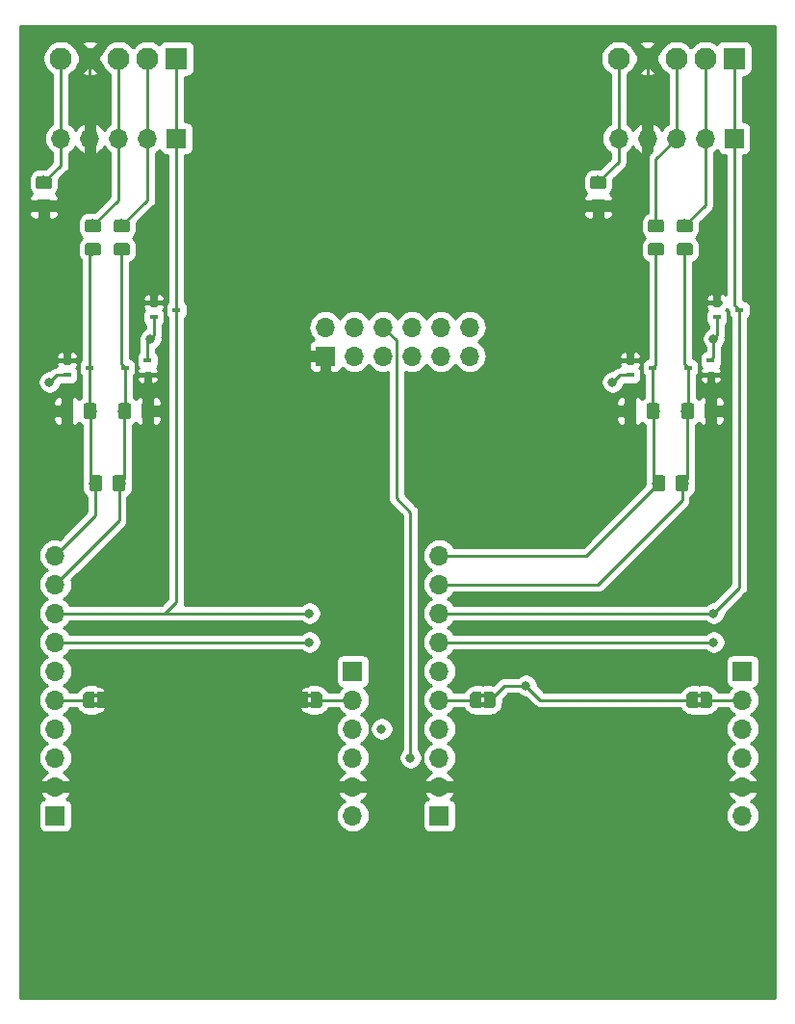
<source format=gbr>
G04 #@! TF.GenerationSoftware,KiCad,Pcbnew,(5.1.0)-1*
G04 #@! TF.CreationDate,2019-04-10T22:13:10-07:00*
G04 #@! TF.ProjectId,HS_2CH_RTD_Module,48535f32-4348-45f5-9254-445f4d6f6475,rev?*
G04 #@! TF.SameCoordinates,Original*
G04 #@! TF.FileFunction,Copper,L1,Top*
G04 #@! TF.FilePolarity,Positive*
%FSLAX46Y46*%
G04 Gerber Fmt 4.6, Leading zero omitted, Abs format (unit mm)*
G04 Created by KiCad (PCBNEW (5.1.0)-1) date 2019-04-10 22:13:10*
%MOMM*%
%LPD*%
G04 APERTURE LIST*
%ADD10C,0.100000*%
%ADD11C,1.950000*%
%ADD12R,1.950000X1.950000*%
%ADD13C,0.500000*%
%ADD14R,0.700000X0.450000*%
%ADD15C,1.150000*%
%ADD16R,1.700000X1.700000*%
%ADD17O,1.700000X1.700000*%
%ADD18C,0.800000*%
%ADD19C,0.250000*%
%ADD20C,0.254000*%
G04 APERTURE END LIST*
D10*
G36*
X210570000Y-125130000D02*
G01*
X211070000Y-125130000D01*
X211070000Y-125530000D01*
X210570000Y-125530000D01*
X210570000Y-125130000D01*
G37*
G36*
X210570000Y-125930000D02*
G01*
X211070000Y-125930000D01*
X211070000Y-126330000D01*
X210570000Y-126330000D01*
X210570000Y-125930000D01*
G37*
G36*
X230120000Y-126330000D02*
G01*
X229620000Y-126330000D01*
X229620000Y-125930000D01*
X230120000Y-125930000D01*
X230120000Y-126330000D01*
G37*
G36*
X230120000Y-125530000D02*
G01*
X229620000Y-125530000D01*
X229620000Y-125130000D01*
X230120000Y-125130000D01*
X230120000Y-125530000D01*
G37*
G36*
X176534000Y-125130000D02*
G01*
X177034000Y-125130000D01*
X177034000Y-125530000D01*
X176534000Y-125530000D01*
X176534000Y-125130000D01*
G37*
G36*
X176534000Y-125930000D02*
G01*
X177034000Y-125930000D01*
X177034000Y-126330000D01*
X176534000Y-126330000D01*
X176534000Y-125930000D01*
G37*
G36*
X195830000Y-126330000D02*
G01*
X195330000Y-126330000D01*
X195330000Y-125930000D01*
X195830000Y-125930000D01*
X195830000Y-126330000D01*
G37*
G36*
X195830000Y-125530000D02*
G01*
X195330000Y-125530000D01*
X195330000Y-125130000D01*
X195830000Y-125130000D01*
X195830000Y-125530000D01*
G37*
D11*
X173722000Y-69340000D03*
X176262000Y-69340000D03*
X178802000Y-69340000D03*
X181342000Y-69340000D03*
D12*
X183882000Y-69340000D03*
X232932000Y-69340000D03*
D11*
X230392000Y-69340000D03*
X227852000Y-69340000D03*
X225312000Y-69340000D03*
X222772000Y-69340000D03*
D13*
X210170000Y-125730000D03*
D10*
G36*
X210670000Y-126480000D02*
G01*
X210170000Y-126480000D01*
X210170000Y-126479398D01*
X210145466Y-126479398D01*
X210096635Y-126474588D01*
X210048510Y-126465016D01*
X210001555Y-126450772D01*
X209956222Y-126431995D01*
X209912949Y-126408864D01*
X209872150Y-126381604D01*
X209834221Y-126350476D01*
X209799524Y-126315779D01*
X209768396Y-126277850D01*
X209741136Y-126237051D01*
X209718005Y-126193778D01*
X209699228Y-126148445D01*
X209684984Y-126101490D01*
X209675412Y-126053365D01*
X209670602Y-126004534D01*
X209670602Y-125980000D01*
X209670000Y-125980000D01*
X209670000Y-125480000D01*
X209670602Y-125480000D01*
X209670602Y-125455466D01*
X209675412Y-125406635D01*
X209684984Y-125358510D01*
X209699228Y-125311555D01*
X209718005Y-125266222D01*
X209741136Y-125222949D01*
X209768396Y-125182150D01*
X209799524Y-125144221D01*
X209834221Y-125109524D01*
X209872150Y-125078396D01*
X209912949Y-125051136D01*
X209956222Y-125028005D01*
X210001555Y-125009228D01*
X210048510Y-124994984D01*
X210096635Y-124985412D01*
X210145466Y-124980602D01*
X210170000Y-124980602D01*
X210170000Y-124980000D01*
X210670000Y-124980000D01*
X210670000Y-126480000D01*
X210670000Y-126480000D01*
G37*
D13*
X211470000Y-125730000D03*
D10*
G36*
X211470000Y-124980602D02*
G01*
X211494534Y-124980602D01*
X211543365Y-124985412D01*
X211591490Y-124994984D01*
X211638445Y-125009228D01*
X211683778Y-125028005D01*
X211727051Y-125051136D01*
X211767850Y-125078396D01*
X211805779Y-125109524D01*
X211840476Y-125144221D01*
X211871604Y-125182150D01*
X211898864Y-125222949D01*
X211921995Y-125266222D01*
X211940772Y-125311555D01*
X211955016Y-125358510D01*
X211964588Y-125406635D01*
X211969398Y-125455466D01*
X211969398Y-125480000D01*
X211970000Y-125480000D01*
X211970000Y-125980000D01*
X211969398Y-125980000D01*
X211969398Y-126004534D01*
X211964588Y-126053365D01*
X211955016Y-126101490D01*
X211940772Y-126148445D01*
X211921995Y-126193778D01*
X211898864Y-126237051D01*
X211871604Y-126277850D01*
X211840476Y-126315779D01*
X211805779Y-126350476D01*
X211767850Y-126381604D01*
X211727051Y-126408864D01*
X211683778Y-126431995D01*
X211638445Y-126450772D01*
X211591490Y-126465016D01*
X211543365Y-126474588D01*
X211494534Y-126479398D01*
X211470000Y-126479398D01*
X211470000Y-126480000D01*
X210970000Y-126480000D01*
X210970000Y-124980000D01*
X211470000Y-124980000D01*
X211470000Y-124980602D01*
X211470000Y-124980602D01*
G37*
D13*
X230520000Y-125730000D03*
D10*
G36*
X230020000Y-124980000D02*
G01*
X230520000Y-124980000D01*
X230520000Y-124980602D01*
X230544534Y-124980602D01*
X230593365Y-124985412D01*
X230641490Y-124994984D01*
X230688445Y-125009228D01*
X230733778Y-125028005D01*
X230777051Y-125051136D01*
X230817850Y-125078396D01*
X230855779Y-125109524D01*
X230890476Y-125144221D01*
X230921604Y-125182150D01*
X230948864Y-125222949D01*
X230971995Y-125266222D01*
X230990772Y-125311555D01*
X231005016Y-125358510D01*
X231014588Y-125406635D01*
X231019398Y-125455466D01*
X231019398Y-125480000D01*
X231020000Y-125480000D01*
X231020000Y-125980000D01*
X231019398Y-125980000D01*
X231019398Y-126004534D01*
X231014588Y-126053365D01*
X231005016Y-126101490D01*
X230990772Y-126148445D01*
X230971995Y-126193778D01*
X230948864Y-126237051D01*
X230921604Y-126277850D01*
X230890476Y-126315779D01*
X230855779Y-126350476D01*
X230817850Y-126381604D01*
X230777051Y-126408864D01*
X230733778Y-126431995D01*
X230688445Y-126450772D01*
X230641490Y-126465016D01*
X230593365Y-126474588D01*
X230544534Y-126479398D01*
X230520000Y-126479398D01*
X230520000Y-126480000D01*
X230020000Y-126480000D01*
X230020000Y-124980000D01*
X230020000Y-124980000D01*
G37*
D13*
X229220000Y-125730000D03*
D10*
G36*
X229220000Y-126479398D02*
G01*
X229195466Y-126479398D01*
X229146635Y-126474588D01*
X229098510Y-126465016D01*
X229051555Y-126450772D01*
X229006222Y-126431995D01*
X228962949Y-126408864D01*
X228922150Y-126381604D01*
X228884221Y-126350476D01*
X228849524Y-126315779D01*
X228818396Y-126277850D01*
X228791136Y-126237051D01*
X228768005Y-126193778D01*
X228749228Y-126148445D01*
X228734984Y-126101490D01*
X228725412Y-126053365D01*
X228720602Y-126004534D01*
X228720602Y-125980000D01*
X228720000Y-125980000D01*
X228720000Y-125480000D01*
X228720602Y-125480000D01*
X228720602Y-125455466D01*
X228725412Y-125406635D01*
X228734984Y-125358510D01*
X228749228Y-125311555D01*
X228768005Y-125266222D01*
X228791136Y-125222949D01*
X228818396Y-125182150D01*
X228849524Y-125144221D01*
X228884221Y-125109524D01*
X228922150Y-125078396D01*
X228962949Y-125051136D01*
X229006222Y-125028005D01*
X229051555Y-125009228D01*
X229098510Y-124994984D01*
X229146635Y-124985412D01*
X229195466Y-124980602D01*
X229220000Y-124980602D01*
X229220000Y-124980000D01*
X229720000Y-124980000D01*
X229720000Y-126480000D01*
X229220000Y-126480000D01*
X229220000Y-126479398D01*
X229220000Y-126479398D01*
G37*
D13*
X176134000Y-125730000D03*
D10*
G36*
X176634000Y-126480000D02*
G01*
X176134000Y-126480000D01*
X176134000Y-126479398D01*
X176109466Y-126479398D01*
X176060635Y-126474588D01*
X176012510Y-126465016D01*
X175965555Y-126450772D01*
X175920222Y-126431995D01*
X175876949Y-126408864D01*
X175836150Y-126381604D01*
X175798221Y-126350476D01*
X175763524Y-126315779D01*
X175732396Y-126277850D01*
X175705136Y-126237051D01*
X175682005Y-126193778D01*
X175663228Y-126148445D01*
X175648984Y-126101490D01*
X175639412Y-126053365D01*
X175634602Y-126004534D01*
X175634602Y-125980000D01*
X175634000Y-125980000D01*
X175634000Y-125480000D01*
X175634602Y-125480000D01*
X175634602Y-125455466D01*
X175639412Y-125406635D01*
X175648984Y-125358510D01*
X175663228Y-125311555D01*
X175682005Y-125266222D01*
X175705136Y-125222949D01*
X175732396Y-125182150D01*
X175763524Y-125144221D01*
X175798221Y-125109524D01*
X175836150Y-125078396D01*
X175876949Y-125051136D01*
X175920222Y-125028005D01*
X175965555Y-125009228D01*
X176012510Y-124994984D01*
X176060635Y-124985412D01*
X176109466Y-124980602D01*
X176134000Y-124980602D01*
X176134000Y-124980000D01*
X176634000Y-124980000D01*
X176634000Y-126480000D01*
X176634000Y-126480000D01*
G37*
D13*
X177434000Y-125730000D03*
D10*
G36*
X177434000Y-124980602D02*
G01*
X177458534Y-124980602D01*
X177507365Y-124985412D01*
X177555490Y-124994984D01*
X177602445Y-125009228D01*
X177647778Y-125028005D01*
X177691051Y-125051136D01*
X177731850Y-125078396D01*
X177769779Y-125109524D01*
X177804476Y-125144221D01*
X177835604Y-125182150D01*
X177862864Y-125222949D01*
X177885995Y-125266222D01*
X177904772Y-125311555D01*
X177919016Y-125358510D01*
X177928588Y-125406635D01*
X177933398Y-125455466D01*
X177933398Y-125480000D01*
X177934000Y-125480000D01*
X177934000Y-125980000D01*
X177933398Y-125980000D01*
X177933398Y-126004534D01*
X177928588Y-126053365D01*
X177919016Y-126101490D01*
X177904772Y-126148445D01*
X177885995Y-126193778D01*
X177862864Y-126237051D01*
X177835604Y-126277850D01*
X177804476Y-126315779D01*
X177769779Y-126350476D01*
X177731850Y-126381604D01*
X177691051Y-126408864D01*
X177647778Y-126431995D01*
X177602445Y-126450772D01*
X177555490Y-126465016D01*
X177507365Y-126474588D01*
X177458534Y-126479398D01*
X177434000Y-126479398D01*
X177434000Y-126480000D01*
X176934000Y-126480000D01*
X176934000Y-124980000D01*
X177434000Y-124980000D01*
X177434000Y-124980602D01*
X177434000Y-124980602D01*
G37*
D13*
X196230000Y-125730000D03*
D10*
G36*
X195730000Y-124980000D02*
G01*
X196230000Y-124980000D01*
X196230000Y-124980602D01*
X196254534Y-124980602D01*
X196303365Y-124985412D01*
X196351490Y-124994984D01*
X196398445Y-125009228D01*
X196443778Y-125028005D01*
X196487051Y-125051136D01*
X196527850Y-125078396D01*
X196565779Y-125109524D01*
X196600476Y-125144221D01*
X196631604Y-125182150D01*
X196658864Y-125222949D01*
X196681995Y-125266222D01*
X196700772Y-125311555D01*
X196715016Y-125358510D01*
X196724588Y-125406635D01*
X196729398Y-125455466D01*
X196729398Y-125480000D01*
X196730000Y-125480000D01*
X196730000Y-125980000D01*
X196729398Y-125980000D01*
X196729398Y-126004534D01*
X196724588Y-126053365D01*
X196715016Y-126101490D01*
X196700772Y-126148445D01*
X196681995Y-126193778D01*
X196658864Y-126237051D01*
X196631604Y-126277850D01*
X196600476Y-126315779D01*
X196565779Y-126350476D01*
X196527850Y-126381604D01*
X196487051Y-126408864D01*
X196443778Y-126431995D01*
X196398445Y-126450772D01*
X196351490Y-126465016D01*
X196303365Y-126474588D01*
X196254534Y-126479398D01*
X196230000Y-126479398D01*
X196230000Y-126480000D01*
X195730000Y-126480000D01*
X195730000Y-124980000D01*
X195730000Y-124980000D01*
G37*
D13*
X194930000Y-125730000D03*
D10*
G36*
X194930000Y-126479398D02*
G01*
X194905466Y-126479398D01*
X194856635Y-126474588D01*
X194808510Y-126465016D01*
X194761555Y-126450772D01*
X194716222Y-126431995D01*
X194672949Y-126408864D01*
X194632150Y-126381604D01*
X194594221Y-126350476D01*
X194559524Y-126315779D01*
X194528396Y-126277850D01*
X194501136Y-126237051D01*
X194478005Y-126193778D01*
X194459228Y-126148445D01*
X194444984Y-126101490D01*
X194435412Y-126053365D01*
X194430602Y-126004534D01*
X194430602Y-125980000D01*
X194430000Y-125980000D01*
X194430000Y-125480000D01*
X194430602Y-125480000D01*
X194430602Y-125455466D01*
X194435412Y-125406635D01*
X194444984Y-125358510D01*
X194459228Y-125311555D01*
X194478005Y-125266222D01*
X194501136Y-125222949D01*
X194528396Y-125182150D01*
X194559524Y-125144221D01*
X194594221Y-125109524D01*
X194632150Y-125078396D01*
X194672949Y-125051136D01*
X194716222Y-125028005D01*
X194761555Y-125009228D01*
X194808510Y-124994984D01*
X194856635Y-124985412D01*
X194905466Y-124980602D01*
X194930000Y-124980602D01*
X194930000Y-124980000D01*
X195430000Y-124980000D01*
X195430000Y-126480000D01*
X194930000Y-126480000D01*
X194930000Y-126479398D01*
X194930000Y-126479398D01*
G37*
D14*
X223790000Y-95870000D03*
X223790000Y-97170000D03*
X225790000Y-96520000D03*
D10*
G36*
X179664505Y-99631204D02*
G01*
X179688773Y-99634804D01*
X179712572Y-99640765D01*
X179735671Y-99649030D01*
X179757850Y-99659520D01*
X179778893Y-99672132D01*
X179798599Y-99686747D01*
X179816777Y-99703223D01*
X179833253Y-99721401D01*
X179847868Y-99741107D01*
X179860480Y-99762150D01*
X179870970Y-99784329D01*
X179879235Y-99807428D01*
X179885196Y-99831227D01*
X179888796Y-99855495D01*
X179890000Y-99879999D01*
X179890000Y-100780001D01*
X179888796Y-100804505D01*
X179885196Y-100828773D01*
X179879235Y-100852572D01*
X179870970Y-100875671D01*
X179860480Y-100897850D01*
X179847868Y-100918893D01*
X179833253Y-100938599D01*
X179816777Y-100956777D01*
X179798599Y-100973253D01*
X179778893Y-100987868D01*
X179757850Y-101000480D01*
X179735671Y-101010970D01*
X179712572Y-101019235D01*
X179688773Y-101025196D01*
X179664505Y-101028796D01*
X179640001Y-101030000D01*
X178989999Y-101030000D01*
X178965495Y-101028796D01*
X178941227Y-101025196D01*
X178917428Y-101019235D01*
X178894329Y-101010970D01*
X178872150Y-101000480D01*
X178851107Y-100987868D01*
X178831401Y-100973253D01*
X178813223Y-100956777D01*
X178796747Y-100938599D01*
X178782132Y-100918893D01*
X178769520Y-100897850D01*
X178759030Y-100875671D01*
X178750765Y-100852572D01*
X178744804Y-100828773D01*
X178741204Y-100804505D01*
X178740000Y-100780001D01*
X178740000Y-99879999D01*
X178741204Y-99855495D01*
X178744804Y-99831227D01*
X178750765Y-99807428D01*
X178759030Y-99784329D01*
X178769520Y-99762150D01*
X178782132Y-99741107D01*
X178796747Y-99721401D01*
X178813223Y-99703223D01*
X178831401Y-99686747D01*
X178851107Y-99672132D01*
X178872150Y-99659520D01*
X178894329Y-99649030D01*
X178917428Y-99640765D01*
X178941227Y-99634804D01*
X178965495Y-99631204D01*
X178989999Y-99630000D01*
X179640001Y-99630000D01*
X179664505Y-99631204D01*
X179664505Y-99631204D01*
G37*
D15*
X179315000Y-100330000D03*
D10*
G36*
X181714505Y-99631204D02*
G01*
X181738773Y-99634804D01*
X181762572Y-99640765D01*
X181785671Y-99649030D01*
X181807850Y-99659520D01*
X181828893Y-99672132D01*
X181848599Y-99686747D01*
X181866777Y-99703223D01*
X181883253Y-99721401D01*
X181897868Y-99741107D01*
X181910480Y-99762150D01*
X181920970Y-99784329D01*
X181929235Y-99807428D01*
X181935196Y-99831227D01*
X181938796Y-99855495D01*
X181940000Y-99879999D01*
X181940000Y-100780001D01*
X181938796Y-100804505D01*
X181935196Y-100828773D01*
X181929235Y-100852572D01*
X181920970Y-100875671D01*
X181910480Y-100897850D01*
X181897868Y-100918893D01*
X181883253Y-100938599D01*
X181866777Y-100956777D01*
X181848599Y-100973253D01*
X181828893Y-100987868D01*
X181807850Y-101000480D01*
X181785671Y-101010970D01*
X181762572Y-101019235D01*
X181738773Y-101025196D01*
X181714505Y-101028796D01*
X181690001Y-101030000D01*
X181039999Y-101030000D01*
X181015495Y-101028796D01*
X180991227Y-101025196D01*
X180967428Y-101019235D01*
X180944329Y-101010970D01*
X180922150Y-101000480D01*
X180901107Y-100987868D01*
X180881401Y-100973253D01*
X180863223Y-100956777D01*
X180846747Y-100938599D01*
X180832132Y-100918893D01*
X180819520Y-100897850D01*
X180809030Y-100875671D01*
X180800765Y-100852572D01*
X180794804Y-100828773D01*
X180791204Y-100804505D01*
X180790000Y-100780001D01*
X180790000Y-99879999D01*
X180791204Y-99855495D01*
X180794804Y-99831227D01*
X180800765Y-99807428D01*
X180809030Y-99784329D01*
X180819520Y-99762150D01*
X180832132Y-99741107D01*
X180846747Y-99721401D01*
X180863223Y-99703223D01*
X180881401Y-99686747D01*
X180901107Y-99672132D01*
X180922150Y-99659520D01*
X180944329Y-99649030D01*
X180967428Y-99640765D01*
X180991227Y-99634804D01*
X181015495Y-99631204D01*
X181039999Y-99630000D01*
X181690001Y-99630000D01*
X181714505Y-99631204D01*
X181714505Y-99631204D01*
G37*
D15*
X181365000Y-100330000D03*
D10*
G36*
X176634505Y-99631204D02*
G01*
X176658773Y-99634804D01*
X176682572Y-99640765D01*
X176705671Y-99649030D01*
X176727850Y-99659520D01*
X176748893Y-99672132D01*
X176768599Y-99686747D01*
X176786777Y-99703223D01*
X176803253Y-99721401D01*
X176817868Y-99741107D01*
X176830480Y-99762150D01*
X176840970Y-99784329D01*
X176849235Y-99807428D01*
X176855196Y-99831227D01*
X176858796Y-99855495D01*
X176860000Y-99879999D01*
X176860000Y-100780001D01*
X176858796Y-100804505D01*
X176855196Y-100828773D01*
X176849235Y-100852572D01*
X176840970Y-100875671D01*
X176830480Y-100897850D01*
X176817868Y-100918893D01*
X176803253Y-100938599D01*
X176786777Y-100956777D01*
X176768599Y-100973253D01*
X176748893Y-100987868D01*
X176727850Y-101000480D01*
X176705671Y-101010970D01*
X176682572Y-101019235D01*
X176658773Y-101025196D01*
X176634505Y-101028796D01*
X176610001Y-101030000D01*
X175959999Y-101030000D01*
X175935495Y-101028796D01*
X175911227Y-101025196D01*
X175887428Y-101019235D01*
X175864329Y-101010970D01*
X175842150Y-101000480D01*
X175821107Y-100987868D01*
X175801401Y-100973253D01*
X175783223Y-100956777D01*
X175766747Y-100938599D01*
X175752132Y-100918893D01*
X175739520Y-100897850D01*
X175729030Y-100875671D01*
X175720765Y-100852572D01*
X175714804Y-100828773D01*
X175711204Y-100804505D01*
X175710000Y-100780001D01*
X175710000Y-99879999D01*
X175711204Y-99855495D01*
X175714804Y-99831227D01*
X175720765Y-99807428D01*
X175729030Y-99784329D01*
X175739520Y-99762150D01*
X175752132Y-99741107D01*
X175766747Y-99721401D01*
X175783223Y-99703223D01*
X175801401Y-99686747D01*
X175821107Y-99672132D01*
X175842150Y-99659520D01*
X175864329Y-99649030D01*
X175887428Y-99640765D01*
X175911227Y-99634804D01*
X175935495Y-99631204D01*
X175959999Y-99630000D01*
X176610001Y-99630000D01*
X176634505Y-99631204D01*
X176634505Y-99631204D01*
G37*
D15*
X176285000Y-100330000D03*
D10*
G36*
X174584505Y-99631204D02*
G01*
X174608773Y-99634804D01*
X174632572Y-99640765D01*
X174655671Y-99649030D01*
X174677850Y-99659520D01*
X174698893Y-99672132D01*
X174718599Y-99686747D01*
X174736777Y-99703223D01*
X174753253Y-99721401D01*
X174767868Y-99741107D01*
X174780480Y-99762150D01*
X174790970Y-99784329D01*
X174799235Y-99807428D01*
X174805196Y-99831227D01*
X174808796Y-99855495D01*
X174810000Y-99879999D01*
X174810000Y-100780001D01*
X174808796Y-100804505D01*
X174805196Y-100828773D01*
X174799235Y-100852572D01*
X174790970Y-100875671D01*
X174780480Y-100897850D01*
X174767868Y-100918893D01*
X174753253Y-100938599D01*
X174736777Y-100956777D01*
X174718599Y-100973253D01*
X174698893Y-100987868D01*
X174677850Y-101000480D01*
X174655671Y-101010970D01*
X174632572Y-101019235D01*
X174608773Y-101025196D01*
X174584505Y-101028796D01*
X174560001Y-101030000D01*
X173909999Y-101030000D01*
X173885495Y-101028796D01*
X173861227Y-101025196D01*
X173837428Y-101019235D01*
X173814329Y-101010970D01*
X173792150Y-101000480D01*
X173771107Y-100987868D01*
X173751401Y-100973253D01*
X173733223Y-100956777D01*
X173716747Y-100938599D01*
X173702132Y-100918893D01*
X173689520Y-100897850D01*
X173679030Y-100875671D01*
X173670765Y-100852572D01*
X173664804Y-100828773D01*
X173661204Y-100804505D01*
X173660000Y-100780001D01*
X173660000Y-99879999D01*
X173661204Y-99855495D01*
X173664804Y-99831227D01*
X173670765Y-99807428D01*
X173679030Y-99784329D01*
X173689520Y-99762150D01*
X173702132Y-99741107D01*
X173716747Y-99721401D01*
X173733223Y-99703223D01*
X173751401Y-99686747D01*
X173771107Y-99672132D01*
X173792150Y-99659520D01*
X173814329Y-99649030D01*
X173837428Y-99640765D01*
X173861227Y-99634804D01*
X173885495Y-99631204D01*
X173909999Y-99630000D01*
X174560001Y-99630000D01*
X174584505Y-99631204D01*
X174584505Y-99631204D01*
G37*
D15*
X174235000Y-100330000D03*
D10*
G36*
X179174505Y-105981204D02*
G01*
X179198773Y-105984804D01*
X179222572Y-105990765D01*
X179245671Y-105999030D01*
X179267850Y-106009520D01*
X179288893Y-106022132D01*
X179308599Y-106036747D01*
X179326777Y-106053223D01*
X179343253Y-106071401D01*
X179357868Y-106091107D01*
X179370480Y-106112150D01*
X179380970Y-106134329D01*
X179389235Y-106157428D01*
X179395196Y-106181227D01*
X179398796Y-106205495D01*
X179400000Y-106229999D01*
X179400000Y-107130001D01*
X179398796Y-107154505D01*
X179395196Y-107178773D01*
X179389235Y-107202572D01*
X179380970Y-107225671D01*
X179370480Y-107247850D01*
X179357868Y-107268893D01*
X179343253Y-107288599D01*
X179326777Y-107306777D01*
X179308599Y-107323253D01*
X179288893Y-107337868D01*
X179267850Y-107350480D01*
X179245671Y-107360970D01*
X179222572Y-107369235D01*
X179198773Y-107375196D01*
X179174505Y-107378796D01*
X179150001Y-107380000D01*
X178499999Y-107380000D01*
X178475495Y-107378796D01*
X178451227Y-107375196D01*
X178427428Y-107369235D01*
X178404329Y-107360970D01*
X178382150Y-107350480D01*
X178361107Y-107337868D01*
X178341401Y-107323253D01*
X178323223Y-107306777D01*
X178306747Y-107288599D01*
X178292132Y-107268893D01*
X178279520Y-107247850D01*
X178269030Y-107225671D01*
X178260765Y-107202572D01*
X178254804Y-107178773D01*
X178251204Y-107154505D01*
X178250000Y-107130001D01*
X178250000Y-106229999D01*
X178251204Y-106205495D01*
X178254804Y-106181227D01*
X178260765Y-106157428D01*
X178269030Y-106134329D01*
X178279520Y-106112150D01*
X178292132Y-106091107D01*
X178306747Y-106071401D01*
X178323223Y-106053223D01*
X178341401Y-106036747D01*
X178361107Y-106022132D01*
X178382150Y-106009520D01*
X178404329Y-105999030D01*
X178427428Y-105990765D01*
X178451227Y-105984804D01*
X178475495Y-105981204D01*
X178499999Y-105980000D01*
X179150001Y-105980000D01*
X179174505Y-105981204D01*
X179174505Y-105981204D01*
G37*
D15*
X178825000Y-106680000D03*
D10*
G36*
X177124505Y-105981204D02*
G01*
X177148773Y-105984804D01*
X177172572Y-105990765D01*
X177195671Y-105999030D01*
X177217850Y-106009520D01*
X177238893Y-106022132D01*
X177258599Y-106036747D01*
X177276777Y-106053223D01*
X177293253Y-106071401D01*
X177307868Y-106091107D01*
X177320480Y-106112150D01*
X177330970Y-106134329D01*
X177339235Y-106157428D01*
X177345196Y-106181227D01*
X177348796Y-106205495D01*
X177350000Y-106229999D01*
X177350000Y-107130001D01*
X177348796Y-107154505D01*
X177345196Y-107178773D01*
X177339235Y-107202572D01*
X177330970Y-107225671D01*
X177320480Y-107247850D01*
X177307868Y-107268893D01*
X177293253Y-107288599D01*
X177276777Y-107306777D01*
X177258599Y-107323253D01*
X177238893Y-107337868D01*
X177217850Y-107350480D01*
X177195671Y-107360970D01*
X177172572Y-107369235D01*
X177148773Y-107375196D01*
X177124505Y-107378796D01*
X177100001Y-107380000D01*
X176449999Y-107380000D01*
X176425495Y-107378796D01*
X176401227Y-107375196D01*
X176377428Y-107369235D01*
X176354329Y-107360970D01*
X176332150Y-107350480D01*
X176311107Y-107337868D01*
X176291401Y-107323253D01*
X176273223Y-107306777D01*
X176256747Y-107288599D01*
X176242132Y-107268893D01*
X176229520Y-107247850D01*
X176219030Y-107225671D01*
X176210765Y-107202572D01*
X176204804Y-107178773D01*
X176201204Y-107154505D01*
X176200000Y-107130001D01*
X176200000Y-106229999D01*
X176201204Y-106205495D01*
X176204804Y-106181227D01*
X176210765Y-106157428D01*
X176219030Y-106134329D01*
X176229520Y-106112150D01*
X176242132Y-106091107D01*
X176256747Y-106071401D01*
X176273223Y-106053223D01*
X176291401Y-106036747D01*
X176311107Y-106022132D01*
X176332150Y-106009520D01*
X176354329Y-105999030D01*
X176377428Y-105990765D01*
X176401227Y-105984804D01*
X176425495Y-105981204D01*
X176449999Y-105980000D01*
X177100001Y-105980000D01*
X177124505Y-105981204D01*
X177124505Y-105981204D01*
G37*
D15*
X176775000Y-106680000D03*
D14*
X181880000Y-90790000D03*
X181880000Y-92090000D03*
X183880000Y-91440000D03*
X179340000Y-96520000D03*
X181340000Y-95870000D03*
X181340000Y-97170000D03*
X174260000Y-95870000D03*
X174260000Y-97170000D03*
X176260000Y-96520000D03*
D16*
X196977000Y-95504000D03*
D17*
X196977000Y-92964000D03*
X199517000Y-95504000D03*
X199517000Y-92964000D03*
X202057000Y-95504000D03*
X202057000Y-92964000D03*
X204597000Y-95504000D03*
X204597000Y-92964000D03*
X207137000Y-95504000D03*
X207137000Y-92964000D03*
X209677000Y-95504000D03*
X209677000Y-92964000D03*
D16*
X199390000Y-123190000D03*
D17*
X199390000Y-125730000D03*
X199390000Y-128270000D03*
X199390000Y-130810000D03*
X199390000Y-133350000D03*
X199390000Y-135890000D03*
D16*
X173228000Y-135890000D03*
D17*
X173228000Y-133350000D03*
X173228000Y-130810000D03*
X173228000Y-128270000D03*
X173228000Y-125730000D03*
X173228000Y-123190000D03*
X173228000Y-120650000D03*
X173228000Y-118110000D03*
X173228000Y-115570000D03*
X173228000Y-113030000D03*
D10*
G36*
X179544505Y-85541204D02*
G01*
X179568773Y-85544804D01*
X179592572Y-85550765D01*
X179615671Y-85559030D01*
X179637850Y-85569520D01*
X179658893Y-85582132D01*
X179678599Y-85596747D01*
X179696777Y-85613223D01*
X179713253Y-85631401D01*
X179727868Y-85651107D01*
X179740480Y-85672150D01*
X179750970Y-85694329D01*
X179759235Y-85717428D01*
X179765196Y-85741227D01*
X179768796Y-85765495D01*
X179770000Y-85789999D01*
X179770000Y-86440001D01*
X179768796Y-86464505D01*
X179765196Y-86488773D01*
X179759235Y-86512572D01*
X179750970Y-86535671D01*
X179740480Y-86557850D01*
X179727868Y-86578893D01*
X179713253Y-86598599D01*
X179696777Y-86616777D01*
X179678599Y-86633253D01*
X179658893Y-86647868D01*
X179637850Y-86660480D01*
X179615671Y-86670970D01*
X179592572Y-86679235D01*
X179568773Y-86685196D01*
X179544505Y-86688796D01*
X179520001Y-86690000D01*
X178619999Y-86690000D01*
X178595495Y-86688796D01*
X178571227Y-86685196D01*
X178547428Y-86679235D01*
X178524329Y-86670970D01*
X178502150Y-86660480D01*
X178481107Y-86647868D01*
X178461401Y-86633253D01*
X178443223Y-86616777D01*
X178426747Y-86598599D01*
X178412132Y-86578893D01*
X178399520Y-86557850D01*
X178389030Y-86535671D01*
X178380765Y-86512572D01*
X178374804Y-86488773D01*
X178371204Y-86464505D01*
X178370000Y-86440001D01*
X178370000Y-85789999D01*
X178371204Y-85765495D01*
X178374804Y-85741227D01*
X178380765Y-85717428D01*
X178389030Y-85694329D01*
X178399520Y-85672150D01*
X178412132Y-85651107D01*
X178426747Y-85631401D01*
X178443223Y-85613223D01*
X178461401Y-85596747D01*
X178481107Y-85582132D01*
X178502150Y-85569520D01*
X178524329Y-85559030D01*
X178547428Y-85550765D01*
X178571227Y-85544804D01*
X178595495Y-85541204D01*
X178619999Y-85540000D01*
X179520001Y-85540000D01*
X179544505Y-85541204D01*
X179544505Y-85541204D01*
G37*
D15*
X179070000Y-86115000D03*
D10*
G36*
X179544505Y-83491204D02*
G01*
X179568773Y-83494804D01*
X179592572Y-83500765D01*
X179615671Y-83509030D01*
X179637850Y-83519520D01*
X179658893Y-83532132D01*
X179678599Y-83546747D01*
X179696777Y-83563223D01*
X179713253Y-83581401D01*
X179727868Y-83601107D01*
X179740480Y-83622150D01*
X179750970Y-83644329D01*
X179759235Y-83667428D01*
X179765196Y-83691227D01*
X179768796Y-83715495D01*
X179770000Y-83739999D01*
X179770000Y-84390001D01*
X179768796Y-84414505D01*
X179765196Y-84438773D01*
X179759235Y-84462572D01*
X179750970Y-84485671D01*
X179740480Y-84507850D01*
X179727868Y-84528893D01*
X179713253Y-84548599D01*
X179696777Y-84566777D01*
X179678599Y-84583253D01*
X179658893Y-84597868D01*
X179637850Y-84610480D01*
X179615671Y-84620970D01*
X179592572Y-84629235D01*
X179568773Y-84635196D01*
X179544505Y-84638796D01*
X179520001Y-84640000D01*
X178619999Y-84640000D01*
X178595495Y-84638796D01*
X178571227Y-84635196D01*
X178547428Y-84629235D01*
X178524329Y-84620970D01*
X178502150Y-84610480D01*
X178481107Y-84597868D01*
X178461401Y-84583253D01*
X178443223Y-84566777D01*
X178426747Y-84548599D01*
X178412132Y-84528893D01*
X178399520Y-84507850D01*
X178389030Y-84485671D01*
X178380765Y-84462572D01*
X178374804Y-84438773D01*
X178371204Y-84414505D01*
X178370000Y-84390001D01*
X178370000Y-83739999D01*
X178371204Y-83715495D01*
X178374804Y-83691227D01*
X178380765Y-83667428D01*
X178389030Y-83644329D01*
X178399520Y-83622150D01*
X178412132Y-83601107D01*
X178426747Y-83581401D01*
X178443223Y-83563223D01*
X178461401Y-83546747D01*
X178481107Y-83532132D01*
X178502150Y-83519520D01*
X178524329Y-83509030D01*
X178547428Y-83500765D01*
X178571227Y-83494804D01*
X178595495Y-83491204D01*
X178619999Y-83490000D01*
X179520001Y-83490000D01*
X179544505Y-83491204D01*
X179544505Y-83491204D01*
G37*
D15*
X179070000Y-84065000D03*
D10*
G36*
X177004505Y-83491204D02*
G01*
X177028773Y-83494804D01*
X177052572Y-83500765D01*
X177075671Y-83509030D01*
X177097850Y-83519520D01*
X177118893Y-83532132D01*
X177138599Y-83546747D01*
X177156777Y-83563223D01*
X177173253Y-83581401D01*
X177187868Y-83601107D01*
X177200480Y-83622150D01*
X177210970Y-83644329D01*
X177219235Y-83667428D01*
X177225196Y-83691227D01*
X177228796Y-83715495D01*
X177230000Y-83739999D01*
X177230000Y-84390001D01*
X177228796Y-84414505D01*
X177225196Y-84438773D01*
X177219235Y-84462572D01*
X177210970Y-84485671D01*
X177200480Y-84507850D01*
X177187868Y-84528893D01*
X177173253Y-84548599D01*
X177156777Y-84566777D01*
X177138599Y-84583253D01*
X177118893Y-84597868D01*
X177097850Y-84610480D01*
X177075671Y-84620970D01*
X177052572Y-84629235D01*
X177028773Y-84635196D01*
X177004505Y-84638796D01*
X176980001Y-84640000D01*
X176079999Y-84640000D01*
X176055495Y-84638796D01*
X176031227Y-84635196D01*
X176007428Y-84629235D01*
X175984329Y-84620970D01*
X175962150Y-84610480D01*
X175941107Y-84597868D01*
X175921401Y-84583253D01*
X175903223Y-84566777D01*
X175886747Y-84548599D01*
X175872132Y-84528893D01*
X175859520Y-84507850D01*
X175849030Y-84485671D01*
X175840765Y-84462572D01*
X175834804Y-84438773D01*
X175831204Y-84414505D01*
X175830000Y-84390001D01*
X175830000Y-83739999D01*
X175831204Y-83715495D01*
X175834804Y-83691227D01*
X175840765Y-83667428D01*
X175849030Y-83644329D01*
X175859520Y-83622150D01*
X175872132Y-83601107D01*
X175886747Y-83581401D01*
X175903223Y-83563223D01*
X175921401Y-83546747D01*
X175941107Y-83532132D01*
X175962150Y-83519520D01*
X175984329Y-83509030D01*
X176007428Y-83500765D01*
X176031227Y-83494804D01*
X176055495Y-83491204D01*
X176079999Y-83490000D01*
X176980001Y-83490000D01*
X177004505Y-83491204D01*
X177004505Y-83491204D01*
G37*
D15*
X176530000Y-84065000D03*
D10*
G36*
X177004505Y-85541204D02*
G01*
X177028773Y-85544804D01*
X177052572Y-85550765D01*
X177075671Y-85559030D01*
X177097850Y-85569520D01*
X177118893Y-85582132D01*
X177138599Y-85596747D01*
X177156777Y-85613223D01*
X177173253Y-85631401D01*
X177187868Y-85651107D01*
X177200480Y-85672150D01*
X177210970Y-85694329D01*
X177219235Y-85717428D01*
X177225196Y-85741227D01*
X177228796Y-85765495D01*
X177230000Y-85789999D01*
X177230000Y-86440001D01*
X177228796Y-86464505D01*
X177225196Y-86488773D01*
X177219235Y-86512572D01*
X177210970Y-86535671D01*
X177200480Y-86557850D01*
X177187868Y-86578893D01*
X177173253Y-86598599D01*
X177156777Y-86616777D01*
X177138599Y-86633253D01*
X177118893Y-86647868D01*
X177097850Y-86660480D01*
X177075671Y-86670970D01*
X177052572Y-86679235D01*
X177028773Y-86685196D01*
X177004505Y-86688796D01*
X176980001Y-86690000D01*
X176079999Y-86690000D01*
X176055495Y-86688796D01*
X176031227Y-86685196D01*
X176007428Y-86679235D01*
X175984329Y-86670970D01*
X175962150Y-86660480D01*
X175941107Y-86647868D01*
X175921401Y-86633253D01*
X175903223Y-86616777D01*
X175886747Y-86598599D01*
X175872132Y-86578893D01*
X175859520Y-86557850D01*
X175849030Y-86535671D01*
X175840765Y-86512572D01*
X175834804Y-86488773D01*
X175831204Y-86464505D01*
X175830000Y-86440001D01*
X175830000Y-85789999D01*
X175831204Y-85765495D01*
X175834804Y-85741227D01*
X175840765Y-85717428D01*
X175849030Y-85694329D01*
X175859520Y-85672150D01*
X175872132Y-85651107D01*
X175886747Y-85631401D01*
X175903223Y-85613223D01*
X175921401Y-85596747D01*
X175941107Y-85582132D01*
X175962150Y-85569520D01*
X175984329Y-85559030D01*
X176007428Y-85550765D01*
X176031227Y-85544804D01*
X176055495Y-85541204D01*
X176079999Y-85540000D01*
X176980001Y-85540000D01*
X177004505Y-85541204D01*
X177004505Y-85541204D01*
G37*
D15*
X176530000Y-86115000D03*
D17*
X173722000Y-76370000D03*
X176262000Y-76370000D03*
X178802000Y-76370000D03*
X181342000Y-76370000D03*
D16*
X183882000Y-76370000D03*
X232932000Y-76370000D03*
D17*
X230392000Y-76370000D03*
X227852000Y-76370000D03*
X225312000Y-76370000D03*
X222772000Y-76370000D03*
D10*
G36*
X229194505Y-99631204D02*
G01*
X229218773Y-99634804D01*
X229242572Y-99640765D01*
X229265671Y-99649030D01*
X229287850Y-99659520D01*
X229308893Y-99672132D01*
X229328599Y-99686747D01*
X229346777Y-99703223D01*
X229363253Y-99721401D01*
X229377868Y-99741107D01*
X229390480Y-99762150D01*
X229400970Y-99784329D01*
X229409235Y-99807428D01*
X229415196Y-99831227D01*
X229418796Y-99855495D01*
X229420000Y-99879999D01*
X229420000Y-100780001D01*
X229418796Y-100804505D01*
X229415196Y-100828773D01*
X229409235Y-100852572D01*
X229400970Y-100875671D01*
X229390480Y-100897850D01*
X229377868Y-100918893D01*
X229363253Y-100938599D01*
X229346777Y-100956777D01*
X229328599Y-100973253D01*
X229308893Y-100987868D01*
X229287850Y-101000480D01*
X229265671Y-101010970D01*
X229242572Y-101019235D01*
X229218773Y-101025196D01*
X229194505Y-101028796D01*
X229170001Y-101030000D01*
X228519999Y-101030000D01*
X228495495Y-101028796D01*
X228471227Y-101025196D01*
X228447428Y-101019235D01*
X228424329Y-101010970D01*
X228402150Y-101000480D01*
X228381107Y-100987868D01*
X228361401Y-100973253D01*
X228343223Y-100956777D01*
X228326747Y-100938599D01*
X228312132Y-100918893D01*
X228299520Y-100897850D01*
X228289030Y-100875671D01*
X228280765Y-100852572D01*
X228274804Y-100828773D01*
X228271204Y-100804505D01*
X228270000Y-100780001D01*
X228270000Y-99879999D01*
X228271204Y-99855495D01*
X228274804Y-99831227D01*
X228280765Y-99807428D01*
X228289030Y-99784329D01*
X228299520Y-99762150D01*
X228312132Y-99741107D01*
X228326747Y-99721401D01*
X228343223Y-99703223D01*
X228361401Y-99686747D01*
X228381107Y-99672132D01*
X228402150Y-99659520D01*
X228424329Y-99649030D01*
X228447428Y-99640765D01*
X228471227Y-99634804D01*
X228495495Y-99631204D01*
X228519999Y-99630000D01*
X229170001Y-99630000D01*
X229194505Y-99631204D01*
X229194505Y-99631204D01*
G37*
D15*
X228845000Y-100330000D03*
D10*
G36*
X231244505Y-99631204D02*
G01*
X231268773Y-99634804D01*
X231292572Y-99640765D01*
X231315671Y-99649030D01*
X231337850Y-99659520D01*
X231358893Y-99672132D01*
X231378599Y-99686747D01*
X231396777Y-99703223D01*
X231413253Y-99721401D01*
X231427868Y-99741107D01*
X231440480Y-99762150D01*
X231450970Y-99784329D01*
X231459235Y-99807428D01*
X231465196Y-99831227D01*
X231468796Y-99855495D01*
X231470000Y-99879999D01*
X231470000Y-100780001D01*
X231468796Y-100804505D01*
X231465196Y-100828773D01*
X231459235Y-100852572D01*
X231450970Y-100875671D01*
X231440480Y-100897850D01*
X231427868Y-100918893D01*
X231413253Y-100938599D01*
X231396777Y-100956777D01*
X231378599Y-100973253D01*
X231358893Y-100987868D01*
X231337850Y-101000480D01*
X231315671Y-101010970D01*
X231292572Y-101019235D01*
X231268773Y-101025196D01*
X231244505Y-101028796D01*
X231220001Y-101030000D01*
X230569999Y-101030000D01*
X230545495Y-101028796D01*
X230521227Y-101025196D01*
X230497428Y-101019235D01*
X230474329Y-101010970D01*
X230452150Y-101000480D01*
X230431107Y-100987868D01*
X230411401Y-100973253D01*
X230393223Y-100956777D01*
X230376747Y-100938599D01*
X230362132Y-100918893D01*
X230349520Y-100897850D01*
X230339030Y-100875671D01*
X230330765Y-100852572D01*
X230324804Y-100828773D01*
X230321204Y-100804505D01*
X230320000Y-100780001D01*
X230320000Y-99879999D01*
X230321204Y-99855495D01*
X230324804Y-99831227D01*
X230330765Y-99807428D01*
X230339030Y-99784329D01*
X230349520Y-99762150D01*
X230362132Y-99741107D01*
X230376747Y-99721401D01*
X230393223Y-99703223D01*
X230411401Y-99686747D01*
X230431107Y-99672132D01*
X230452150Y-99659520D01*
X230474329Y-99649030D01*
X230497428Y-99640765D01*
X230521227Y-99634804D01*
X230545495Y-99631204D01*
X230569999Y-99630000D01*
X231220001Y-99630000D01*
X231244505Y-99631204D01*
X231244505Y-99631204D01*
G37*
D15*
X230895000Y-100330000D03*
D10*
G36*
X226164505Y-99631204D02*
G01*
X226188773Y-99634804D01*
X226212572Y-99640765D01*
X226235671Y-99649030D01*
X226257850Y-99659520D01*
X226278893Y-99672132D01*
X226298599Y-99686747D01*
X226316777Y-99703223D01*
X226333253Y-99721401D01*
X226347868Y-99741107D01*
X226360480Y-99762150D01*
X226370970Y-99784329D01*
X226379235Y-99807428D01*
X226385196Y-99831227D01*
X226388796Y-99855495D01*
X226390000Y-99879999D01*
X226390000Y-100780001D01*
X226388796Y-100804505D01*
X226385196Y-100828773D01*
X226379235Y-100852572D01*
X226370970Y-100875671D01*
X226360480Y-100897850D01*
X226347868Y-100918893D01*
X226333253Y-100938599D01*
X226316777Y-100956777D01*
X226298599Y-100973253D01*
X226278893Y-100987868D01*
X226257850Y-101000480D01*
X226235671Y-101010970D01*
X226212572Y-101019235D01*
X226188773Y-101025196D01*
X226164505Y-101028796D01*
X226140001Y-101030000D01*
X225489999Y-101030000D01*
X225465495Y-101028796D01*
X225441227Y-101025196D01*
X225417428Y-101019235D01*
X225394329Y-101010970D01*
X225372150Y-101000480D01*
X225351107Y-100987868D01*
X225331401Y-100973253D01*
X225313223Y-100956777D01*
X225296747Y-100938599D01*
X225282132Y-100918893D01*
X225269520Y-100897850D01*
X225259030Y-100875671D01*
X225250765Y-100852572D01*
X225244804Y-100828773D01*
X225241204Y-100804505D01*
X225240000Y-100780001D01*
X225240000Y-99879999D01*
X225241204Y-99855495D01*
X225244804Y-99831227D01*
X225250765Y-99807428D01*
X225259030Y-99784329D01*
X225269520Y-99762150D01*
X225282132Y-99741107D01*
X225296747Y-99721401D01*
X225313223Y-99703223D01*
X225331401Y-99686747D01*
X225351107Y-99672132D01*
X225372150Y-99659520D01*
X225394329Y-99649030D01*
X225417428Y-99640765D01*
X225441227Y-99634804D01*
X225465495Y-99631204D01*
X225489999Y-99630000D01*
X226140001Y-99630000D01*
X226164505Y-99631204D01*
X226164505Y-99631204D01*
G37*
D15*
X225815000Y-100330000D03*
D10*
G36*
X224114505Y-99631204D02*
G01*
X224138773Y-99634804D01*
X224162572Y-99640765D01*
X224185671Y-99649030D01*
X224207850Y-99659520D01*
X224228893Y-99672132D01*
X224248599Y-99686747D01*
X224266777Y-99703223D01*
X224283253Y-99721401D01*
X224297868Y-99741107D01*
X224310480Y-99762150D01*
X224320970Y-99784329D01*
X224329235Y-99807428D01*
X224335196Y-99831227D01*
X224338796Y-99855495D01*
X224340000Y-99879999D01*
X224340000Y-100780001D01*
X224338796Y-100804505D01*
X224335196Y-100828773D01*
X224329235Y-100852572D01*
X224320970Y-100875671D01*
X224310480Y-100897850D01*
X224297868Y-100918893D01*
X224283253Y-100938599D01*
X224266777Y-100956777D01*
X224248599Y-100973253D01*
X224228893Y-100987868D01*
X224207850Y-101000480D01*
X224185671Y-101010970D01*
X224162572Y-101019235D01*
X224138773Y-101025196D01*
X224114505Y-101028796D01*
X224090001Y-101030000D01*
X223439999Y-101030000D01*
X223415495Y-101028796D01*
X223391227Y-101025196D01*
X223367428Y-101019235D01*
X223344329Y-101010970D01*
X223322150Y-101000480D01*
X223301107Y-100987868D01*
X223281401Y-100973253D01*
X223263223Y-100956777D01*
X223246747Y-100938599D01*
X223232132Y-100918893D01*
X223219520Y-100897850D01*
X223209030Y-100875671D01*
X223200765Y-100852572D01*
X223194804Y-100828773D01*
X223191204Y-100804505D01*
X223190000Y-100780001D01*
X223190000Y-99879999D01*
X223191204Y-99855495D01*
X223194804Y-99831227D01*
X223200765Y-99807428D01*
X223209030Y-99784329D01*
X223219520Y-99762150D01*
X223232132Y-99741107D01*
X223246747Y-99721401D01*
X223263223Y-99703223D01*
X223281401Y-99686747D01*
X223301107Y-99672132D01*
X223322150Y-99659520D01*
X223344329Y-99649030D01*
X223367428Y-99640765D01*
X223391227Y-99634804D01*
X223415495Y-99631204D01*
X223439999Y-99630000D01*
X224090001Y-99630000D01*
X224114505Y-99631204D01*
X224114505Y-99631204D01*
G37*
D15*
X223765000Y-100330000D03*
D10*
G36*
X228704505Y-105981204D02*
G01*
X228728773Y-105984804D01*
X228752572Y-105990765D01*
X228775671Y-105999030D01*
X228797850Y-106009520D01*
X228818893Y-106022132D01*
X228838599Y-106036747D01*
X228856777Y-106053223D01*
X228873253Y-106071401D01*
X228887868Y-106091107D01*
X228900480Y-106112150D01*
X228910970Y-106134329D01*
X228919235Y-106157428D01*
X228925196Y-106181227D01*
X228928796Y-106205495D01*
X228930000Y-106229999D01*
X228930000Y-107130001D01*
X228928796Y-107154505D01*
X228925196Y-107178773D01*
X228919235Y-107202572D01*
X228910970Y-107225671D01*
X228900480Y-107247850D01*
X228887868Y-107268893D01*
X228873253Y-107288599D01*
X228856777Y-107306777D01*
X228838599Y-107323253D01*
X228818893Y-107337868D01*
X228797850Y-107350480D01*
X228775671Y-107360970D01*
X228752572Y-107369235D01*
X228728773Y-107375196D01*
X228704505Y-107378796D01*
X228680001Y-107380000D01*
X228029999Y-107380000D01*
X228005495Y-107378796D01*
X227981227Y-107375196D01*
X227957428Y-107369235D01*
X227934329Y-107360970D01*
X227912150Y-107350480D01*
X227891107Y-107337868D01*
X227871401Y-107323253D01*
X227853223Y-107306777D01*
X227836747Y-107288599D01*
X227822132Y-107268893D01*
X227809520Y-107247850D01*
X227799030Y-107225671D01*
X227790765Y-107202572D01*
X227784804Y-107178773D01*
X227781204Y-107154505D01*
X227780000Y-107130001D01*
X227780000Y-106229999D01*
X227781204Y-106205495D01*
X227784804Y-106181227D01*
X227790765Y-106157428D01*
X227799030Y-106134329D01*
X227809520Y-106112150D01*
X227822132Y-106091107D01*
X227836747Y-106071401D01*
X227853223Y-106053223D01*
X227871401Y-106036747D01*
X227891107Y-106022132D01*
X227912150Y-106009520D01*
X227934329Y-105999030D01*
X227957428Y-105990765D01*
X227981227Y-105984804D01*
X228005495Y-105981204D01*
X228029999Y-105980000D01*
X228680001Y-105980000D01*
X228704505Y-105981204D01*
X228704505Y-105981204D01*
G37*
D15*
X228355000Y-106680000D03*
D10*
G36*
X226654505Y-105981204D02*
G01*
X226678773Y-105984804D01*
X226702572Y-105990765D01*
X226725671Y-105999030D01*
X226747850Y-106009520D01*
X226768893Y-106022132D01*
X226788599Y-106036747D01*
X226806777Y-106053223D01*
X226823253Y-106071401D01*
X226837868Y-106091107D01*
X226850480Y-106112150D01*
X226860970Y-106134329D01*
X226869235Y-106157428D01*
X226875196Y-106181227D01*
X226878796Y-106205495D01*
X226880000Y-106229999D01*
X226880000Y-107130001D01*
X226878796Y-107154505D01*
X226875196Y-107178773D01*
X226869235Y-107202572D01*
X226860970Y-107225671D01*
X226850480Y-107247850D01*
X226837868Y-107268893D01*
X226823253Y-107288599D01*
X226806777Y-107306777D01*
X226788599Y-107323253D01*
X226768893Y-107337868D01*
X226747850Y-107350480D01*
X226725671Y-107360970D01*
X226702572Y-107369235D01*
X226678773Y-107375196D01*
X226654505Y-107378796D01*
X226630001Y-107380000D01*
X225979999Y-107380000D01*
X225955495Y-107378796D01*
X225931227Y-107375196D01*
X225907428Y-107369235D01*
X225884329Y-107360970D01*
X225862150Y-107350480D01*
X225841107Y-107337868D01*
X225821401Y-107323253D01*
X225803223Y-107306777D01*
X225786747Y-107288599D01*
X225772132Y-107268893D01*
X225759520Y-107247850D01*
X225749030Y-107225671D01*
X225740765Y-107202572D01*
X225734804Y-107178773D01*
X225731204Y-107154505D01*
X225730000Y-107130001D01*
X225730000Y-106229999D01*
X225731204Y-106205495D01*
X225734804Y-106181227D01*
X225740765Y-106157428D01*
X225749030Y-106134329D01*
X225759520Y-106112150D01*
X225772132Y-106091107D01*
X225786747Y-106071401D01*
X225803223Y-106053223D01*
X225821401Y-106036747D01*
X225841107Y-106022132D01*
X225862150Y-106009520D01*
X225884329Y-105999030D01*
X225907428Y-105990765D01*
X225931227Y-105984804D01*
X225955495Y-105981204D01*
X225979999Y-105980000D01*
X226630001Y-105980000D01*
X226654505Y-105981204D01*
X226654505Y-105981204D01*
G37*
D15*
X226305000Y-106680000D03*
D14*
X231410000Y-90790000D03*
X231410000Y-92090000D03*
X233410000Y-91440000D03*
X228870000Y-96520000D03*
X230870000Y-95870000D03*
X230870000Y-97170000D03*
D16*
X233680000Y-123190000D03*
D17*
X233680000Y-125730000D03*
X233680000Y-128270000D03*
X233680000Y-130810000D03*
X233680000Y-133350000D03*
X233680000Y-135890000D03*
D16*
X207010000Y-135890000D03*
D17*
X207010000Y-133350000D03*
X207010000Y-130810000D03*
X207010000Y-128270000D03*
X207010000Y-125730000D03*
X207010000Y-123190000D03*
X207010000Y-120650000D03*
X207010000Y-118110000D03*
X207010000Y-115570000D03*
X207010000Y-113030000D03*
D10*
G36*
X229074505Y-83491204D02*
G01*
X229098773Y-83494804D01*
X229122572Y-83500765D01*
X229145671Y-83509030D01*
X229167850Y-83519520D01*
X229188893Y-83532132D01*
X229208599Y-83546747D01*
X229226777Y-83563223D01*
X229243253Y-83581401D01*
X229257868Y-83601107D01*
X229270480Y-83622150D01*
X229280970Y-83644329D01*
X229289235Y-83667428D01*
X229295196Y-83691227D01*
X229298796Y-83715495D01*
X229300000Y-83739999D01*
X229300000Y-84390001D01*
X229298796Y-84414505D01*
X229295196Y-84438773D01*
X229289235Y-84462572D01*
X229280970Y-84485671D01*
X229270480Y-84507850D01*
X229257868Y-84528893D01*
X229243253Y-84548599D01*
X229226777Y-84566777D01*
X229208599Y-84583253D01*
X229188893Y-84597868D01*
X229167850Y-84610480D01*
X229145671Y-84620970D01*
X229122572Y-84629235D01*
X229098773Y-84635196D01*
X229074505Y-84638796D01*
X229050001Y-84640000D01*
X228149999Y-84640000D01*
X228125495Y-84638796D01*
X228101227Y-84635196D01*
X228077428Y-84629235D01*
X228054329Y-84620970D01*
X228032150Y-84610480D01*
X228011107Y-84597868D01*
X227991401Y-84583253D01*
X227973223Y-84566777D01*
X227956747Y-84548599D01*
X227942132Y-84528893D01*
X227929520Y-84507850D01*
X227919030Y-84485671D01*
X227910765Y-84462572D01*
X227904804Y-84438773D01*
X227901204Y-84414505D01*
X227900000Y-84390001D01*
X227900000Y-83739999D01*
X227901204Y-83715495D01*
X227904804Y-83691227D01*
X227910765Y-83667428D01*
X227919030Y-83644329D01*
X227929520Y-83622150D01*
X227942132Y-83601107D01*
X227956747Y-83581401D01*
X227973223Y-83563223D01*
X227991401Y-83546747D01*
X228011107Y-83532132D01*
X228032150Y-83519520D01*
X228054329Y-83509030D01*
X228077428Y-83500765D01*
X228101227Y-83494804D01*
X228125495Y-83491204D01*
X228149999Y-83490000D01*
X229050001Y-83490000D01*
X229074505Y-83491204D01*
X229074505Y-83491204D01*
G37*
D15*
X228600000Y-84065000D03*
D10*
G36*
X229074505Y-85541204D02*
G01*
X229098773Y-85544804D01*
X229122572Y-85550765D01*
X229145671Y-85559030D01*
X229167850Y-85569520D01*
X229188893Y-85582132D01*
X229208599Y-85596747D01*
X229226777Y-85613223D01*
X229243253Y-85631401D01*
X229257868Y-85651107D01*
X229270480Y-85672150D01*
X229280970Y-85694329D01*
X229289235Y-85717428D01*
X229295196Y-85741227D01*
X229298796Y-85765495D01*
X229300000Y-85789999D01*
X229300000Y-86440001D01*
X229298796Y-86464505D01*
X229295196Y-86488773D01*
X229289235Y-86512572D01*
X229280970Y-86535671D01*
X229270480Y-86557850D01*
X229257868Y-86578893D01*
X229243253Y-86598599D01*
X229226777Y-86616777D01*
X229208599Y-86633253D01*
X229188893Y-86647868D01*
X229167850Y-86660480D01*
X229145671Y-86670970D01*
X229122572Y-86679235D01*
X229098773Y-86685196D01*
X229074505Y-86688796D01*
X229050001Y-86690000D01*
X228149999Y-86690000D01*
X228125495Y-86688796D01*
X228101227Y-86685196D01*
X228077428Y-86679235D01*
X228054329Y-86670970D01*
X228032150Y-86660480D01*
X228011107Y-86647868D01*
X227991401Y-86633253D01*
X227973223Y-86616777D01*
X227956747Y-86598599D01*
X227942132Y-86578893D01*
X227929520Y-86557850D01*
X227919030Y-86535671D01*
X227910765Y-86512572D01*
X227904804Y-86488773D01*
X227901204Y-86464505D01*
X227900000Y-86440001D01*
X227900000Y-85789999D01*
X227901204Y-85765495D01*
X227904804Y-85741227D01*
X227910765Y-85717428D01*
X227919030Y-85694329D01*
X227929520Y-85672150D01*
X227942132Y-85651107D01*
X227956747Y-85631401D01*
X227973223Y-85613223D01*
X227991401Y-85596747D01*
X228011107Y-85582132D01*
X228032150Y-85569520D01*
X228054329Y-85559030D01*
X228077428Y-85550765D01*
X228101227Y-85544804D01*
X228125495Y-85541204D01*
X228149999Y-85540000D01*
X229050001Y-85540000D01*
X229074505Y-85541204D01*
X229074505Y-85541204D01*
G37*
D15*
X228600000Y-86115000D03*
D10*
G36*
X226534505Y-85541204D02*
G01*
X226558773Y-85544804D01*
X226582572Y-85550765D01*
X226605671Y-85559030D01*
X226627850Y-85569520D01*
X226648893Y-85582132D01*
X226668599Y-85596747D01*
X226686777Y-85613223D01*
X226703253Y-85631401D01*
X226717868Y-85651107D01*
X226730480Y-85672150D01*
X226740970Y-85694329D01*
X226749235Y-85717428D01*
X226755196Y-85741227D01*
X226758796Y-85765495D01*
X226760000Y-85789999D01*
X226760000Y-86440001D01*
X226758796Y-86464505D01*
X226755196Y-86488773D01*
X226749235Y-86512572D01*
X226740970Y-86535671D01*
X226730480Y-86557850D01*
X226717868Y-86578893D01*
X226703253Y-86598599D01*
X226686777Y-86616777D01*
X226668599Y-86633253D01*
X226648893Y-86647868D01*
X226627850Y-86660480D01*
X226605671Y-86670970D01*
X226582572Y-86679235D01*
X226558773Y-86685196D01*
X226534505Y-86688796D01*
X226510001Y-86690000D01*
X225609999Y-86690000D01*
X225585495Y-86688796D01*
X225561227Y-86685196D01*
X225537428Y-86679235D01*
X225514329Y-86670970D01*
X225492150Y-86660480D01*
X225471107Y-86647868D01*
X225451401Y-86633253D01*
X225433223Y-86616777D01*
X225416747Y-86598599D01*
X225402132Y-86578893D01*
X225389520Y-86557850D01*
X225379030Y-86535671D01*
X225370765Y-86512572D01*
X225364804Y-86488773D01*
X225361204Y-86464505D01*
X225360000Y-86440001D01*
X225360000Y-85789999D01*
X225361204Y-85765495D01*
X225364804Y-85741227D01*
X225370765Y-85717428D01*
X225379030Y-85694329D01*
X225389520Y-85672150D01*
X225402132Y-85651107D01*
X225416747Y-85631401D01*
X225433223Y-85613223D01*
X225451401Y-85596747D01*
X225471107Y-85582132D01*
X225492150Y-85569520D01*
X225514329Y-85559030D01*
X225537428Y-85550765D01*
X225561227Y-85544804D01*
X225585495Y-85541204D01*
X225609999Y-85540000D01*
X226510001Y-85540000D01*
X226534505Y-85541204D01*
X226534505Y-85541204D01*
G37*
D15*
X226060000Y-86115000D03*
D10*
G36*
X226534505Y-83491204D02*
G01*
X226558773Y-83494804D01*
X226582572Y-83500765D01*
X226605671Y-83509030D01*
X226627850Y-83519520D01*
X226648893Y-83532132D01*
X226668599Y-83546747D01*
X226686777Y-83563223D01*
X226703253Y-83581401D01*
X226717868Y-83601107D01*
X226730480Y-83622150D01*
X226740970Y-83644329D01*
X226749235Y-83667428D01*
X226755196Y-83691227D01*
X226758796Y-83715495D01*
X226760000Y-83739999D01*
X226760000Y-84390001D01*
X226758796Y-84414505D01*
X226755196Y-84438773D01*
X226749235Y-84462572D01*
X226740970Y-84485671D01*
X226730480Y-84507850D01*
X226717868Y-84528893D01*
X226703253Y-84548599D01*
X226686777Y-84566777D01*
X226668599Y-84583253D01*
X226648893Y-84597868D01*
X226627850Y-84610480D01*
X226605671Y-84620970D01*
X226582572Y-84629235D01*
X226558773Y-84635196D01*
X226534505Y-84638796D01*
X226510001Y-84640000D01*
X225609999Y-84640000D01*
X225585495Y-84638796D01*
X225561227Y-84635196D01*
X225537428Y-84629235D01*
X225514329Y-84620970D01*
X225492150Y-84610480D01*
X225471107Y-84597868D01*
X225451401Y-84583253D01*
X225433223Y-84566777D01*
X225416747Y-84548599D01*
X225402132Y-84528893D01*
X225389520Y-84507850D01*
X225379030Y-84485671D01*
X225370765Y-84462572D01*
X225364804Y-84438773D01*
X225361204Y-84414505D01*
X225360000Y-84390001D01*
X225360000Y-83739999D01*
X225361204Y-83715495D01*
X225364804Y-83691227D01*
X225370765Y-83667428D01*
X225379030Y-83644329D01*
X225389520Y-83622150D01*
X225402132Y-83601107D01*
X225416747Y-83581401D01*
X225433223Y-83563223D01*
X225451401Y-83546747D01*
X225471107Y-83532132D01*
X225492150Y-83519520D01*
X225514329Y-83509030D01*
X225537428Y-83500765D01*
X225561227Y-83494804D01*
X225585495Y-83491204D01*
X225609999Y-83490000D01*
X226510001Y-83490000D01*
X226534505Y-83491204D01*
X226534505Y-83491204D01*
G37*
D15*
X226060000Y-84065000D03*
D10*
G36*
X172686505Y-81731204D02*
G01*
X172710773Y-81734804D01*
X172734572Y-81740765D01*
X172757671Y-81749030D01*
X172779850Y-81759520D01*
X172800893Y-81772132D01*
X172820599Y-81786747D01*
X172838777Y-81803223D01*
X172855253Y-81821401D01*
X172869868Y-81841107D01*
X172882480Y-81862150D01*
X172892970Y-81884329D01*
X172901235Y-81907428D01*
X172907196Y-81931227D01*
X172910796Y-81955495D01*
X172912000Y-81979999D01*
X172912000Y-82630001D01*
X172910796Y-82654505D01*
X172907196Y-82678773D01*
X172901235Y-82702572D01*
X172892970Y-82725671D01*
X172882480Y-82747850D01*
X172869868Y-82768893D01*
X172855253Y-82788599D01*
X172838777Y-82806777D01*
X172820599Y-82823253D01*
X172800893Y-82837868D01*
X172779850Y-82850480D01*
X172757671Y-82860970D01*
X172734572Y-82869235D01*
X172710773Y-82875196D01*
X172686505Y-82878796D01*
X172662001Y-82880000D01*
X171761999Y-82880000D01*
X171737495Y-82878796D01*
X171713227Y-82875196D01*
X171689428Y-82869235D01*
X171666329Y-82860970D01*
X171644150Y-82850480D01*
X171623107Y-82837868D01*
X171603401Y-82823253D01*
X171585223Y-82806777D01*
X171568747Y-82788599D01*
X171554132Y-82768893D01*
X171541520Y-82747850D01*
X171531030Y-82725671D01*
X171522765Y-82702572D01*
X171516804Y-82678773D01*
X171513204Y-82654505D01*
X171512000Y-82630001D01*
X171512000Y-81979999D01*
X171513204Y-81955495D01*
X171516804Y-81931227D01*
X171522765Y-81907428D01*
X171531030Y-81884329D01*
X171541520Y-81862150D01*
X171554132Y-81841107D01*
X171568747Y-81821401D01*
X171585223Y-81803223D01*
X171603401Y-81786747D01*
X171623107Y-81772132D01*
X171644150Y-81759520D01*
X171666329Y-81749030D01*
X171689428Y-81740765D01*
X171713227Y-81734804D01*
X171737495Y-81731204D01*
X171761999Y-81730000D01*
X172662001Y-81730000D01*
X172686505Y-81731204D01*
X172686505Y-81731204D01*
G37*
D15*
X172212000Y-82305000D03*
D10*
G36*
X172686505Y-79681204D02*
G01*
X172710773Y-79684804D01*
X172734572Y-79690765D01*
X172757671Y-79699030D01*
X172779850Y-79709520D01*
X172800893Y-79722132D01*
X172820599Y-79736747D01*
X172838777Y-79753223D01*
X172855253Y-79771401D01*
X172869868Y-79791107D01*
X172882480Y-79812150D01*
X172892970Y-79834329D01*
X172901235Y-79857428D01*
X172907196Y-79881227D01*
X172910796Y-79905495D01*
X172912000Y-79929999D01*
X172912000Y-80580001D01*
X172910796Y-80604505D01*
X172907196Y-80628773D01*
X172901235Y-80652572D01*
X172892970Y-80675671D01*
X172882480Y-80697850D01*
X172869868Y-80718893D01*
X172855253Y-80738599D01*
X172838777Y-80756777D01*
X172820599Y-80773253D01*
X172800893Y-80787868D01*
X172779850Y-80800480D01*
X172757671Y-80810970D01*
X172734572Y-80819235D01*
X172710773Y-80825196D01*
X172686505Y-80828796D01*
X172662001Y-80830000D01*
X171761999Y-80830000D01*
X171737495Y-80828796D01*
X171713227Y-80825196D01*
X171689428Y-80819235D01*
X171666329Y-80810970D01*
X171644150Y-80800480D01*
X171623107Y-80787868D01*
X171603401Y-80773253D01*
X171585223Y-80756777D01*
X171568747Y-80738599D01*
X171554132Y-80718893D01*
X171541520Y-80697850D01*
X171531030Y-80675671D01*
X171522765Y-80652572D01*
X171516804Y-80628773D01*
X171513204Y-80604505D01*
X171512000Y-80580001D01*
X171512000Y-79929999D01*
X171513204Y-79905495D01*
X171516804Y-79881227D01*
X171522765Y-79857428D01*
X171531030Y-79834329D01*
X171541520Y-79812150D01*
X171554132Y-79791107D01*
X171568747Y-79771401D01*
X171585223Y-79753223D01*
X171603401Y-79736747D01*
X171623107Y-79722132D01*
X171644150Y-79709520D01*
X171666329Y-79699030D01*
X171689428Y-79690765D01*
X171713227Y-79684804D01*
X171737495Y-79681204D01*
X171761999Y-79680000D01*
X172662001Y-79680000D01*
X172686505Y-79681204D01*
X172686505Y-79681204D01*
G37*
D15*
X172212000Y-80255000D03*
D10*
G36*
X221454505Y-81731204D02*
G01*
X221478773Y-81734804D01*
X221502572Y-81740765D01*
X221525671Y-81749030D01*
X221547850Y-81759520D01*
X221568893Y-81772132D01*
X221588599Y-81786747D01*
X221606777Y-81803223D01*
X221623253Y-81821401D01*
X221637868Y-81841107D01*
X221650480Y-81862150D01*
X221660970Y-81884329D01*
X221669235Y-81907428D01*
X221675196Y-81931227D01*
X221678796Y-81955495D01*
X221680000Y-81979999D01*
X221680000Y-82630001D01*
X221678796Y-82654505D01*
X221675196Y-82678773D01*
X221669235Y-82702572D01*
X221660970Y-82725671D01*
X221650480Y-82747850D01*
X221637868Y-82768893D01*
X221623253Y-82788599D01*
X221606777Y-82806777D01*
X221588599Y-82823253D01*
X221568893Y-82837868D01*
X221547850Y-82850480D01*
X221525671Y-82860970D01*
X221502572Y-82869235D01*
X221478773Y-82875196D01*
X221454505Y-82878796D01*
X221430001Y-82880000D01*
X220529999Y-82880000D01*
X220505495Y-82878796D01*
X220481227Y-82875196D01*
X220457428Y-82869235D01*
X220434329Y-82860970D01*
X220412150Y-82850480D01*
X220391107Y-82837868D01*
X220371401Y-82823253D01*
X220353223Y-82806777D01*
X220336747Y-82788599D01*
X220322132Y-82768893D01*
X220309520Y-82747850D01*
X220299030Y-82725671D01*
X220290765Y-82702572D01*
X220284804Y-82678773D01*
X220281204Y-82654505D01*
X220280000Y-82630001D01*
X220280000Y-81979999D01*
X220281204Y-81955495D01*
X220284804Y-81931227D01*
X220290765Y-81907428D01*
X220299030Y-81884329D01*
X220309520Y-81862150D01*
X220322132Y-81841107D01*
X220336747Y-81821401D01*
X220353223Y-81803223D01*
X220371401Y-81786747D01*
X220391107Y-81772132D01*
X220412150Y-81759520D01*
X220434329Y-81749030D01*
X220457428Y-81740765D01*
X220481227Y-81734804D01*
X220505495Y-81731204D01*
X220529999Y-81730000D01*
X221430001Y-81730000D01*
X221454505Y-81731204D01*
X221454505Y-81731204D01*
G37*
D15*
X220980000Y-82305000D03*
D10*
G36*
X221454505Y-79681204D02*
G01*
X221478773Y-79684804D01*
X221502572Y-79690765D01*
X221525671Y-79699030D01*
X221547850Y-79709520D01*
X221568893Y-79722132D01*
X221588599Y-79736747D01*
X221606777Y-79753223D01*
X221623253Y-79771401D01*
X221637868Y-79791107D01*
X221650480Y-79812150D01*
X221660970Y-79834329D01*
X221669235Y-79857428D01*
X221675196Y-79881227D01*
X221678796Y-79905495D01*
X221680000Y-79929999D01*
X221680000Y-80580001D01*
X221678796Y-80604505D01*
X221675196Y-80628773D01*
X221669235Y-80652572D01*
X221660970Y-80675671D01*
X221650480Y-80697850D01*
X221637868Y-80718893D01*
X221623253Y-80738599D01*
X221606777Y-80756777D01*
X221588599Y-80773253D01*
X221568893Y-80787868D01*
X221547850Y-80800480D01*
X221525671Y-80810970D01*
X221502572Y-80819235D01*
X221478773Y-80825196D01*
X221454505Y-80828796D01*
X221430001Y-80830000D01*
X220529999Y-80830000D01*
X220505495Y-80828796D01*
X220481227Y-80825196D01*
X220457428Y-80819235D01*
X220434329Y-80810970D01*
X220412150Y-80800480D01*
X220391107Y-80787868D01*
X220371401Y-80773253D01*
X220353223Y-80756777D01*
X220336747Y-80738599D01*
X220322132Y-80718893D01*
X220309520Y-80697850D01*
X220299030Y-80675671D01*
X220290765Y-80652572D01*
X220284804Y-80628773D01*
X220281204Y-80604505D01*
X220280000Y-80580001D01*
X220280000Y-79929999D01*
X220281204Y-79905495D01*
X220284804Y-79881227D01*
X220290765Y-79857428D01*
X220299030Y-79834329D01*
X220309520Y-79812150D01*
X220322132Y-79791107D01*
X220336747Y-79771401D01*
X220353223Y-79753223D01*
X220371401Y-79736747D01*
X220391107Y-79722132D01*
X220412150Y-79709520D01*
X220434329Y-79699030D01*
X220457428Y-79690765D01*
X220481227Y-79684804D01*
X220505495Y-79681204D01*
X220529999Y-79680000D01*
X221430001Y-79680000D01*
X221454505Y-79681204D01*
X221454505Y-79681204D01*
G37*
D15*
X220980000Y-80255000D03*
D18*
X231140000Y-85090000D03*
X181610000Y-105410000D03*
X181610000Y-85090000D03*
X223520000Y-105410000D03*
X231140000Y-105410000D03*
X186690000Y-105410000D03*
X234950000Y-85090000D03*
X186690000Y-85090000D03*
X214630000Y-124460000D03*
X201930000Y-128270000D03*
X204470000Y-130810000D03*
X231140000Y-93980000D03*
X222250000Y-97790000D03*
X181610000Y-93980000D03*
X172720000Y-97790000D03*
X195580000Y-120650000D03*
X195580000Y-118110000D03*
X231140000Y-118110000D03*
X231140000Y-120650000D03*
D19*
X176262000Y-69340000D02*
X176262000Y-76370000D01*
X225312000Y-69340000D02*
X225312000Y-76370000D01*
X212740000Y-124460000D02*
X211470000Y-125730000D01*
X214630000Y-124460000D02*
X212740000Y-124460000D01*
X214630000Y-124460000D02*
X215900000Y-125730000D01*
X215900000Y-125730000D02*
X229220000Y-125730000D01*
X203232001Y-94139001D02*
X203232001Y-107982001D01*
X202057000Y-92964000D02*
X203232001Y-94139001D01*
X204470000Y-109220000D02*
X204470000Y-130810000D01*
X203232001Y-107982001D02*
X204470000Y-109220000D01*
X181880000Y-92090000D02*
X181880000Y-93710000D01*
X181340000Y-94250000D02*
X181340000Y-95870000D01*
X181880000Y-93710000D02*
X181340000Y-94250000D01*
X173340000Y-97170000D02*
X172720000Y-97790000D01*
X174260000Y-97170000D02*
X173340000Y-97170000D01*
X222870000Y-97170000D02*
X222250000Y-97790000D01*
X223790000Y-97170000D02*
X222870000Y-97170000D01*
X231410000Y-93710000D02*
X231140000Y-93980000D01*
X231410000Y-92090000D02*
X231410000Y-93710000D01*
X231140000Y-95600000D02*
X230870000Y-95870000D01*
X231140000Y-93980000D02*
X231140000Y-95600000D01*
X178802000Y-81793000D02*
X176530000Y-84065000D01*
X178802000Y-76370000D02*
X178802000Y-81793000D01*
X176530000Y-100085000D02*
X176285000Y-100330000D01*
X176285000Y-106190000D02*
X176775000Y-106680000D01*
X176285000Y-100330000D02*
X176285000Y-106190000D01*
X176260000Y-100305000D02*
X176285000Y-100330000D01*
X176260000Y-96520000D02*
X176260000Y-100305000D01*
X176775000Y-109483000D02*
X173228000Y-113030000D01*
X176775000Y-106680000D02*
X176775000Y-109483000D01*
X178802000Y-69340000D02*
X178802000Y-76370000D01*
X176260000Y-86385000D02*
X176530000Y-86115000D01*
X176260000Y-96520000D02*
X176260000Y-86385000D01*
X181342000Y-81793000D02*
X179070000Y-84065000D01*
X181342000Y-76370000D02*
X181342000Y-81793000D01*
X181342000Y-69340000D02*
X181342000Y-76370000D01*
X179070000Y-100085000D02*
X179315000Y-100330000D01*
X179315000Y-106190000D02*
X178825000Y-106680000D01*
X179315000Y-100330000D02*
X179315000Y-106190000D01*
X179340000Y-100305000D02*
X179315000Y-100330000D01*
X179340000Y-96520000D02*
X179340000Y-100305000D01*
X178825000Y-109973000D02*
X173228000Y-115570000D01*
X178825000Y-106680000D02*
X178825000Y-109973000D01*
X179070000Y-96250000D02*
X179340000Y-96520000D01*
X179070000Y-86115000D02*
X179070000Y-96250000D01*
X230392000Y-69340000D02*
X230392000Y-76370000D01*
X228600000Y-96250000D02*
X228870000Y-96520000D01*
X228600000Y-86115000D02*
X228600000Y-96250000D01*
X228870000Y-100305000D02*
X228845000Y-100330000D01*
X228870000Y-96520000D02*
X228870000Y-100305000D01*
X228845000Y-106190000D02*
X228355000Y-106680000D01*
X228845000Y-100330000D02*
X228845000Y-106190000D01*
X228355000Y-108195000D02*
X228355000Y-106680000D01*
X207010000Y-115570000D02*
X220980000Y-115570000D01*
X220980000Y-115570000D02*
X228355000Y-108195000D01*
X230392000Y-82273000D02*
X228600000Y-84065000D01*
X230392000Y-76370000D02*
X230392000Y-82273000D01*
X227852000Y-69340000D02*
X227852000Y-76370000D01*
X226060000Y-96250000D02*
X225790000Y-96520000D01*
X226060000Y-86115000D02*
X226060000Y-96250000D01*
X225790000Y-100305000D02*
X225815000Y-100330000D01*
X225790000Y-96520000D02*
X225790000Y-100305000D01*
X225815000Y-106190000D02*
X226305000Y-106680000D01*
X225815000Y-100330000D02*
X225815000Y-106190000D01*
X219955000Y-113030000D02*
X226305000Y-106680000D01*
X207010000Y-113030000D02*
X219955000Y-113030000D01*
X226060000Y-78162000D02*
X226060000Y-84065000D01*
X227852000Y-76370000D02*
X226060000Y-78162000D01*
X196230000Y-125730000D02*
X199390000Y-125730000D01*
X173228000Y-125730000D02*
X176134000Y-125730000D01*
X231120000Y-125730000D02*
X233680000Y-125730000D01*
X230520000Y-125730000D02*
X231120000Y-125730000D01*
X207010000Y-125730000D02*
X210170000Y-125730000D01*
X173228000Y-120650000D02*
X195580000Y-120650000D01*
X183882000Y-91438000D02*
X183880000Y-91440000D01*
X183882000Y-76370000D02*
X183882000Y-91438000D01*
X183882000Y-70565000D02*
X183882000Y-76370000D01*
X183882000Y-69340000D02*
X183882000Y-70565000D01*
X176530000Y-118110000D02*
X177076284Y-118110000D01*
X183880000Y-117110000D02*
X182880000Y-118110000D01*
X183880000Y-91440000D02*
X183880000Y-117110000D01*
X195580000Y-118110000D02*
X182880000Y-118110000D01*
X182880000Y-118110000D02*
X176530000Y-118110000D01*
X173228000Y-118110000D02*
X176530000Y-118110000D01*
X232932000Y-70565000D02*
X232932000Y-76370000D01*
X232932000Y-69340000D02*
X232932000Y-70565000D01*
X232932000Y-90962000D02*
X233410000Y-91440000D01*
X232932000Y-76370000D02*
X232932000Y-90962000D01*
X207010000Y-118110000D02*
X231140000Y-118110000D01*
X233410000Y-115840000D02*
X231140000Y-118110000D01*
X233410000Y-91440000D02*
X233410000Y-115840000D01*
X173722000Y-69340000D02*
X173722000Y-76370000D01*
X173722000Y-78745000D02*
X173722000Y-76370000D01*
X172212000Y-80255000D02*
X173722000Y-78745000D01*
X222772000Y-70718858D02*
X222772000Y-76370000D01*
X222772000Y-69340000D02*
X222772000Y-70718858D01*
X222772000Y-78463000D02*
X220980000Y-80255000D01*
X222772000Y-76370000D02*
X222772000Y-78463000D01*
X231140000Y-120650000D02*
X207010000Y-120650000D01*
D20*
G36*
X236499468Y-151942495D02*
G01*
X170153465Y-151942495D01*
X170153465Y-135040000D01*
X171747967Y-135040000D01*
X171747967Y-136740000D01*
X171760073Y-136862913D01*
X171795925Y-136981103D01*
X171854147Y-137090028D01*
X171932499Y-137185501D01*
X172027972Y-137263853D01*
X172136897Y-137322075D01*
X172255087Y-137357927D01*
X172378000Y-137370033D01*
X174078000Y-137370033D01*
X174200913Y-137357927D01*
X174319103Y-137322075D01*
X174428028Y-137263853D01*
X174523501Y-137185501D01*
X174601853Y-137090028D01*
X174660075Y-136981103D01*
X174695927Y-136862913D01*
X174708033Y-136740000D01*
X174708033Y-135890000D01*
X197905854Y-135890000D01*
X197934371Y-136179543D01*
X198018828Y-136457958D01*
X198155978Y-136714547D01*
X198340550Y-136939450D01*
X198565453Y-137124022D01*
X198822042Y-137261172D01*
X199100457Y-137345629D01*
X199317444Y-137367000D01*
X199462556Y-137367000D01*
X199679543Y-137345629D01*
X199957958Y-137261172D01*
X200214547Y-137124022D01*
X200439450Y-136939450D01*
X200624022Y-136714547D01*
X200761172Y-136457958D01*
X200845629Y-136179543D01*
X200874146Y-135890000D01*
X200845629Y-135600457D01*
X200761172Y-135322042D01*
X200624022Y-135065453D01*
X200603134Y-135040000D01*
X205529967Y-135040000D01*
X205529967Y-136740000D01*
X205542073Y-136862913D01*
X205577925Y-136981103D01*
X205636147Y-137090028D01*
X205714499Y-137185501D01*
X205809972Y-137263853D01*
X205918897Y-137322075D01*
X206037087Y-137357927D01*
X206160000Y-137370033D01*
X207860000Y-137370033D01*
X207982913Y-137357927D01*
X208101103Y-137322075D01*
X208210028Y-137263853D01*
X208305501Y-137185501D01*
X208383853Y-137090028D01*
X208442075Y-136981103D01*
X208477927Y-136862913D01*
X208490033Y-136740000D01*
X208490033Y-135890000D01*
X232195854Y-135890000D01*
X232224371Y-136179543D01*
X232308828Y-136457958D01*
X232445978Y-136714547D01*
X232630550Y-136939450D01*
X232855453Y-137124022D01*
X233112042Y-137261172D01*
X233390457Y-137345629D01*
X233607444Y-137367000D01*
X233752556Y-137367000D01*
X233969543Y-137345629D01*
X234247958Y-137261172D01*
X234504547Y-137124022D01*
X234729450Y-136939450D01*
X234914022Y-136714547D01*
X235051172Y-136457958D01*
X235135629Y-136179543D01*
X235164146Y-135890000D01*
X235135629Y-135600457D01*
X235051172Y-135322042D01*
X234914022Y-135065453D01*
X234729450Y-134840550D01*
X234504547Y-134655978D01*
X234428680Y-134615426D01*
X234524596Y-134561705D01*
X234744759Y-134373650D01*
X234924004Y-134146257D01*
X235033181Y-133941972D01*
X234946464Y-133723000D01*
X234053000Y-133723000D01*
X234053000Y-133743000D01*
X233307000Y-133743000D01*
X233307000Y-133723000D01*
X232413536Y-133723000D01*
X232326819Y-133941972D01*
X232435996Y-134146257D01*
X232615241Y-134373650D01*
X232835404Y-134561705D01*
X232931320Y-134615426D01*
X232855453Y-134655978D01*
X232630550Y-134840550D01*
X232445978Y-135065453D01*
X232308828Y-135322042D01*
X232224371Y-135600457D01*
X232195854Y-135890000D01*
X208490033Y-135890000D01*
X208490033Y-135040000D01*
X208477927Y-134917087D01*
X208442075Y-134798897D01*
X208383853Y-134689972D01*
X208305501Y-134594499D01*
X208210028Y-134516147D01*
X208101103Y-134457925D01*
X208008855Y-134429942D01*
X208074759Y-134373650D01*
X208254004Y-134146257D01*
X208363181Y-133941972D01*
X208276464Y-133723000D01*
X207383000Y-133723000D01*
X207383000Y-133743000D01*
X206637000Y-133743000D01*
X206637000Y-133723000D01*
X205743536Y-133723000D01*
X205656819Y-133941972D01*
X205765996Y-134146257D01*
X205945241Y-134373650D01*
X206011145Y-134429942D01*
X205918897Y-134457925D01*
X205809972Y-134516147D01*
X205714499Y-134594499D01*
X205636147Y-134689972D01*
X205577925Y-134798897D01*
X205542073Y-134917087D01*
X205529967Y-135040000D01*
X200603134Y-135040000D01*
X200439450Y-134840550D01*
X200214547Y-134655978D01*
X200138680Y-134615426D01*
X200234596Y-134561705D01*
X200454759Y-134373650D01*
X200634004Y-134146257D01*
X200743181Y-133941972D01*
X200656464Y-133723000D01*
X199763000Y-133723000D01*
X199763000Y-133743000D01*
X199017000Y-133743000D01*
X199017000Y-133723000D01*
X198123536Y-133723000D01*
X198036819Y-133941972D01*
X198145996Y-134146257D01*
X198325241Y-134373650D01*
X198545404Y-134561705D01*
X198641320Y-134615426D01*
X198565453Y-134655978D01*
X198340550Y-134840550D01*
X198155978Y-135065453D01*
X198018828Y-135322042D01*
X197934371Y-135600457D01*
X197905854Y-135890000D01*
X174708033Y-135890000D01*
X174708033Y-135040000D01*
X174695927Y-134917087D01*
X174660075Y-134798897D01*
X174601853Y-134689972D01*
X174523501Y-134594499D01*
X174428028Y-134516147D01*
X174319103Y-134457925D01*
X174226855Y-134429942D01*
X174292759Y-134373650D01*
X174472004Y-134146257D01*
X174581181Y-133941972D01*
X174494464Y-133723000D01*
X173601000Y-133723000D01*
X173601000Y-133743000D01*
X172855000Y-133743000D01*
X172855000Y-133723000D01*
X171961536Y-133723000D01*
X171874819Y-133941972D01*
X171983996Y-134146257D01*
X172163241Y-134373650D01*
X172229145Y-134429942D01*
X172136897Y-134457925D01*
X172027972Y-134516147D01*
X171932499Y-134594499D01*
X171854147Y-134689972D01*
X171795925Y-134798897D01*
X171760073Y-134917087D01*
X171747967Y-135040000D01*
X170153465Y-135040000D01*
X170153465Y-113030000D01*
X171743854Y-113030000D01*
X171772371Y-113319543D01*
X171856828Y-113597958D01*
X171993978Y-113854547D01*
X172178550Y-114079450D01*
X172403453Y-114264022D01*
X172470763Y-114300000D01*
X172403453Y-114335978D01*
X172178550Y-114520550D01*
X171993978Y-114745453D01*
X171856828Y-115002042D01*
X171772371Y-115280457D01*
X171743854Y-115570000D01*
X171772371Y-115859543D01*
X171856828Y-116137958D01*
X171993978Y-116394547D01*
X172178550Y-116619450D01*
X172403453Y-116804022D01*
X172470763Y-116840000D01*
X172403453Y-116875978D01*
X172178550Y-117060550D01*
X171993978Y-117285453D01*
X171856828Y-117542042D01*
X171772371Y-117820457D01*
X171743854Y-118110000D01*
X171772371Y-118399543D01*
X171856828Y-118677958D01*
X171993978Y-118934547D01*
X172178550Y-119159450D01*
X172403453Y-119344022D01*
X172470763Y-119380000D01*
X172403453Y-119415978D01*
X172178550Y-119600550D01*
X171993978Y-119825453D01*
X171856828Y-120082042D01*
X171772371Y-120360457D01*
X171743854Y-120650000D01*
X171772371Y-120939543D01*
X171856828Y-121217958D01*
X171993978Y-121474547D01*
X172178550Y-121699450D01*
X172403453Y-121884022D01*
X172470763Y-121920000D01*
X172403453Y-121955978D01*
X172178550Y-122140550D01*
X171993978Y-122365453D01*
X171856828Y-122622042D01*
X171772371Y-122900457D01*
X171743854Y-123190000D01*
X171772371Y-123479543D01*
X171856828Y-123757958D01*
X171993978Y-124014547D01*
X172178550Y-124239450D01*
X172403453Y-124424022D01*
X172470763Y-124460000D01*
X172403453Y-124495978D01*
X172178550Y-124680550D01*
X171993978Y-124905453D01*
X171856828Y-125162042D01*
X171772371Y-125440457D01*
X171743854Y-125730000D01*
X171772371Y-126019543D01*
X171856828Y-126297958D01*
X171993978Y-126554547D01*
X172178550Y-126779450D01*
X172403453Y-126964022D01*
X172470763Y-127000000D01*
X172403453Y-127035978D01*
X172178550Y-127220550D01*
X171993978Y-127445453D01*
X171856828Y-127702042D01*
X171772371Y-127980457D01*
X171743854Y-128270000D01*
X171772371Y-128559543D01*
X171856828Y-128837958D01*
X171993978Y-129094547D01*
X172178550Y-129319450D01*
X172403453Y-129504022D01*
X172470763Y-129540000D01*
X172403453Y-129575978D01*
X172178550Y-129760550D01*
X171993978Y-129985453D01*
X171856828Y-130242042D01*
X171772371Y-130520457D01*
X171743854Y-130810000D01*
X171772371Y-131099543D01*
X171856828Y-131377958D01*
X171993978Y-131634547D01*
X172178550Y-131859450D01*
X172403453Y-132044022D01*
X172479320Y-132084574D01*
X172383404Y-132138295D01*
X172163241Y-132326350D01*
X171983996Y-132553743D01*
X171874819Y-132758028D01*
X171961536Y-132977000D01*
X172855000Y-132977000D01*
X172855000Y-132957000D01*
X173601000Y-132957000D01*
X173601000Y-132977000D01*
X174494464Y-132977000D01*
X174581181Y-132758028D01*
X174472004Y-132553743D01*
X174292759Y-132326350D01*
X174072596Y-132138295D01*
X173976680Y-132084574D01*
X174052547Y-132044022D01*
X174277450Y-131859450D01*
X174462022Y-131634547D01*
X174599172Y-131377958D01*
X174683629Y-131099543D01*
X174712146Y-130810000D01*
X174683629Y-130520457D01*
X174599172Y-130242042D01*
X174462022Y-129985453D01*
X174277450Y-129760550D01*
X174052547Y-129575978D01*
X173985237Y-129540000D01*
X174052547Y-129504022D01*
X174277450Y-129319450D01*
X174462022Y-129094547D01*
X174599172Y-128837958D01*
X174683629Y-128559543D01*
X174712146Y-128270000D01*
X174683629Y-127980457D01*
X174599172Y-127702042D01*
X174462022Y-127445453D01*
X174277450Y-127220550D01*
X174052547Y-127035978D01*
X173985237Y-127000000D01*
X174052547Y-126964022D01*
X174277450Y-126779450D01*
X174462022Y-126554547D01*
X174500799Y-126482000D01*
X175124432Y-126482000D01*
X175169185Y-126565727D01*
X175223641Y-126647226D01*
X175301994Y-126742698D01*
X175371302Y-126812006D01*
X175466774Y-126890359D01*
X175548273Y-126944815D01*
X175657201Y-127003038D01*
X175747757Y-127040547D01*
X175865945Y-127076398D01*
X175962078Y-127095520D01*
X176084991Y-127107626D01*
X176109551Y-127107626D01*
X176134000Y-127110034D01*
X176634000Y-127110034D01*
X176756914Y-127097928D01*
X176875104Y-127062076D01*
X176984028Y-127003854D01*
X177042086Y-126956207D01*
X177092721Y-126951242D01*
X177151488Y-126945894D01*
X177153596Y-126945274D01*
X177155785Y-126945059D01*
X177212290Y-126927999D01*
X177268878Y-126911344D01*
X177270826Y-126910325D01*
X177272931Y-126909690D01*
X177325082Y-126881961D01*
X177377322Y-126854651D01*
X177379032Y-126853276D01*
X177380977Y-126852242D01*
X177426784Y-126814882D01*
X177472689Y-126777974D01*
X177474100Y-126776292D01*
X177475806Y-126774901D01*
X177513475Y-126729368D01*
X177551346Y-126684234D01*
X177552403Y-126682311D01*
X177553807Y-126680614D01*
X177581874Y-126628704D01*
X177610298Y-126577002D01*
X177610964Y-126574903D01*
X177612008Y-126572972D01*
X177629441Y-126516657D01*
X177647299Y-126460361D01*
X177647544Y-126458175D01*
X177648194Y-126456076D01*
X177654362Y-126397391D01*
X177660939Y-126338754D01*
X177660968Y-126334535D01*
X177660985Y-126334377D01*
X177660971Y-126334219D01*
X177661000Y-126330000D01*
X177661000Y-125930000D01*
X177655242Y-125871279D01*
X177649894Y-125812512D01*
X177649274Y-125810404D01*
X177649059Y-125808215D01*
X177631999Y-125751710D01*
X177625464Y-125729505D01*
X177629441Y-125716657D01*
X177647299Y-125660361D01*
X177647544Y-125658175D01*
X177648194Y-125656076D01*
X177654362Y-125597391D01*
X177660939Y-125538754D01*
X177660968Y-125534535D01*
X177660985Y-125534377D01*
X177660971Y-125534219D01*
X177661000Y-125530000D01*
X177661000Y-125130000D01*
X194703000Y-125130000D01*
X194703000Y-125530000D01*
X194708758Y-125588721D01*
X194714106Y-125647488D01*
X194714726Y-125649596D01*
X194714941Y-125651785D01*
X194732001Y-125708290D01*
X194738536Y-125730495D01*
X194734573Y-125743299D01*
X194716701Y-125799639D01*
X194716456Y-125801825D01*
X194715806Y-125803924D01*
X194709638Y-125862609D01*
X194703061Y-125921246D01*
X194703032Y-125925465D01*
X194703015Y-125925623D01*
X194703029Y-125925781D01*
X194703000Y-125930000D01*
X194703000Y-126330000D01*
X194708758Y-126388721D01*
X194714106Y-126447488D01*
X194714726Y-126449596D01*
X194714941Y-126451785D01*
X194732001Y-126508290D01*
X194748656Y-126564878D01*
X194749675Y-126566826D01*
X194750310Y-126568931D01*
X194778039Y-126621082D01*
X194805349Y-126673322D01*
X194806724Y-126675032D01*
X194807758Y-126676977D01*
X194845118Y-126722784D01*
X194882026Y-126768689D01*
X194883708Y-126770100D01*
X194885099Y-126771806D01*
X194930632Y-126809475D01*
X194975766Y-126847346D01*
X194977689Y-126848403D01*
X194979386Y-126849807D01*
X195031296Y-126877874D01*
X195082998Y-126906298D01*
X195085097Y-126906964D01*
X195087028Y-126908008D01*
X195143343Y-126925441D01*
X195199639Y-126943299D01*
X195201825Y-126943544D01*
X195203924Y-126944194D01*
X195262609Y-126950362D01*
X195321246Y-126956939D01*
X195322820Y-126956950D01*
X195379972Y-127003854D01*
X195488896Y-127062076D01*
X195607086Y-127097928D01*
X195730000Y-127110034D01*
X196230000Y-127110034D01*
X196254449Y-127107626D01*
X196279009Y-127107626D01*
X196401922Y-127095520D01*
X196498055Y-127076398D01*
X196616243Y-127040547D01*
X196706799Y-127003038D01*
X196815727Y-126944815D01*
X196897226Y-126890359D01*
X196992698Y-126812006D01*
X197062006Y-126742698D01*
X197140359Y-126647226D01*
X197194815Y-126565727D01*
X197239568Y-126482000D01*
X198117201Y-126482000D01*
X198155978Y-126554547D01*
X198340550Y-126779450D01*
X198565453Y-126964022D01*
X198632763Y-127000000D01*
X198565453Y-127035978D01*
X198340550Y-127220550D01*
X198155978Y-127445453D01*
X198018828Y-127702042D01*
X197934371Y-127980457D01*
X197905854Y-128270000D01*
X197934371Y-128559543D01*
X198018828Y-128837958D01*
X198155978Y-129094547D01*
X198340550Y-129319450D01*
X198565453Y-129504022D01*
X198632763Y-129540000D01*
X198565453Y-129575978D01*
X198340550Y-129760550D01*
X198155978Y-129985453D01*
X198018828Y-130242042D01*
X197934371Y-130520457D01*
X197905854Y-130810000D01*
X197934371Y-131099543D01*
X198018828Y-131377958D01*
X198155978Y-131634547D01*
X198340550Y-131859450D01*
X198565453Y-132044022D01*
X198641320Y-132084574D01*
X198545404Y-132138295D01*
X198325241Y-132326350D01*
X198145996Y-132553743D01*
X198036819Y-132758028D01*
X198123536Y-132977000D01*
X199017000Y-132977000D01*
X199017000Y-132957000D01*
X199763000Y-132957000D01*
X199763000Y-132977000D01*
X200656464Y-132977000D01*
X200743181Y-132758028D01*
X200634004Y-132553743D01*
X200454759Y-132326350D01*
X200234596Y-132138295D01*
X200138680Y-132084574D01*
X200214547Y-132044022D01*
X200439450Y-131859450D01*
X200624022Y-131634547D01*
X200761172Y-131377958D01*
X200845629Y-131099543D01*
X200874146Y-130810000D01*
X200845629Y-130520457D01*
X200761172Y-130242042D01*
X200624022Y-129985453D01*
X200439450Y-129760550D01*
X200214547Y-129575978D01*
X200147237Y-129540000D01*
X200214547Y-129504022D01*
X200439450Y-129319450D01*
X200624022Y-129094547D01*
X200761172Y-128837958D01*
X200845629Y-128559543D01*
X200874146Y-128270000D01*
X200864184Y-128168849D01*
X200903000Y-128168849D01*
X200903000Y-128371151D01*
X200942467Y-128569565D01*
X201019885Y-128756467D01*
X201132277Y-128924674D01*
X201275326Y-129067723D01*
X201443533Y-129180115D01*
X201630435Y-129257533D01*
X201828849Y-129297000D01*
X202031151Y-129297000D01*
X202229565Y-129257533D01*
X202416467Y-129180115D01*
X202584674Y-129067723D01*
X202727723Y-128924674D01*
X202840115Y-128756467D01*
X202917533Y-128569565D01*
X202957000Y-128371151D01*
X202957000Y-128168849D01*
X202917533Y-127970435D01*
X202840115Y-127783533D01*
X202727723Y-127615326D01*
X202584674Y-127472277D01*
X202416467Y-127359885D01*
X202229565Y-127282467D01*
X202031151Y-127243000D01*
X201828849Y-127243000D01*
X201630435Y-127282467D01*
X201443533Y-127359885D01*
X201275326Y-127472277D01*
X201132277Y-127615326D01*
X201019885Y-127783533D01*
X200942467Y-127970435D01*
X200903000Y-128168849D01*
X200864184Y-128168849D01*
X200845629Y-127980457D01*
X200761172Y-127702042D01*
X200624022Y-127445453D01*
X200439450Y-127220550D01*
X200214547Y-127035978D01*
X200147237Y-127000000D01*
X200214547Y-126964022D01*
X200439450Y-126779450D01*
X200624022Y-126554547D01*
X200761172Y-126297958D01*
X200845629Y-126019543D01*
X200874146Y-125730000D01*
X200845629Y-125440457D01*
X200761172Y-125162042D01*
X200624022Y-124905453D01*
X200439450Y-124680550D01*
X200398668Y-124647081D01*
X200481103Y-124622075D01*
X200590028Y-124563853D01*
X200685501Y-124485501D01*
X200763853Y-124390028D01*
X200822075Y-124281103D01*
X200857927Y-124162913D01*
X200870033Y-124040000D01*
X200870033Y-122340000D01*
X200857927Y-122217087D01*
X200822075Y-122098897D01*
X200763853Y-121989972D01*
X200685501Y-121894499D01*
X200590028Y-121816147D01*
X200481103Y-121757925D01*
X200362913Y-121722073D01*
X200240000Y-121709967D01*
X198540000Y-121709967D01*
X198417087Y-121722073D01*
X198298897Y-121757925D01*
X198189972Y-121816147D01*
X198094499Y-121894499D01*
X198016147Y-121989972D01*
X197957925Y-122098897D01*
X197922073Y-122217087D01*
X197909967Y-122340000D01*
X197909967Y-124040000D01*
X197922073Y-124162913D01*
X197957925Y-124281103D01*
X198016147Y-124390028D01*
X198094499Y-124485501D01*
X198189972Y-124563853D01*
X198298897Y-124622075D01*
X198381332Y-124647081D01*
X198340550Y-124680550D01*
X198155978Y-124905453D01*
X198117201Y-124978000D01*
X197239568Y-124978000D01*
X197194815Y-124894273D01*
X197140359Y-124812774D01*
X197062006Y-124717302D01*
X196992698Y-124647994D01*
X196897226Y-124569641D01*
X196815727Y-124515185D01*
X196706799Y-124456962D01*
X196616243Y-124419453D01*
X196498055Y-124383602D01*
X196401922Y-124364480D01*
X196279009Y-124352374D01*
X196254449Y-124352374D01*
X196230000Y-124349966D01*
X195730000Y-124349966D01*
X195607086Y-124362072D01*
X195488896Y-124397924D01*
X195379972Y-124456146D01*
X195321914Y-124503793D01*
X195271279Y-124508758D01*
X195212512Y-124514106D01*
X195210404Y-124514726D01*
X195208215Y-124514941D01*
X195151710Y-124532001D01*
X195095122Y-124548656D01*
X195093174Y-124549675D01*
X195091069Y-124550310D01*
X195038918Y-124578039D01*
X194986678Y-124605349D01*
X194984968Y-124606724D01*
X194983023Y-124607758D01*
X194937216Y-124645118D01*
X194891311Y-124682026D01*
X194889900Y-124683708D01*
X194888194Y-124685099D01*
X194850525Y-124730632D01*
X194812654Y-124775766D01*
X194811597Y-124777689D01*
X194810193Y-124779386D01*
X194782126Y-124831296D01*
X194753702Y-124882998D01*
X194753036Y-124885097D01*
X194751992Y-124887028D01*
X194734559Y-124943343D01*
X194716701Y-124999639D01*
X194716456Y-125001825D01*
X194715806Y-125003924D01*
X194709638Y-125062609D01*
X194703061Y-125121246D01*
X194703032Y-125125465D01*
X194703015Y-125125623D01*
X194703029Y-125125781D01*
X194703000Y-125130000D01*
X177661000Y-125130000D01*
X177655242Y-125071279D01*
X177649894Y-125012512D01*
X177649274Y-125010404D01*
X177649059Y-125008215D01*
X177631999Y-124951710D01*
X177615344Y-124895122D01*
X177614325Y-124893174D01*
X177613690Y-124891069D01*
X177585961Y-124838918D01*
X177558651Y-124786678D01*
X177557276Y-124784968D01*
X177556242Y-124783023D01*
X177518882Y-124737216D01*
X177481974Y-124691311D01*
X177480292Y-124689900D01*
X177478901Y-124688194D01*
X177433368Y-124650525D01*
X177388234Y-124612654D01*
X177386311Y-124611597D01*
X177384614Y-124610193D01*
X177332704Y-124582126D01*
X177281002Y-124553702D01*
X177278903Y-124553036D01*
X177276972Y-124551992D01*
X177220657Y-124534559D01*
X177164361Y-124516701D01*
X177162175Y-124516456D01*
X177160076Y-124515806D01*
X177101391Y-124509638D01*
X177042754Y-124503061D01*
X177041180Y-124503050D01*
X176984028Y-124456146D01*
X176875104Y-124397924D01*
X176756914Y-124362072D01*
X176634000Y-124349966D01*
X176134000Y-124349966D01*
X176109551Y-124352374D01*
X176084991Y-124352374D01*
X175962078Y-124364480D01*
X175865945Y-124383602D01*
X175747757Y-124419453D01*
X175657201Y-124456962D01*
X175548273Y-124515185D01*
X175466774Y-124569641D01*
X175371302Y-124647994D01*
X175301994Y-124717302D01*
X175223641Y-124812774D01*
X175169185Y-124894273D01*
X175124432Y-124978000D01*
X174500799Y-124978000D01*
X174462022Y-124905453D01*
X174277450Y-124680550D01*
X174052547Y-124495978D01*
X173985237Y-124460000D01*
X174052547Y-124424022D01*
X174277450Y-124239450D01*
X174462022Y-124014547D01*
X174599172Y-123757958D01*
X174683629Y-123479543D01*
X174712146Y-123190000D01*
X174683629Y-122900457D01*
X174599172Y-122622042D01*
X174462022Y-122365453D01*
X174277450Y-122140550D01*
X174052547Y-121955978D01*
X173985237Y-121920000D01*
X174052547Y-121884022D01*
X174277450Y-121699450D01*
X174462022Y-121474547D01*
X174500799Y-121402000D01*
X194879603Y-121402000D01*
X194925326Y-121447723D01*
X195093533Y-121560115D01*
X195280435Y-121637533D01*
X195478849Y-121677000D01*
X195681151Y-121677000D01*
X195879565Y-121637533D01*
X196066467Y-121560115D01*
X196234674Y-121447723D01*
X196377723Y-121304674D01*
X196490115Y-121136467D01*
X196567533Y-120949565D01*
X196607000Y-120751151D01*
X196607000Y-120548849D01*
X196567533Y-120350435D01*
X196490115Y-120163533D01*
X196377723Y-119995326D01*
X196234674Y-119852277D01*
X196066467Y-119739885D01*
X195879565Y-119662467D01*
X195681151Y-119623000D01*
X195478849Y-119623000D01*
X195280435Y-119662467D01*
X195093533Y-119739885D01*
X194925326Y-119852277D01*
X194879603Y-119898000D01*
X174500799Y-119898000D01*
X174462022Y-119825453D01*
X174277450Y-119600550D01*
X174052547Y-119415978D01*
X173985237Y-119380000D01*
X174052547Y-119344022D01*
X174277450Y-119159450D01*
X174462022Y-118934547D01*
X174500799Y-118862000D01*
X182843065Y-118862000D01*
X182880000Y-118865638D01*
X182916935Y-118862000D01*
X194879603Y-118862000D01*
X194925326Y-118907723D01*
X195093533Y-119020115D01*
X195280435Y-119097533D01*
X195478849Y-119137000D01*
X195681151Y-119137000D01*
X195879565Y-119097533D01*
X196066467Y-119020115D01*
X196234674Y-118907723D01*
X196377723Y-118764674D01*
X196490115Y-118596467D01*
X196567533Y-118409565D01*
X196607000Y-118211151D01*
X196607000Y-118008849D01*
X196567533Y-117810435D01*
X196490115Y-117623533D01*
X196377723Y-117455326D01*
X196234674Y-117312277D01*
X196066467Y-117199885D01*
X195879565Y-117122467D01*
X195681151Y-117083000D01*
X195478849Y-117083000D01*
X195280435Y-117122467D01*
X195093533Y-117199885D01*
X194925326Y-117312277D01*
X194879603Y-117358000D01*
X184590607Y-117358000D01*
X184621119Y-117257418D01*
X184632000Y-117146938D01*
X184632000Y-117146936D01*
X184635638Y-117110000D01*
X184632000Y-117073065D01*
X184632000Y-96354000D01*
X195496966Y-96354000D01*
X195509072Y-96476914D01*
X195544924Y-96595104D01*
X195603146Y-96704028D01*
X195681499Y-96799501D01*
X195776972Y-96877854D01*
X195885896Y-96936076D01*
X196004086Y-96971928D01*
X196127000Y-96984034D01*
X196447250Y-96981000D01*
X196604000Y-96824250D01*
X196604000Y-95877000D01*
X195656750Y-95877000D01*
X195500000Y-96033750D01*
X195496966Y-96354000D01*
X184632000Y-96354000D01*
X184632000Y-92964000D01*
X195492854Y-92964000D01*
X195521371Y-93253543D01*
X195605828Y-93531958D01*
X195742978Y-93788547D01*
X195927550Y-94013450D01*
X195968331Y-94046918D01*
X195885896Y-94071924D01*
X195776972Y-94130146D01*
X195681499Y-94208499D01*
X195603146Y-94303972D01*
X195544924Y-94412896D01*
X195509072Y-94531086D01*
X195496966Y-94654000D01*
X195500000Y-94974250D01*
X195656750Y-95131000D01*
X196604000Y-95131000D01*
X196604000Y-95111000D01*
X197350000Y-95111000D01*
X197350000Y-95131000D01*
X197370000Y-95131000D01*
X197370000Y-95877000D01*
X197350000Y-95877000D01*
X197350000Y-96824250D01*
X197506750Y-96981000D01*
X197827000Y-96984034D01*
X197949914Y-96971928D01*
X198068104Y-96936076D01*
X198177028Y-96877854D01*
X198272501Y-96799501D01*
X198350854Y-96704028D01*
X198409076Y-96595104D01*
X198434082Y-96512669D01*
X198467550Y-96553450D01*
X198692453Y-96738022D01*
X198949042Y-96875172D01*
X199227457Y-96959629D01*
X199444444Y-96981000D01*
X199589556Y-96981000D01*
X199806543Y-96959629D01*
X200084958Y-96875172D01*
X200341547Y-96738022D01*
X200566450Y-96553450D01*
X200751022Y-96328547D01*
X200787000Y-96261237D01*
X200822978Y-96328547D01*
X201007550Y-96553450D01*
X201232453Y-96738022D01*
X201489042Y-96875172D01*
X201767457Y-96959629D01*
X201984444Y-96981000D01*
X202129556Y-96981000D01*
X202346543Y-96959629D01*
X202480001Y-96919145D01*
X202480002Y-107945055D01*
X202476363Y-107982001D01*
X202490883Y-108129418D01*
X202533883Y-108271170D01*
X202603711Y-108401811D01*
X202655046Y-108464362D01*
X202697685Y-108516318D01*
X202726376Y-108539864D01*
X203718000Y-109531489D01*
X203718001Y-130109602D01*
X203672277Y-130155326D01*
X203559885Y-130323533D01*
X203482467Y-130510435D01*
X203443000Y-130708849D01*
X203443000Y-130911151D01*
X203482467Y-131109565D01*
X203559885Y-131296467D01*
X203672277Y-131464674D01*
X203815326Y-131607723D01*
X203983533Y-131720115D01*
X204170435Y-131797533D01*
X204368849Y-131837000D01*
X204571151Y-131837000D01*
X204769565Y-131797533D01*
X204956467Y-131720115D01*
X205124674Y-131607723D01*
X205267723Y-131464674D01*
X205380115Y-131296467D01*
X205457533Y-131109565D01*
X205497000Y-130911151D01*
X205497000Y-130708849D01*
X205457533Y-130510435D01*
X205380115Y-130323533D01*
X205267723Y-130155326D01*
X205222000Y-130109603D01*
X205222000Y-113030000D01*
X205525854Y-113030000D01*
X205554371Y-113319543D01*
X205638828Y-113597958D01*
X205775978Y-113854547D01*
X205960550Y-114079450D01*
X206185453Y-114264022D01*
X206252763Y-114300000D01*
X206185453Y-114335978D01*
X205960550Y-114520550D01*
X205775978Y-114745453D01*
X205638828Y-115002042D01*
X205554371Y-115280457D01*
X205525854Y-115570000D01*
X205554371Y-115859543D01*
X205638828Y-116137958D01*
X205775978Y-116394547D01*
X205960550Y-116619450D01*
X206185453Y-116804022D01*
X206252763Y-116840000D01*
X206185453Y-116875978D01*
X205960550Y-117060550D01*
X205775978Y-117285453D01*
X205638828Y-117542042D01*
X205554371Y-117820457D01*
X205525854Y-118110000D01*
X205554371Y-118399543D01*
X205638828Y-118677958D01*
X205775978Y-118934547D01*
X205960550Y-119159450D01*
X206185453Y-119344022D01*
X206252763Y-119380000D01*
X206185453Y-119415978D01*
X205960550Y-119600550D01*
X205775978Y-119825453D01*
X205638828Y-120082042D01*
X205554371Y-120360457D01*
X205525854Y-120650000D01*
X205554371Y-120939543D01*
X205638828Y-121217958D01*
X205775978Y-121474547D01*
X205960550Y-121699450D01*
X206185453Y-121884022D01*
X206252763Y-121920000D01*
X206185453Y-121955978D01*
X205960550Y-122140550D01*
X205775978Y-122365453D01*
X205638828Y-122622042D01*
X205554371Y-122900457D01*
X205525854Y-123190000D01*
X205554371Y-123479543D01*
X205638828Y-123757958D01*
X205775978Y-124014547D01*
X205960550Y-124239450D01*
X206185453Y-124424022D01*
X206252763Y-124460000D01*
X206185453Y-124495978D01*
X205960550Y-124680550D01*
X205775978Y-124905453D01*
X205638828Y-125162042D01*
X205554371Y-125440457D01*
X205525854Y-125730000D01*
X205554371Y-126019543D01*
X205638828Y-126297958D01*
X205775978Y-126554547D01*
X205960550Y-126779450D01*
X206185453Y-126964022D01*
X206252763Y-127000000D01*
X206185453Y-127035978D01*
X205960550Y-127220550D01*
X205775978Y-127445453D01*
X205638828Y-127702042D01*
X205554371Y-127980457D01*
X205525854Y-128270000D01*
X205554371Y-128559543D01*
X205638828Y-128837958D01*
X205775978Y-129094547D01*
X205960550Y-129319450D01*
X206185453Y-129504022D01*
X206252763Y-129540000D01*
X206185453Y-129575978D01*
X205960550Y-129760550D01*
X205775978Y-129985453D01*
X205638828Y-130242042D01*
X205554371Y-130520457D01*
X205525854Y-130810000D01*
X205554371Y-131099543D01*
X205638828Y-131377958D01*
X205775978Y-131634547D01*
X205960550Y-131859450D01*
X206185453Y-132044022D01*
X206261320Y-132084574D01*
X206165404Y-132138295D01*
X205945241Y-132326350D01*
X205765996Y-132553743D01*
X205656819Y-132758028D01*
X205743536Y-132977000D01*
X206637000Y-132977000D01*
X206637000Y-132957000D01*
X207383000Y-132957000D01*
X207383000Y-132977000D01*
X208276464Y-132977000D01*
X208363181Y-132758028D01*
X208254004Y-132553743D01*
X208074759Y-132326350D01*
X207854596Y-132138295D01*
X207758680Y-132084574D01*
X207834547Y-132044022D01*
X208059450Y-131859450D01*
X208244022Y-131634547D01*
X208381172Y-131377958D01*
X208465629Y-131099543D01*
X208494146Y-130810000D01*
X208465629Y-130520457D01*
X208381172Y-130242042D01*
X208244022Y-129985453D01*
X208059450Y-129760550D01*
X207834547Y-129575978D01*
X207767237Y-129540000D01*
X207834547Y-129504022D01*
X208059450Y-129319450D01*
X208244022Y-129094547D01*
X208381172Y-128837958D01*
X208465629Y-128559543D01*
X208494146Y-128270000D01*
X208465629Y-127980457D01*
X208381172Y-127702042D01*
X208244022Y-127445453D01*
X208059450Y-127220550D01*
X207834547Y-127035978D01*
X207767237Y-127000000D01*
X207834547Y-126964022D01*
X208059450Y-126779450D01*
X208244022Y-126554547D01*
X208282799Y-126482000D01*
X209160432Y-126482000D01*
X209205185Y-126565727D01*
X209259641Y-126647226D01*
X209337994Y-126742698D01*
X209407302Y-126812006D01*
X209502774Y-126890359D01*
X209584273Y-126944815D01*
X209693201Y-127003038D01*
X209783757Y-127040547D01*
X209901945Y-127076398D01*
X209998078Y-127095520D01*
X210120991Y-127107626D01*
X210145551Y-127107626D01*
X210170000Y-127110034D01*
X210670000Y-127110034D01*
X210792914Y-127097928D01*
X210820000Y-127089712D01*
X210847086Y-127097928D01*
X210970000Y-127110034D01*
X211470000Y-127110034D01*
X211494449Y-127107626D01*
X211519009Y-127107626D01*
X211641922Y-127095520D01*
X211738055Y-127076398D01*
X211856243Y-127040547D01*
X211946799Y-127003038D01*
X212055727Y-126944815D01*
X212137226Y-126890359D01*
X212232698Y-126812006D01*
X212302006Y-126742698D01*
X212380359Y-126647226D01*
X212434815Y-126565727D01*
X212493038Y-126456799D01*
X212530547Y-126366243D01*
X212566398Y-126248055D01*
X212585520Y-126151922D01*
X212597626Y-126029009D01*
X212597626Y-126004449D01*
X212600034Y-125980000D01*
X212600034Y-125663454D01*
X213051489Y-125212000D01*
X213929603Y-125212000D01*
X213975326Y-125257723D01*
X214143533Y-125370115D01*
X214330435Y-125447533D01*
X214528849Y-125487000D01*
X214593512Y-125487000D01*
X215342137Y-126235626D01*
X215365683Y-126264317D01*
X215394374Y-126287863D01*
X215480189Y-126358290D01*
X215499645Y-126368689D01*
X215610830Y-126428118D01*
X215752582Y-126471119D01*
X215863062Y-126482000D01*
X215863064Y-126482000D01*
X215899999Y-126485638D01*
X215936935Y-126482000D01*
X228210432Y-126482000D01*
X228255185Y-126565727D01*
X228309641Y-126647226D01*
X228387994Y-126742698D01*
X228457302Y-126812006D01*
X228552774Y-126890359D01*
X228634273Y-126944815D01*
X228743201Y-127003038D01*
X228833757Y-127040547D01*
X228951945Y-127076398D01*
X229048078Y-127095520D01*
X229170991Y-127107626D01*
X229195551Y-127107626D01*
X229220000Y-127110034D01*
X229720000Y-127110034D01*
X229842914Y-127097928D01*
X229870000Y-127089712D01*
X229897086Y-127097928D01*
X230020000Y-127110034D01*
X230520000Y-127110034D01*
X230544449Y-127107626D01*
X230569009Y-127107626D01*
X230691922Y-127095520D01*
X230788055Y-127076398D01*
X230906243Y-127040547D01*
X230996799Y-127003038D01*
X231105727Y-126944815D01*
X231187226Y-126890359D01*
X231282698Y-126812006D01*
X231352006Y-126742698D01*
X231430359Y-126647226D01*
X231484815Y-126565727D01*
X231529568Y-126482000D01*
X232407201Y-126482000D01*
X232445978Y-126554547D01*
X232630550Y-126779450D01*
X232855453Y-126964022D01*
X232922763Y-127000000D01*
X232855453Y-127035978D01*
X232630550Y-127220550D01*
X232445978Y-127445453D01*
X232308828Y-127702042D01*
X232224371Y-127980457D01*
X232195854Y-128270000D01*
X232224371Y-128559543D01*
X232308828Y-128837958D01*
X232445978Y-129094547D01*
X232630550Y-129319450D01*
X232855453Y-129504022D01*
X232922763Y-129540000D01*
X232855453Y-129575978D01*
X232630550Y-129760550D01*
X232445978Y-129985453D01*
X232308828Y-130242042D01*
X232224371Y-130520457D01*
X232195854Y-130810000D01*
X232224371Y-131099543D01*
X232308828Y-131377958D01*
X232445978Y-131634547D01*
X232630550Y-131859450D01*
X232855453Y-132044022D01*
X232931320Y-132084574D01*
X232835404Y-132138295D01*
X232615241Y-132326350D01*
X232435996Y-132553743D01*
X232326819Y-132758028D01*
X232413536Y-132977000D01*
X233307000Y-132977000D01*
X233307000Y-132957000D01*
X234053000Y-132957000D01*
X234053000Y-132977000D01*
X234946464Y-132977000D01*
X235033181Y-132758028D01*
X234924004Y-132553743D01*
X234744759Y-132326350D01*
X234524596Y-132138295D01*
X234428680Y-132084574D01*
X234504547Y-132044022D01*
X234729450Y-131859450D01*
X234914022Y-131634547D01*
X235051172Y-131377958D01*
X235135629Y-131099543D01*
X235164146Y-130810000D01*
X235135629Y-130520457D01*
X235051172Y-130242042D01*
X234914022Y-129985453D01*
X234729450Y-129760550D01*
X234504547Y-129575978D01*
X234437237Y-129540000D01*
X234504547Y-129504022D01*
X234729450Y-129319450D01*
X234914022Y-129094547D01*
X235051172Y-128837958D01*
X235135629Y-128559543D01*
X235164146Y-128270000D01*
X235135629Y-127980457D01*
X235051172Y-127702042D01*
X234914022Y-127445453D01*
X234729450Y-127220550D01*
X234504547Y-127035978D01*
X234437237Y-127000000D01*
X234504547Y-126964022D01*
X234729450Y-126779450D01*
X234914022Y-126554547D01*
X235051172Y-126297958D01*
X235135629Y-126019543D01*
X235164146Y-125730000D01*
X235135629Y-125440457D01*
X235051172Y-125162042D01*
X234914022Y-124905453D01*
X234729450Y-124680550D01*
X234688668Y-124647081D01*
X234771103Y-124622075D01*
X234880028Y-124563853D01*
X234975501Y-124485501D01*
X235053853Y-124390028D01*
X235112075Y-124281103D01*
X235147927Y-124162913D01*
X235160033Y-124040000D01*
X235160033Y-122340000D01*
X235147927Y-122217087D01*
X235112075Y-122098897D01*
X235053853Y-121989972D01*
X234975501Y-121894499D01*
X234880028Y-121816147D01*
X234771103Y-121757925D01*
X234652913Y-121722073D01*
X234530000Y-121709967D01*
X232830000Y-121709967D01*
X232707087Y-121722073D01*
X232588897Y-121757925D01*
X232479972Y-121816147D01*
X232384499Y-121894499D01*
X232306147Y-121989972D01*
X232247925Y-122098897D01*
X232212073Y-122217087D01*
X232199967Y-122340000D01*
X232199967Y-124040000D01*
X232212073Y-124162913D01*
X232247925Y-124281103D01*
X232306147Y-124390028D01*
X232384499Y-124485501D01*
X232479972Y-124563853D01*
X232588897Y-124622075D01*
X232671332Y-124647081D01*
X232630550Y-124680550D01*
X232445978Y-124905453D01*
X232407201Y-124978000D01*
X231529568Y-124978000D01*
X231484815Y-124894273D01*
X231430359Y-124812774D01*
X231352006Y-124717302D01*
X231282698Y-124647994D01*
X231187226Y-124569641D01*
X231105727Y-124515185D01*
X230996799Y-124456962D01*
X230906243Y-124419453D01*
X230788055Y-124383602D01*
X230691922Y-124364480D01*
X230569009Y-124352374D01*
X230544449Y-124352374D01*
X230520000Y-124349966D01*
X230020000Y-124349966D01*
X229897086Y-124362072D01*
X229870000Y-124370288D01*
X229842914Y-124362072D01*
X229720000Y-124349966D01*
X229220000Y-124349966D01*
X229195551Y-124352374D01*
X229170991Y-124352374D01*
X229048078Y-124364480D01*
X228951945Y-124383602D01*
X228833757Y-124419453D01*
X228743201Y-124456962D01*
X228634273Y-124515185D01*
X228552774Y-124569641D01*
X228457302Y-124647994D01*
X228387994Y-124717302D01*
X228309641Y-124812774D01*
X228255185Y-124894273D01*
X228210432Y-124978000D01*
X216211489Y-124978000D01*
X215657000Y-124423512D01*
X215657000Y-124358849D01*
X215617533Y-124160435D01*
X215540115Y-123973533D01*
X215427723Y-123805326D01*
X215284674Y-123662277D01*
X215116467Y-123549885D01*
X214929565Y-123472467D01*
X214731151Y-123433000D01*
X214528849Y-123433000D01*
X214330435Y-123472467D01*
X214143533Y-123549885D01*
X213975326Y-123662277D01*
X213929603Y-123708000D01*
X212776935Y-123708000D01*
X212739999Y-123704362D01*
X212703064Y-123708000D01*
X212703062Y-123708000D01*
X212592582Y-123718881D01*
X212450830Y-123761882D01*
X212390017Y-123794387D01*
X212320189Y-123831710D01*
X212234374Y-123902137D01*
X212205683Y-123925683D01*
X212182137Y-123954374D01*
X211749452Y-124387059D01*
X211738055Y-124383602D01*
X211641922Y-124364480D01*
X211519009Y-124352374D01*
X211494449Y-124352374D01*
X211470000Y-124349966D01*
X210970000Y-124349966D01*
X210847086Y-124362072D01*
X210820000Y-124370288D01*
X210792914Y-124362072D01*
X210670000Y-124349966D01*
X210170000Y-124349966D01*
X210145551Y-124352374D01*
X210120991Y-124352374D01*
X209998078Y-124364480D01*
X209901945Y-124383602D01*
X209783757Y-124419453D01*
X209693201Y-124456962D01*
X209584273Y-124515185D01*
X209502774Y-124569641D01*
X209407302Y-124647994D01*
X209337994Y-124717302D01*
X209259641Y-124812774D01*
X209205185Y-124894273D01*
X209160432Y-124978000D01*
X208282799Y-124978000D01*
X208244022Y-124905453D01*
X208059450Y-124680550D01*
X207834547Y-124495978D01*
X207767237Y-124460000D01*
X207834547Y-124424022D01*
X208059450Y-124239450D01*
X208244022Y-124014547D01*
X208381172Y-123757958D01*
X208465629Y-123479543D01*
X208494146Y-123190000D01*
X208465629Y-122900457D01*
X208381172Y-122622042D01*
X208244022Y-122365453D01*
X208059450Y-122140550D01*
X207834547Y-121955978D01*
X207767237Y-121920000D01*
X207834547Y-121884022D01*
X208059450Y-121699450D01*
X208244022Y-121474547D01*
X208282799Y-121402000D01*
X230439603Y-121402000D01*
X230485326Y-121447723D01*
X230653533Y-121560115D01*
X230840435Y-121637533D01*
X231038849Y-121677000D01*
X231241151Y-121677000D01*
X231439565Y-121637533D01*
X231626467Y-121560115D01*
X231794674Y-121447723D01*
X231937723Y-121304674D01*
X232050115Y-121136467D01*
X232127533Y-120949565D01*
X232167000Y-120751151D01*
X232167000Y-120548849D01*
X232127533Y-120350435D01*
X232050115Y-120163533D01*
X231937723Y-119995326D01*
X231794674Y-119852277D01*
X231626467Y-119739885D01*
X231439565Y-119662467D01*
X231241151Y-119623000D01*
X231038849Y-119623000D01*
X230840435Y-119662467D01*
X230653533Y-119739885D01*
X230485326Y-119852277D01*
X230439603Y-119898000D01*
X208282799Y-119898000D01*
X208244022Y-119825453D01*
X208059450Y-119600550D01*
X207834547Y-119415978D01*
X207767237Y-119380000D01*
X207834547Y-119344022D01*
X208059450Y-119159450D01*
X208244022Y-118934547D01*
X208282799Y-118862000D01*
X230439603Y-118862000D01*
X230485326Y-118907723D01*
X230653533Y-119020115D01*
X230840435Y-119097533D01*
X231038849Y-119137000D01*
X231241151Y-119137000D01*
X231439565Y-119097533D01*
X231626467Y-119020115D01*
X231794674Y-118907723D01*
X231937723Y-118764674D01*
X232050115Y-118596467D01*
X232127533Y-118409565D01*
X232167000Y-118211151D01*
X232167000Y-118146488D01*
X233915626Y-116397863D01*
X233944317Y-116374317D01*
X234038290Y-116259810D01*
X234108118Y-116129170D01*
X234151119Y-115987418D01*
X234162000Y-115876938D01*
X234162000Y-115876936D01*
X234165638Y-115840000D01*
X234162000Y-115803065D01*
X234162000Y-92146201D01*
X234205501Y-92110501D01*
X234283853Y-92015028D01*
X234342075Y-91906103D01*
X234377927Y-91787913D01*
X234390033Y-91665000D01*
X234390033Y-91215000D01*
X234377927Y-91092087D01*
X234342075Y-90973897D01*
X234283853Y-90864972D01*
X234205501Y-90769499D01*
X234110028Y-90691147D01*
X234001103Y-90632925D01*
X233882913Y-90597073D01*
X233760000Y-90584967D01*
X233684000Y-90584967D01*
X233684000Y-77850033D01*
X233782000Y-77850033D01*
X233904913Y-77837927D01*
X234023103Y-77802075D01*
X234132028Y-77743853D01*
X234227501Y-77665501D01*
X234305853Y-77570028D01*
X234364075Y-77461103D01*
X234399927Y-77342913D01*
X234412033Y-77220000D01*
X234412033Y-75520000D01*
X234399927Y-75397087D01*
X234364075Y-75278897D01*
X234305853Y-75169972D01*
X234227501Y-75074499D01*
X234132028Y-74996147D01*
X234023103Y-74937925D01*
X233904913Y-74902073D01*
X233782000Y-74889967D01*
X233684000Y-74889967D01*
X233684000Y-70945033D01*
X233907000Y-70945033D01*
X234029913Y-70932927D01*
X234148103Y-70897075D01*
X234257028Y-70838853D01*
X234352501Y-70760501D01*
X234430853Y-70665028D01*
X234489075Y-70556103D01*
X234524927Y-70437913D01*
X234537033Y-70315000D01*
X234537033Y-68365000D01*
X234524927Y-68242087D01*
X234489075Y-68123897D01*
X234430853Y-68014972D01*
X234352501Y-67919499D01*
X234257028Y-67841147D01*
X234148103Y-67782925D01*
X234029913Y-67747073D01*
X233907000Y-67734967D01*
X231957000Y-67734967D01*
X231834087Y-67747073D01*
X231715897Y-67782925D01*
X231606972Y-67841147D01*
X231511499Y-67919499D01*
X231433147Y-68014972D01*
X231396128Y-68084229D01*
X231150831Y-67920326D01*
X230859286Y-67799564D01*
X230549783Y-67738000D01*
X230234217Y-67738000D01*
X229924714Y-67799564D01*
X229633169Y-67920326D01*
X229370785Y-68095646D01*
X229147646Y-68318785D01*
X229122000Y-68357167D01*
X229096354Y-68318785D01*
X228873215Y-68095646D01*
X228610831Y-67920326D01*
X228319286Y-67799564D01*
X228009783Y-67738000D01*
X227694217Y-67738000D01*
X227384714Y-67799564D01*
X227093169Y-67920326D01*
X226830785Y-68095646D01*
X226607646Y-68318785D01*
X226432326Y-68581169D01*
X226314942Y-68864560D01*
X225839502Y-69340000D01*
X226314942Y-69815440D01*
X226432326Y-70098831D01*
X226607646Y-70361215D01*
X226830785Y-70584354D01*
X227093169Y-70759674D01*
X227100000Y-70762504D01*
X227100001Y-75097200D01*
X227027453Y-75135978D01*
X226802550Y-75320550D01*
X226617978Y-75545453D01*
X226577426Y-75621320D01*
X226523705Y-75525404D01*
X226335650Y-75305241D01*
X226108257Y-75125996D01*
X225903972Y-75016819D01*
X225685000Y-75103536D01*
X225685000Y-75997000D01*
X225705000Y-75997000D01*
X225705000Y-76743000D01*
X225685000Y-76743000D01*
X225685000Y-77473512D01*
X225554379Y-77604133D01*
X225525683Y-77627683D01*
X225494647Y-77665501D01*
X225431710Y-77742190D01*
X225387112Y-77825629D01*
X225361882Y-77872831D01*
X225318881Y-78014583D01*
X225308823Y-78116710D01*
X225304362Y-78162000D01*
X225308000Y-78198936D01*
X225308001Y-82916406D01*
X225273225Y-82926955D01*
X225121079Y-83008279D01*
X224987722Y-83117722D01*
X224878279Y-83251079D01*
X224796955Y-83403225D01*
X224746877Y-83568313D01*
X224729967Y-83739999D01*
X224729967Y-84390001D01*
X224746877Y-84561687D01*
X224796955Y-84726775D01*
X224878279Y-84878921D01*
X224987722Y-85012278D01*
X225082427Y-85090000D01*
X224987722Y-85167722D01*
X224878279Y-85301079D01*
X224796955Y-85453225D01*
X224746877Y-85618313D01*
X224729967Y-85789999D01*
X224729967Y-86440001D01*
X224746877Y-86611687D01*
X224796955Y-86776775D01*
X224878279Y-86928921D01*
X224987722Y-87062278D01*
X225121079Y-87171721D01*
X225273225Y-87253045D01*
X225308000Y-87263594D01*
X225308001Y-95679829D01*
X225198897Y-95712925D01*
X225089972Y-95771147D01*
X224994499Y-95849499D01*
X224916147Y-95944972D01*
X224857925Y-96053897D01*
X224822073Y-96172087D01*
X224809967Y-96295000D01*
X224809967Y-96745000D01*
X224822073Y-96867913D01*
X224857925Y-96986103D01*
X224916147Y-97095028D01*
X224994499Y-97190501D01*
X225038000Y-97226201D01*
X225038001Y-99128544D01*
X225001079Y-99148279D01*
X224867722Y-99257722D01*
X224856658Y-99271204D01*
X224785501Y-99184499D01*
X224690028Y-99106146D01*
X224581104Y-99047924D01*
X224462914Y-99012072D01*
X224340000Y-98999966D01*
X224294750Y-99003000D01*
X224138000Y-99159750D01*
X224138000Y-99957000D01*
X224158000Y-99957000D01*
X224158000Y-100703000D01*
X224138000Y-100703000D01*
X224138000Y-101500250D01*
X224294750Y-101657000D01*
X224340000Y-101660034D01*
X224462914Y-101647928D01*
X224581104Y-101612076D01*
X224690028Y-101553854D01*
X224785501Y-101475501D01*
X224856658Y-101388796D01*
X224867722Y-101402278D01*
X225001079Y-101511721D01*
X225063000Y-101544819D01*
X225063001Y-106153055D01*
X225059362Y-106190000D01*
X225073882Y-106337417D01*
X225099967Y-106423408D01*
X225099967Y-106821544D01*
X219643512Y-112278000D01*
X208282799Y-112278000D01*
X208244022Y-112205453D01*
X208059450Y-111980550D01*
X207834547Y-111795978D01*
X207577958Y-111658828D01*
X207299543Y-111574371D01*
X207082556Y-111553000D01*
X206937444Y-111553000D01*
X206720457Y-111574371D01*
X206442042Y-111658828D01*
X206185453Y-111795978D01*
X205960550Y-111980550D01*
X205775978Y-112205453D01*
X205638828Y-112462042D01*
X205554371Y-112740457D01*
X205525854Y-113030000D01*
X205222000Y-113030000D01*
X205222000Y-109256935D01*
X205225638Y-109220000D01*
X205222000Y-109183062D01*
X205211119Y-109072582D01*
X205168118Y-108930830D01*
X205098290Y-108800190D01*
X205004317Y-108685683D01*
X204975627Y-108662138D01*
X203984001Y-107670513D01*
X203984001Y-101030000D01*
X222559966Y-101030000D01*
X222572072Y-101152914D01*
X222607924Y-101271104D01*
X222666146Y-101380028D01*
X222744499Y-101475501D01*
X222839972Y-101553854D01*
X222948896Y-101612076D01*
X223067086Y-101647928D01*
X223190000Y-101660034D01*
X223235250Y-101657000D01*
X223392000Y-101500250D01*
X223392000Y-100703000D01*
X222719750Y-100703000D01*
X222563000Y-100859750D01*
X222559966Y-101030000D01*
X203984001Y-101030000D01*
X203984001Y-99630000D01*
X222559966Y-99630000D01*
X222563000Y-99800250D01*
X222719750Y-99957000D01*
X223392000Y-99957000D01*
X223392000Y-99159750D01*
X223235250Y-99003000D01*
X223190000Y-98999966D01*
X223067086Y-99012072D01*
X222948896Y-99047924D01*
X222839972Y-99106146D01*
X222744499Y-99184499D01*
X222666146Y-99279972D01*
X222607924Y-99388896D01*
X222572072Y-99507086D01*
X222559966Y-99630000D01*
X203984001Y-99630000D01*
X203984001Y-97688849D01*
X221223000Y-97688849D01*
X221223000Y-97891151D01*
X221262467Y-98089565D01*
X221339885Y-98276467D01*
X221452277Y-98444674D01*
X221595326Y-98587723D01*
X221763533Y-98700115D01*
X221950435Y-98777533D01*
X222148849Y-98817000D01*
X222351151Y-98817000D01*
X222549565Y-98777533D01*
X222736467Y-98700115D01*
X222904674Y-98587723D01*
X223047723Y-98444674D01*
X223160115Y-98276467D01*
X223237533Y-98089565D01*
X223256437Y-97994529D01*
X223317087Y-98012927D01*
X223440000Y-98025033D01*
X224140000Y-98025033D01*
X224262913Y-98012927D01*
X224381103Y-97977075D01*
X224490028Y-97918853D01*
X224585501Y-97840501D01*
X224663853Y-97745028D01*
X224722075Y-97636103D01*
X224757927Y-97517913D01*
X224770033Y-97395000D01*
X224770033Y-96945000D01*
X224757927Y-96822087D01*
X224722075Y-96703897D01*
X224663853Y-96594972D01*
X224601919Y-96519504D01*
X224655877Y-96456682D01*
X224716525Y-96349089D01*
X224755018Y-96231733D01*
X224767000Y-96124750D01*
X224610250Y-95968000D01*
X224013000Y-95968000D01*
X224013000Y-96095000D01*
X223567000Y-96095000D01*
X223567000Y-95968000D01*
X222969750Y-95968000D01*
X222813000Y-96124750D01*
X222824982Y-96231733D01*
X222863475Y-96349089D01*
X222902047Y-96417519D01*
X222869999Y-96414362D01*
X222833064Y-96418000D01*
X222833062Y-96418000D01*
X222722582Y-96428881D01*
X222580830Y-96471882D01*
X222571416Y-96476914D01*
X222450189Y-96541710D01*
X222385129Y-96595104D01*
X222335683Y-96635683D01*
X222312137Y-96664374D01*
X222213511Y-96763000D01*
X222148849Y-96763000D01*
X221950435Y-96802467D01*
X221763533Y-96879885D01*
X221595326Y-96992277D01*
X221452277Y-97135326D01*
X221339885Y-97303533D01*
X221262467Y-97490435D01*
X221223000Y-97688849D01*
X203984001Y-97688849D01*
X203984001Y-96851097D01*
X204029042Y-96875172D01*
X204307457Y-96959629D01*
X204524444Y-96981000D01*
X204669556Y-96981000D01*
X204886543Y-96959629D01*
X205164958Y-96875172D01*
X205421547Y-96738022D01*
X205646450Y-96553450D01*
X205831022Y-96328547D01*
X205867000Y-96261237D01*
X205902978Y-96328547D01*
X206087550Y-96553450D01*
X206312453Y-96738022D01*
X206569042Y-96875172D01*
X206847457Y-96959629D01*
X207064444Y-96981000D01*
X207209556Y-96981000D01*
X207426543Y-96959629D01*
X207704958Y-96875172D01*
X207961547Y-96738022D01*
X208186450Y-96553450D01*
X208371022Y-96328547D01*
X208407000Y-96261237D01*
X208442978Y-96328547D01*
X208627550Y-96553450D01*
X208852453Y-96738022D01*
X209109042Y-96875172D01*
X209387457Y-96959629D01*
X209604444Y-96981000D01*
X209749556Y-96981000D01*
X209966543Y-96959629D01*
X210244958Y-96875172D01*
X210501547Y-96738022D01*
X210726450Y-96553450D01*
X210911022Y-96328547D01*
X211048172Y-96071958D01*
X211132629Y-95793543D01*
X211150189Y-95615250D01*
X222813000Y-95615250D01*
X222969750Y-95772000D01*
X223567000Y-95772000D01*
X223567000Y-95174750D01*
X224013000Y-95174750D01*
X224013000Y-95772000D01*
X224610250Y-95772000D01*
X224767000Y-95615250D01*
X224755018Y-95508267D01*
X224716525Y-95390911D01*
X224655877Y-95283318D01*
X224575404Y-95189625D01*
X224478199Y-95113432D01*
X224367997Y-95057667D01*
X224249033Y-95024472D01*
X224169750Y-95018000D01*
X224013000Y-95174750D01*
X223567000Y-95174750D01*
X223410250Y-95018000D01*
X223330967Y-95024472D01*
X223212003Y-95057667D01*
X223101801Y-95113432D01*
X223004596Y-95189625D01*
X222924123Y-95283318D01*
X222863475Y-95390911D01*
X222824982Y-95508267D01*
X222813000Y-95615250D01*
X211150189Y-95615250D01*
X211161146Y-95504000D01*
X211132629Y-95214457D01*
X211048172Y-94936042D01*
X210911022Y-94679453D01*
X210726450Y-94454550D01*
X210501547Y-94269978D01*
X210434237Y-94234000D01*
X210501547Y-94198022D01*
X210726450Y-94013450D01*
X210911022Y-93788547D01*
X211048172Y-93531958D01*
X211132629Y-93253543D01*
X211161146Y-92964000D01*
X211132629Y-92674457D01*
X211048172Y-92396042D01*
X210911022Y-92139453D01*
X210726450Y-91914550D01*
X210501547Y-91729978D01*
X210244958Y-91592828D01*
X209966543Y-91508371D01*
X209749556Y-91487000D01*
X209604444Y-91487000D01*
X209387457Y-91508371D01*
X209109042Y-91592828D01*
X208852453Y-91729978D01*
X208627550Y-91914550D01*
X208442978Y-92139453D01*
X208407000Y-92206763D01*
X208371022Y-92139453D01*
X208186450Y-91914550D01*
X207961547Y-91729978D01*
X207704958Y-91592828D01*
X207426543Y-91508371D01*
X207209556Y-91487000D01*
X207064444Y-91487000D01*
X206847457Y-91508371D01*
X206569042Y-91592828D01*
X206312453Y-91729978D01*
X206087550Y-91914550D01*
X205902978Y-92139453D01*
X205867000Y-92206763D01*
X205831022Y-92139453D01*
X205646450Y-91914550D01*
X205421547Y-91729978D01*
X205164958Y-91592828D01*
X204886543Y-91508371D01*
X204669556Y-91487000D01*
X204524444Y-91487000D01*
X204307457Y-91508371D01*
X204029042Y-91592828D01*
X203772453Y-91729978D01*
X203547550Y-91914550D01*
X203362978Y-92139453D01*
X203327000Y-92206763D01*
X203291022Y-92139453D01*
X203106450Y-91914550D01*
X202881547Y-91729978D01*
X202624958Y-91592828D01*
X202346543Y-91508371D01*
X202129556Y-91487000D01*
X201984444Y-91487000D01*
X201767457Y-91508371D01*
X201489042Y-91592828D01*
X201232453Y-91729978D01*
X201007550Y-91914550D01*
X200822978Y-92139453D01*
X200787000Y-92206763D01*
X200751022Y-92139453D01*
X200566450Y-91914550D01*
X200341547Y-91729978D01*
X200084958Y-91592828D01*
X199806543Y-91508371D01*
X199589556Y-91487000D01*
X199444444Y-91487000D01*
X199227457Y-91508371D01*
X198949042Y-91592828D01*
X198692453Y-91729978D01*
X198467550Y-91914550D01*
X198282978Y-92139453D01*
X198247000Y-92206763D01*
X198211022Y-92139453D01*
X198026450Y-91914550D01*
X197801547Y-91729978D01*
X197544958Y-91592828D01*
X197266543Y-91508371D01*
X197049556Y-91487000D01*
X196904444Y-91487000D01*
X196687457Y-91508371D01*
X196409042Y-91592828D01*
X196152453Y-91729978D01*
X195927550Y-91914550D01*
X195742978Y-92139453D01*
X195605828Y-92396042D01*
X195521371Y-92674457D01*
X195492854Y-92964000D01*
X184632000Y-92964000D01*
X184632000Y-92146201D01*
X184675501Y-92110501D01*
X184753853Y-92015028D01*
X184812075Y-91906103D01*
X184847927Y-91787913D01*
X184860033Y-91665000D01*
X184860033Y-91215000D01*
X184847927Y-91092087D01*
X184812075Y-90973897D01*
X184753853Y-90864972D01*
X184675501Y-90769499D01*
X184634000Y-90735440D01*
X184634000Y-82880000D01*
X219649966Y-82880000D01*
X219662072Y-83002914D01*
X219697924Y-83121104D01*
X219756146Y-83230028D01*
X219834499Y-83325501D01*
X219929972Y-83403854D01*
X220038896Y-83462076D01*
X220157086Y-83497928D01*
X220280000Y-83510034D01*
X220450250Y-83507000D01*
X220607000Y-83350250D01*
X220607000Y-82678000D01*
X221353000Y-82678000D01*
X221353000Y-83350250D01*
X221509750Y-83507000D01*
X221680000Y-83510034D01*
X221802914Y-83497928D01*
X221921104Y-83462076D01*
X222030028Y-83403854D01*
X222125501Y-83325501D01*
X222203854Y-83230028D01*
X222262076Y-83121104D01*
X222297928Y-83002914D01*
X222310034Y-82880000D01*
X222307000Y-82834750D01*
X222150250Y-82678000D01*
X221353000Y-82678000D01*
X220607000Y-82678000D01*
X219809750Y-82678000D01*
X219653000Y-82834750D01*
X219649966Y-82880000D01*
X184634000Y-82880000D01*
X184634000Y-81730000D01*
X219649966Y-81730000D01*
X219653000Y-81775250D01*
X219809750Y-81932000D01*
X220607000Y-81932000D01*
X220607000Y-81912000D01*
X221353000Y-81912000D01*
X221353000Y-81932000D01*
X222150250Y-81932000D01*
X222307000Y-81775250D01*
X222310034Y-81730000D01*
X222297928Y-81607086D01*
X222262076Y-81488896D01*
X222203854Y-81379972D01*
X222125501Y-81284499D01*
X222038796Y-81213342D01*
X222052278Y-81202278D01*
X222161721Y-81068921D01*
X222243045Y-80916775D01*
X222293123Y-80751687D01*
X222310033Y-80580001D01*
X222310033Y-79988455D01*
X223277621Y-79020867D01*
X223306317Y-78997317D01*
X223400290Y-78882810D01*
X223470118Y-78752170D01*
X223513119Y-78610418D01*
X223524000Y-78499938D01*
X223524000Y-78499936D01*
X223527638Y-78463000D01*
X223524000Y-78426065D01*
X223524000Y-77642799D01*
X223596547Y-77604022D01*
X223821450Y-77419450D01*
X224006022Y-77194547D01*
X224046574Y-77118680D01*
X224100295Y-77214596D01*
X224288350Y-77434759D01*
X224515743Y-77614004D01*
X224720028Y-77723181D01*
X224939000Y-77636464D01*
X224939000Y-76743000D01*
X224919000Y-76743000D01*
X224919000Y-75997000D01*
X224939000Y-75997000D01*
X224939000Y-75103536D01*
X224720028Y-75016819D01*
X224515743Y-75125996D01*
X224288350Y-75305241D01*
X224100295Y-75525404D01*
X224046574Y-75621320D01*
X224006022Y-75545453D01*
X223821450Y-75320550D01*
X223596547Y-75135978D01*
X223524000Y-75097201D01*
X223524000Y-70762503D01*
X223530831Y-70759674D01*
X223774667Y-70596747D01*
X224582754Y-70596747D01*
X224693327Y-70826116D01*
X224995141Y-70918258D01*
X225309132Y-70949748D01*
X225623233Y-70919377D01*
X225925374Y-70828311D01*
X225930673Y-70826116D01*
X226041246Y-70596747D01*
X225312000Y-69867502D01*
X224582754Y-70596747D01*
X223774667Y-70596747D01*
X223793215Y-70584354D01*
X224016354Y-70361215D01*
X224191674Y-70098831D01*
X224309058Y-69815440D01*
X224784498Y-69340000D01*
X224309058Y-68864560D01*
X224191674Y-68581169D01*
X224016354Y-68318785D01*
X223793215Y-68095646D01*
X223774668Y-68083253D01*
X224582754Y-68083253D01*
X225312000Y-68812498D01*
X226041246Y-68083253D01*
X225930673Y-67853884D01*
X225628859Y-67761742D01*
X225314868Y-67730252D01*
X225000767Y-67760623D01*
X224698626Y-67851689D01*
X224693327Y-67853884D01*
X224582754Y-68083253D01*
X223774668Y-68083253D01*
X223530831Y-67920326D01*
X223239286Y-67799564D01*
X222929783Y-67738000D01*
X222614217Y-67738000D01*
X222304714Y-67799564D01*
X222013169Y-67920326D01*
X221750785Y-68095646D01*
X221527646Y-68318785D01*
X221352326Y-68581169D01*
X221231564Y-68872714D01*
X221170000Y-69182217D01*
X221170000Y-69497783D01*
X221231564Y-69807286D01*
X221352326Y-70098831D01*
X221527646Y-70361215D01*
X221750785Y-70584354D01*
X222013169Y-70759674D01*
X222020000Y-70762504D01*
X222020001Y-75097200D01*
X221947453Y-75135978D01*
X221722550Y-75320550D01*
X221537978Y-75545453D01*
X221400828Y-75802042D01*
X221316371Y-76080457D01*
X221287854Y-76370000D01*
X221316371Y-76659543D01*
X221400828Y-76937958D01*
X221537978Y-77194547D01*
X221722550Y-77419450D01*
X221947453Y-77604022D01*
X222020001Y-77642800D01*
X222020001Y-78151511D01*
X221121545Y-79049967D01*
X220529999Y-79049967D01*
X220358313Y-79066877D01*
X220193225Y-79116955D01*
X220041079Y-79198279D01*
X219907722Y-79307722D01*
X219798279Y-79441079D01*
X219716955Y-79593225D01*
X219666877Y-79758313D01*
X219649967Y-79929999D01*
X219649967Y-80580001D01*
X219666877Y-80751687D01*
X219716955Y-80916775D01*
X219798279Y-81068921D01*
X219907722Y-81202278D01*
X219921204Y-81213342D01*
X219834499Y-81284499D01*
X219756146Y-81379972D01*
X219697924Y-81488896D01*
X219662072Y-81607086D01*
X219649966Y-81730000D01*
X184634000Y-81730000D01*
X184634000Y-77850033D01*
X184732000Y-77850033D01*
X184854913Y-77837927D01*
X184973103Y-77802075D01*
X185082028Y-77743853D01*
X185177501Y-77665501D01*
X185255853Y-77570028D01*
X185314075Y-77461103D01*
X185349927Y-77342913D01*
X185362033Y-77220000D01*
X185362033Y-75520000D01*
X185349927Y-75397087D01*
X185314075Y-75278897D01*
X185255853Y-75169972D01*
X185177501Y-75074499D01*
X185082028Y-74996147D01*
X184973103Y-74937925D01*
X184854913Y-74902073D01*
X184732000Y-74889967D01*
X184634000Y-74889967D01*
X184634000Y-70945033D01*
X184857000Y-70945033D01*
X184979913Y-70932927D01*
X185098103Y-70897075D01*
X185207028Y-70838853D01*
X185302501Y-70760501D01*
X185380853Y-70665028D01*
X185439075Y-70556103D01*
X185474927Y-70437913D01*
X185487033Y-70315000D01*
X185487033Y-68365000D01*
X185474927Y-68242087D01*
X185439075Y-68123897D01*
X185380853Y-68014972D01*
X185302501Y-67919499D01*
X185207028Y-67841147D01*
X185098103Y-67782925D01*
X184979913Y-67747073D01*
X184857000Y-67734967D01*
X182907000Y-67734967D01*
X182784087Y-67747073D01*
X182665897Y-67782925D01*
X182556972Y-67841147D01*
X182461499Y-67919499D01*
X182383147Y-68014972D01*
X182346128Y-68084229D01*
X182100831Y-67920326D01*
X181809286Y-67799564D01*
X181499783Y-67738000D01*
X181184217Y-67738000D01*
X180874714Y-67799564D01*
X180583169Y-67920326D01*
X180320785Y-68095646D01*
X180097646Y-68318785D01*
X180072000Y-68357167D01*
X180046354Y-68318785D01*
X179823215Y-68095646D01*
X179560831Y-67920326D01*
X179269286Y-67799564D01*
X178959783Y-67738000D01*
X178644217Y-67738000D01*
X178334714Y-67799564D01*
X178043169Y-67920326D01*
X177780785Y-68095646D01*
X177557646Y-68318785D01*
X177382326Y-68581169D01*
X177264942Y-68864560D01*
X176789502Y-69340000D01*
X177264942Y-69815440D01*
X177382326Y-70098831D01*
X177557646Y-70361215D01*
X177780785Y-70584354D01*
X178043169Y-70759674D01*
X178050000Y-70762504D01*
X178050001Y-75097200D01*
X177977453Y-75135978D01*
X177752550Y-75320550D01*
X177567978Y-75545453D01*
X177527426Y-75621320D01*
X177473705Y-75525404D01*
X177285650Y-75305241D01*
X177058257Y-75125996D01*
X176853972Y-75016819D01*
X176635000Y-75103536D01*
X176635000Y-75997000D01*
X176655000Y-75997000D01*
X176655000Y-76743000D01*
X176635000Y-76743000D01*
X176635000Y-77636464D01*
X176853972Y-77723181D01*
X177058257Y-77614004D01*
X177285650Y-77434759D01*
X177473705Y-77214596D01*
X177527426Y-77118680D01*
X177567978Y-77194547D01*
X177752550Y-77419450D01*
X177977453Y-77604022D01*
X178050000Y-77642799D01*
X178050001Y-81481510D01*
X176671545Y-82859967D01*
X176079999Y-82859967D01*
X175908313Y-82876877D01*
X175743225Y-82926955D01*
X175591079Y-83008279D01*
X175457722Y-83117722D01*
X175348279Y-83251079D01*
X175266955Y-83403225D01*
X175216877Y-83568313D01*
X175199967Y-83739999D01*
X175199967Y-84390001D01*
X175216877Y-84561687D01*
X175266955Y-84726775D01*
X175348279Y-84878921D01*
X175457722Y-85012278D01*
X175552427Y-85090000D01*
X175457722Y-85167722D01*
X175348279Y-85301079D01*
X175266955Y-85453225D01*
X175216877Y-85618313D01*
X175199967Y-85789999D01*
X175199967Y-86440001D01*
X175216877Y-86611687D01*
X175266955Y-86776775D01*
X175348279Y-86928921D01*
X175457722Y-87062278D01*
X175508001Y-87103541D01*
X175508000Y-95813799D01*
X175464499Y-95849499D01*
X175386147Y-95944972D01*
X175327925Y-96053897D01*
X175292073Y-96172087D01*
X175279967Y-96295000D01*
X175279967Y-96745000D01*
X175292073Y-96867913D01*
X175327925Y-96986103D01*
X175386147Y-97095028D01*
X175464499Y-97190501D01*
X175508000Y-97226201D01*
X175508001Y-99128544D01*
X175471079Y-99148279D01*
X175337722Y-99257722D01*
X175326658Y-99271204D01*
X175255501Y-99184499D01*
X175160028Y-99106146D01*
X175051104Y-99047924D01*
X174932914Y-99012072D01*
X174810000Y-98999966D01*
X174764750Y-99003000D01*
X174608000Y-99159750D01*
X174608000Y-99957000D01*
X174628000Y-99957000D01*
X174628000Y-100703000D01*
X174608000Y-100703000D01*
X174608000Y-101500250D01*
X174764750Y-101657000D01*
X174810000Y-101660034D01*
X174932914Y-101647928D01*
X175051104Y-101612076D01*
X175160028Y-101553854D01*
X175255501Y-101475501D01*
X175326658Y-101388796D01*
X175337722Y-101402278D01*
X175471079Y-101511721D01*
X175533000Y-101544819D01*
X175533001Y-106153055D01*
X175529362Y-106190000D01*
X175543882Y-106337417D01*
X175569967Y-106423408D01*
X175569967Y-107130001D01*
X175586877Y-107301687D01*
X175636955Y-107466775D01*
X175718279Y-107618921D01*
X175827722Y-107752278D01*
X175961079Y-107861721D01*
X176023000Y-107894819D01*
X176023001Y-109171511D01*
X173596262Y-111598250D01*
X173517543Y-111574371D01*
X173300556Y-111553000D01*
X173155444Y-111553000D01*
X172938457Y-111574371D01*
X172660042Y-111658828D01*
X172403453Y-111795978D01*
X172178550Y-111980550D01*
X171993978Y-112205453D01*
X171856828Y-112462042D01*
X171772371Y-112740457D01*
X171743854Y-113030000D01*
X170153465Y-113030000D01*
X170153465Y-101030000D01*
X173029966Y-101030000D01*
X173042072Y-101152914D01*
X173077924Y-101271104D01*
X173136146Y-101380028D01*
X173214499Y-101475501D01*
X173309972Y-101553854D01*
X173418896Y-101612076D01*
X173537086Y-101647928D01*
X173660000Y-101660034D01*
X173705250Y-101657000D01*
X173862000Y-101500250D01*
X173862000Y-100703000D01*
X173189750Y-100703000D01*
X173033000Y-100859750D01*
X173029966Y-101030000D01*
X170153465Y-101030000D01*
X170153465Y-99630000D01*
X173029966Y-99630000D01*
X173033000Y-99800250D01*
X173189750Y-99957000D01*
X173862000Y-99957000D01*
X173862000Y-99159750D01*
X173705250Y-99003000D01*
X173660000Y-98999966D01*
X173537086Y-99012072D01*
X173418896Y-99047924D01*
X173309972Y-99106146D01*
X173214499Y-99184499D01*
X173136146Y-99279972D01*
X173077924Y-99388896D01*
X173042072Y-99507086D01*
X173029966Y-99630000D01*
X170153465Y-99630000D01*
X170153465Y-97688849D01*
X171693000Y-97688849D01*
X171693000Y-97891151D01*
X171732467Y-98089565D01*
X171809885Y-98276467D01*
X171922277Y-98444674D01*
X172065326Y-98587723D01*
X172233533Y-98700115D01*
X172420435Y-98777533D01*
X172618849Y-98817000D01*
X172821151Y-98817000D01*
X173019565Y-98777533D01*
X173206467Y-98700115D01*
X173374674Y-98587723D01*
X173517723Y-98444674D01*
X173630115Y-98276467D01*
X173707533Y-98089565D01*
X173726437Y-97994529D01*
X173787087Y-98012927D01*
X173910000Y-98025033D01*
X174610000Y-98025033D01*
X174732913Y-98012927D01*
X174851103Y-97977075D01*
X174960028Y-97918853D01*
X175055501Y-97840501D01*
X175133853Y-97745028D01*
X175192075Y-97636103D01*
X175227927Y-97517913D01*
X175240033Y-97395000D01*
X175240033Y-96945000D01*
X175227927Y-96822087D01*
X175192075Y-96703897D01*
X175133853Y-96594972D01*
X175071919Y-96519504D01*
X175125877Y-96456682D01*
X175186525Y-96349089D01*
X175225018Y-96231733D01*
X175237000Y-96124750D01*
X175080250Y-95968000D01*
X174483000Y-95968000D01*
X174483000Y-96095000D01*
X174037000Y-96095000D01*
X174037000Y-95968000D01*
X173439750Y-95968000D01*
X173283000Y-96124750D01*
X173294982Y-96231733D01*
X173333475Y-96349089D01*
X173372047Y-96417519D01*
X173339999Y-96414362D01*
X173303064Y-96418000D01*
X173303062Y-96418000D01*
X173192582Y-96428881D01*
X173050830Y-96471882D01*
X173041416Y-96476914D01*
X172920189Y-96541710D01*
X172855129Y-96595104D01*
X172805683Y-96635683D01*
X172782137Y-96664374D01*
X172683511Y-96763000D01*
X172618849Y-96763000D01*
X172420435Y-96802467D01*
X172233533Y-96879885D01*
X172065326Y-96992277D01*
X171922277Y-97135326D01*
X171809885Y-97303533D01*
X171732467Y-97490435D01*
X171693000Y-97688849D01*
X170153465Y-97688849D01*
X170153465Y-95615250D01*
X173283000Y-95615250D01*
X173439750Y-95772000D01*
X174037000Y-95772000D01*
X174037000Y-95174750D01*
X174483000Y-95174750D01*
X174483000Y-95772000D01*
X175080250Y-95772000D01*
X175237000Y-95615250D01*
X175225018Y-95508267D01*
X175186525Y-95390911D01*
X175125877Y-95283318D01*
X175045404Y-95189625D01*
X174948199Y-95113432D01*
X174837997Y-95057667D01*
X174719033Y-95024472D01*
X174639750Y-95018000D01*
X174483000Y-95174750D01*
X174037000Y-95174750D01*
X173880250Y-95018000D01*
X173800967Y-95024472D01*
X173682003Y-95057667D01*
X173571801Y-95113432D01*
X173474596Y-95189625D01*
X173394123Y-95283318D01*
X173333475Y-95390911D01*
X173294982Y-95508267D01*
X173283000Y-95615250D01*
X170153465Y-95615250D01*
X170153465Y-82880000D01*
X170881966Y-82880000D01*
X170894072Y-83002914D01*
X170929924Y-83121104D01*
X170988146Y-83230028D01*
X171066499Y-83325501D01*
X171161972Y-83403854D01*
X171270896Y-83462076D01*
X171389086Y-83497928D01*
X171512000Y-83510034D01*
X171682250Y-83507000D01*
X171839000Y-83350250D01*
X171839000Y-82678000D01*
X172585000Y-82678000D01*
X172585000Y-83350250D01*
X172741750Y-83507000D01*
X172912000Y-83510034D01*
X173034914Y-83497928D01*
X173153104Y-83462076D01*
X173262028Y-83403854D01*
X173357501Y-83325501D01*
X173435854Y-83230028D01*
X173494076Y-83121104D01*
X173529928Y-83002914D01*
X173542034Y-82880000D01*
X173539000Y-82834750D01*
X173382250Y-82678000D01*
X172585000Y-82678000D01*
X171839000Y-82678000D01*
X171041750Y-82678000D01*
X170885000Y-82834750D01*
X170881966Y-82880000D01*
X170153465Y-82880000D01*
X170153465Y-81730000D01*
X170881966Y-81730000D01*
X170885000Y-81775250D01*
X171041750Y-81932000D01*
X171839000Y-81932000D01*
X171839000Y-81912000D01*
X172585000Y-81912000D01*
X172585000Y-81932000D01*
X173382250Y-81932000D01*
X173539000Y-81775250D01*
X173542034Y-81730000D01*
X173529928Y-81607086D01*
X173494076Y-81488896D01*
X173435854Y-81379972D01*
X173357501Y-81284499D01*
X173270796Y-81213342D01*
X173284278Y-81202278D01*
X173393721Y-81068921D01*
X173475045Y-80916775D01*
X173525123Y-80751687D01*
X173542033Y-80580001D01*
X173542033Y-79988456D01*
X174227627Y-79302862D01*
X174256317Y-79279317D01*
X174306115Y-79218638D01*
X174350290Y-79164811D01*
X174420117Y-79034171D01*
X174420118Y-79034170D01*
X174463119Y-78892418D01*
X174474000Y-78781938D01*
X174474000Y-78781936D01*
X174477638Y-78745001D01*
X174474000Y-78708065D01*
X174474000Y-77642799D01*
X174546547Y-77604022D01*
X174771450Y-77419450D01*
X174956022Y-77194547D01*
X174996574Y-77118680D01*
X175050295Y-77214596D01*
X175238350Y-77434759D01*
X175465743Y-77614004D01*
X175670028Y-77723181D01*
X175889000Y-77636464D01*
X175889000Y-76743000D01*
X175869000Y-76743000D01*
X175869000Y-75997000D01*
X175889000Y-75997000D01*
X175889000Y-75103536D01*
X175670028Y-75016819D01*
X175465743Y-75125996D01*
X175238350Y-75305241D01*
X175050295Y-75525404D01*
X174996574Y-75621320D01*
X174956022Y-75545453D01*
X174771450Y-75320550D01*
X174546547Y-75135978D01*
X174474000Y-75097201D01*
X174474000Y-70762503D01*
X174480831Y-70759674D01*
X174724667Y-70596747D01*
X175532754Y-70596747D01*
X175643327Y-70826116D01*
X175945141Y-70918258D01*
X176259132Y-70949748D01*
X176573233Y-70919377D01*
X176875374Y-70828311D01*
X176880673Y-70826116D01*
X176991246Y-70596747D01*
X176262000Y-69867502D01*
X175532754Y-70596747D01*
X174724667Y-70596747D01*
X174743215Y-70584354D01*
X174966354Y-70361215D01*
X175141674Y-70098831D01*
X175259058Y-69815440D01*
X175734498Y-69340000D01*
X175259058Y-68864560D01*
X175141674Y-68581169D01*
X174966354Y-68318785D01*
X174743215Y-68095646D01*
X174724668Y-68083253D01*
X175532754Y-68083253D01*
X176262000Y-68812498D01*
X176991246Y-68083253D01*
X176880673Y-67853884D01*
X176578859Y-67761742D01*
X176264868Y-67730252D01*
X175950767Y-67760623D01*
X175648626Y-67851689D01*
X175643327Y-67853884D01*
X175532754Y-68083253D01*
X174724668Y-68083253D01*
X174480831Y-67920326D01*
X174189286Y-67799564D01*
X173879783Y-67738000D01*
X173564217Y-67738000D01*
X173254714Y-67799564D01*
X172963169Y-67920326D01*
X172700785Y-68095646D01*
X172477646Y-68318785D01*
X172302326Y-68581169D01*
X172181564Y-68872714D01*
X172120000Y-69182217D01*
X172120000Y-69497783D01*
X172181564Y-69807286D01*
X172302326Y-70098831D01*
X172477646Y-70361215D01*
X172700785Y-70584354D01*
X172963169Y-70759674D01*
X172970000Y-70762504D01*
X172970001Y-75097200D01*
X172897453Y-75135978D01*
X172672550Y-75320550D01*
X172487978Y-75545453D01*
X172350828Y-75802042D01*
X172266371Y-76080457D01*
X172237854Y-76370000D01*
X172266371Y-76659543D01*
X172350828Y-76937958D01*
X172487978Y-77194547D01*
X172672550Y-77419450D01*
X172897453Y-77604022D01*
X172970000Y-77642800D01*
X172970000Y-78433511D01*
X172353545Y-79049967D01*
X171761999Y-79049967D01*
X171590313Y-79066877D01*
X171425225Y-79116955D01*
X171273079Y-79198279D01*
X171139722Y-79307722D01*
X171030279Y-79441079D01*
X170948955Y-79593225D01*
X170898877Y-79758313D01*
X170881967Y-79929999D01*
X170881967Y-80580001D01*
X170898877Y-80751687D01*
X170948955Y-80916775D01*
X171030279Y-81068921D01*
X171139722Y-81202278D01*
X171153204Y-81213342D01*
X171066499Y-81284499D01*
X170988146Y-81379972D01*
X170929924Y-81488896D01*
X170894072Y-81607086D01*
X170881966Y-81730000D01*
X170153465Y-81730000D01*
X170153465Y-66496497D01*
X236499469Y-66496497D01*
X236499468Y-151942495D01*
X236499468Y-151942495D01*
G37*
X236499468Y-151942495D02*
X170153465Y-151942495D01*
X170153465Y-135040000D01*
X171747967Y-135040000D01*
X171747967Y-136740000D01*
X171760073Y-136862913D01*
X171795925Y-136981103D01*
X171854147Y-137090028D01*
X171932499Y-137185501D01*
X172027972Y-137263853D01*
X172136897Y-137322075D01*
X172255087Y-137357927D01*
X172378000Y-137370033D01*
X174078000Y-137370033D01*
X174200913Y-137357927D01*
X174319103Y-137322075D01*
X174428028Y-137263853D01*
X174523501Y-137185501D01*
X174601853Y-137090028D01*
X174660075Y-136981103D01*
X174695927Y-136862913D01*
X174708033Y-136740000D01*
X174708033Y-135890000D01*
X197905854Y-135890000D01*
X197934371Y-136179543D01*
X198018828Y-136457958D01*
X198155978Y-136714547D01*
X198340550Y-136939450D01*
X198565453Y-137124022D01*
X198822042Y-137261172D01*
X199100457Y-137345629D01*
X199317444Y-137367000D01*
X199462556Y-137367000D01*
X199679543Y-137345629D01*
X199957958Y-137261172D01*
X200214547Y-137124022D01*
X200439450Y-136939450D01*
X200624022Y-136714547D01*
X200761172Y-136457958D01*
X200845629Y-136179543D01*
X200874146Y-135890000D01*
X200845629Y-135600457D01*
X200761172Y-135322042D01*
X200624022Y-135065453D01*
X200603134Y-135040000D01*
X205529967Y-135040000D01*
X205529967Y-136740000D01*
X205542073Y-136862913D01*
X205577925Y-136981103D01*
X205636147Y-137090028D01*
X205714499Y-137185501D01*
X205809972Y-137263853D01*
X205918897Y-137322075D01*
X206037087Y-137357927D01*
X206160000Y-137370033D01*
X207860000Y-137370033D01*
X207982913Y-137357927D01*
X208101103Y-137322075D01*
X208210028Y-137263853D01*
X208305501Y-137185501D01*
X208383853Y-137090028D01*
X208442075Y-136981103D01*
X208477927Y-136862913D01*
X208490033Y-136740000D01*
X208490033Y-135890000D01*
X232195854Y-135890000D01*
X232224371Y-136179543D01*
X232308828Y-136457958D01*
X232445978Y-136714547D01*
X232630550Y-136939450D01*
X232855453Y-137124022D01*
X233112042Y-137261172D01*
X233390457Y-137345629D01*
X233607444Y-137367000D01*
X233752556Y-137367000D01*
X233969543Y-137345629D01*
X234247958Y-137261172D01*
X234504547Y-137124022D01*
X234729450Y-136939450D01*
X234914022Y-136714547D01*
X235051172Y-136457958D01*
X235135629Y-136179543D01*
X235164146Y-135890000D01*
X235135629Y-135600457D01*
X235051172Y-135322042D01*
X234914022Y-135065453D01*
X234729450Y-134840550D01*
X234504547Y-134655978D01*
X234428680Y-134615426D01*
X234524596Y-134561705D01*
X234744759Y-134373650D01*
X234924004Y-134146257D01*
X235033181Y-133941972D01*
X234946464Y-133723000D01*
X234053000Y-133723000D01*
X234053000Y-133743000D01*
X233307000Y-133743000D01*
X233307000Y-133723000D01*
X232413536Y-133723000D01*
X232326819Y-133941972D01*
X232435996Y-134146257D01*
X232615241Y-134373650D01*
X232835404Y-134561705D01*
X232931320Y-134615426D01*
X232855453Y-134655978D01*
X232630550Y-134840550D01*
X232445978Y-135065453D01*
X232308828Y-135322042D01*
X232224371Y-135600457D01*
X232195854Y-135890000D01*
X208490033Y-135890000D01*
X208490033Y-135040000D01*
X208477927Y-134917087D01*
X208442075Y-134798897D01*
X208383853Y-134689972D01*
X208305501Y-134594499D01*
X208210028Y-134516147D01*
X208101103Y-134457925D01*
X208008855Y-134429942D01*
X208074759Y-134373650D01*
X208254004Y-134146257D01*
X208363181Y-133941972D01*
X208276464Y-133723000D01*
X207383000Y-133723000D01*
X207383000Y-133743000D01*
X206637000Y-133743000D01*
X206637000Y-133723000D01*
X205743536Y-133723000D01*
X205656819Y-133941972D01*
X205765996Y-134146257D01*
X205945241Y-134373650D01*
X206011145Y-134429942D01*
X205918897Y-134457925D01*
X205809972Y-134516147D01*
X205714499Y-134594499D01*
X205636147Y-134689972D01*
X205577925Y-134798897D01*
X205542073Y-134917087D01*
X205529967Y-135040000D01*
X200603134Y-135040000D01*
X200439450Y-134840550D01*
X200214547Y-134655978D01*
X200138680Y-134615426D01*
X200234596Y-134561705D01*
X200454759Y-134373650D01*
X200634004Y-134146257D01*
X200743181Y-133941972D01*
X200656464Y-133723000D01*
X199763000Y-133723000D01*
X199763000Y-133743000D01*
X199017000Y-133743000D01*
X199017000Y-133723000D01*
X198123536Y-133723000D01*
X198036819Y-133941972D01*
X198145996Y-134146257D01*
X198325241Y-134373650D01*
X198545404Y-134561705D01*
X198641320Y-134615426D01*
X198565453Y-134655978D01*
X198340550Y-134840550D01*
X198155978Y-135065453D01*
X198018828Y-135322042D01*
X197934371Y-135600457D01*
X197905854Y-135890000D01*
X174708033Y-135890000D01*
X174708033Y-135040000D01*
X174695927Y-134917087D01*
X174660075Y-134798897D01*
X174601853Y-134689972D01*
X174523501Y-134594499D01*
X174428028Y-134516147D01*
X174319103Y-134457925D01*
X174226855Y-134429942D01*
X174292759Y-134373650D01*
X174472004Y-134146257D01*
X174581181Y-133941972D01*
X174494464Y-133723000D01*
X173601000Y-133723000D01*
X173601000Y-133743000D01*
X172855000Y-133743000D01*
X172855000Y-133723000D01*
X171961536Y-133723000D01*
X171874819Y-133941972D01*
X171983996Y-134146257D01*
X172163241Y-134373650D01*
X172229145Y-134429942D01*
X172136897Y-134457925D01*
X172027972Y-134516147D01*
X171932499Y-134594499D01*
X171854147Y-134689972D01*
X171795925Y-134798897D01*
X171760073Y-134917087D01*
X171747967Y-135040000D01*
X170153465Y-135040000D01*
X170153465Y-113030000D01*
X171743854Y-113030000D01*
X171772371Y-113319543D01*
X171856828Y-113597958D01*
X171993978Y-113854547D01*
X172178550Y-114079450D01*
X172403453Y-114264022D01*
X172470763Y-114300000D01*
X172403453Y-114335978D01*
X172178550Y-114520550D01*
X171993978Y-114745453D01*
X171856828Y-115002042D01*
X171772371Y-115280457D01*
X171743854Y-115570000D01*
X171772371Y-115859543D01*
X171856828Y-116137958D01*
X171993978Y-116394547D01*
X172178550Y-116619450D01*
X172403453Y-116804022D01*
X172470763Y-116840000D01*
X172403453Y-116875978D01*
X172178550Y-117060550D01*
X171993978Y-117285453D01*
X171856828Y-117542042D01*
X171772371Y-117820457D01*
X171743854Y-118110000D01*
X171772371Y-118399543D01*
X171856828Y-118677958D01*
X171993978Y-118934547D01*
X172178550Y-119159450D01*
X172403453Y-119344022D01*
X172470763Y-119380000D01*
X172403453Y-119415978D01*
X172178550Y-119600550D01*
X171993978Y-119825453D01*
X171856828Y-120082042D01*
X171772371Y-120360457D01*
X171743854Y-120650000D01*
X171772371Y-120939543D01*
X171856828Y-121217958D01*
X171993978Y-121474547D01*
X172178550Y-121699450D01*
X172403453Y-121884022D01*
X172470763Y-121920000D01*
X172403453Y-121955978D01*
X172178550Y-122140550D01*
X171993978Y-122365453D01*
X171856828Y-122622042D01*
X171772371Y-122900457D01*
X171743854Y-123190000D01*
X171772371Y-123479543D01*
X171856828Y-123757958D01*
X171993978Y-124014547D01*
X172178550Y-124239450D01*
X172403453Y-124424022D01*
X172470763Y-124460000D01*
X172403453Y-124495978D01*
X172178550Y-124680550D01*
X171993978Y-124905453D01*
X171856828Y-125162042D01*
X171772371Y-125440457D01*
X171743854Y-125730000D01*
X171772371Y-126019543D01*
X171856828Y-126297958D01*
X171993978Y-126554547D01*
X172178550Y-126779450D01*
X172403453Y-126964022D01*
X172470763Y-127000000D01*
X172403453Y-127035978D01*
X172178550Y-127220550D01*
X171993978Y-127445453D01*
X171856828Y-127702042D01*
X171772371Y-127980457D01*
X171743854Y-128270000D01*
X171772371Y-128559543D01*
X171856828Y-128837958D01*
X171993978Y-129094547D01*
X172178550Y-129319450D01*
X172403453Y-129504022D01*
X172470763Y-129540000D01*
X172403453Y-129575978D01*
X172178550Y-129760550D01*
X171993978Y-129985453D01*
X171856828Y-130242042D01*
X171772371Y-130520457D01*
X171743854Y-130810000D01*
X171772371Y-131099543D01*
X171856828Y-131377958D01*
X171993978Y-131634547D01*
X172178550Y-131859450D01*
X172403453Y-132044022D01*
X172479320Y-132084574D01*
X172383404Y-132138295D01*
X172163241Y-132326350D01*
X171983996Y-132553743D01*
X171874819Y-132758028D01*
X171961536Y-132977000D01*
X172855000Y-132977000D01*
X172855000Y-132957000D01*
X173601000Y-132957000D01*
X173601000Y-132977000D01*
X174494464Y-132977000D01*
X174581181Y-132758028D01*
X174472004Y-132553743D01*
X174292759Y-132326350D01*
X174072596Y-132138295D01*
X173976680Y-132084574D01*
X174052547Y-132044022D01*
X174277450Y-131859450D01*
X174462022Y-131634547D01*
X174599172Y-131377958D01*
X174683629Y-131099543D01*
X174712146Y-130810000D01*
X174683629Y-130520457D01*
X174599172Y-130242042D01*
X174462022Y-129985453D01*
X174277450Y-129760550D01*
X174052547Y-129575978D01*
X173985237Y-129540000D01*
X174052547Y-129504022D01*
X174277450Y-129319450D01*
X174462022Y-129094547D01*
X174599172Y-128837958D01*
X174683629Y-128559543D01*
X174712146Y-128270000D01*
X174683629Y-127980457D01*
X174599172Y-127702042D01*
X174462022Y-127445453D01*
X174277450Y-127220550D01*
X174052547Y-127035978D01*
X173985237Y-127000000D01*
X174052547Y-126964022D01*
X174277450Y-126779450D01*
X174462022Y-126554547D01*
X174500799Y-126482000D01*
X175124432Y-126482000D01*
X175169185Y-126565727D01*
X175223641Y-126647226D01*
X175301994Y-126742698D01*
X175371302Y-126812006D01*
X175466774Y-126890359D01*
X175548273Y-126944815D01*
X175657201Y-127003038D01*
X175747757Y-127040547D01*
X175865945Y-127076398D01*
X175962078Y-127095520D01*
X176084991Y-127107626D01*
X176109551Y-127107626D01*
X176134000Y-127110034D01*
X176634000Y-127110034D01*
X176756914Y-127097928D01*
X176875104Y-127062076D01*
X176984028Y-127003854D01*
X177042086Y-126956207D01*
X177092721Y-126951242D01*
X177151488Y-126945894D01*
X177153596Y-126945274D01*
X177155785Y-126945059D01*
X177212290Y-126927999D01*
X177268878Y-126911344D01*
X177270826Y-126910325D01*
X177272931Y-126909690D01*
X177325082Y-126881961D01*
X177377322Y-126854651D01*
X177379032Y-126853276D01*
X177380977Y-126852242D01*
X177426784Y-126814882D01*
X177472689Y-126777974D01*
X177474100Y-126776292D01*
X177475806Y-126774901D01*
X177513475Y-126729368D01*
X177551346Y-126684234D01*
X177552403Y-126682311D01*
X177553807Y-126680614D01*
X177581874Y-126628704D01*
X177610298Y-126577002D01*
X177610964Y-126574903D01*
X177612008Y-126572972D01*
X177629441Y-126516657D01*
X177647299Y-126460361D01*
X177647544Y-126458175D01*
X177648194Y-126456076D01*
X177654362Y-126397391D01*
X177660939Y-126338754D01*
X177660968Y-126334535D01*
X177660985Y-126334377D01*
X177660971Y-126334219D01*
X177661000Y-126330000D01*
X177661000Y-125930000D01*
X177655242Y-125871279D01*
X177649894Y-125812512D01*
X177649274Y-125810404D01*
X177649059Y-125808215D01*
X177631999Y-125751710D01*
X177625464Y-125729505D01*
X177629441Y-125716657D01*
X177647299Y-125660361D01*
X177647544Y-125658175D01*
X177648194Y-125656076D01*
X177654362Y-125597391D01*
X177660939Y-125538754D01*
X177660968Y-125534535D01*
X177660985Y-125534377D01*
X177660971Y-125534219D01*
X177661000Y-125530000D01*
X177661000Y-125130000D01*
X194703000Y-125130000D01*
X194703000Y-125530000D01*
X194708758Y-125588721D01*
X194714106Y-125647488D01*
X194714726Y-125649596D01*
X194714941Y-125651785D01*
X194732001Y-125708290D01*
X194738536Y-125730495D01*
X194734573Y-125743299D01*
X194716701Y-125799639D01*
X194716456Y-125801825D01*
X194715806Y-125803924D01*
X194709638Y-125862609D01*
X194703061Y-125921246D01*
X194703032Y-125925465D01*
X194703015Y-125925623D01*
X194703029Y-125925781D01*
X194703000Y-125930000D01*
X194703000Y-126330000D01*
X194708758Y-126388721D01*
X194714106Y-126447488D01*
X194714726Y-126449596D01*
X194714941Y-126451785D01*
X194732001Y-126508290D01*
X194748656Y-126564878D01*
X194749675Y-126566826D01*
X194750310Y-126568931D01*
X194778039Y-126621082D01*
X194805349Y-126673322D01*
X194806724Y-126675032D01*
X194807758Y-126676977D01*
X194845118Y-126722784D01*
X194882026Y-126768689D01*
X194883708Y-126770100D01*
X194885099Y-126771806D01*
X194930632Y-126809475D01*
X194975766Y-126847346D01*
X194977689Y-126848403D01*
X194979386Y-126849807D01*
X195031296Y-126877874D01*
X195082998Y-126906298D01*
X195085097Y-126906964D01*
X195087028Y-126908008D01*
X195143343Y-126925441D01*
X195199639Y-126943299D01*
X195201825Y-126943544D01*
X195203924Y-126944194D01*
X195262609Y-126950362D01*
X195321246Y-126956939D01*
X195322820Y-126956950D01*
X195379972Y-127003854D01*
X195488896Y-127062076D01*
X195607086Y-127097928D01*
X195730000Y-127110034D01*
X196230000Y-127110034D01*
X196254449Y-127107626D01*
X196279009Y-127107626D01*
X196401922Y-127095520D01*
X196498055Y-127076398D01*
X196616243Y-127040547D01*
X196706799Y-127003038D01*
X196815727Y-126944815D01*
X196897226Y-126890359D01*
X196992698Y-126812006D01*
X197062006Y-126742698D01*
X197140359Y-126647226D01*
X197194815Y-126565727D01*
X197239568Y-126482000D01*
X198117201Y-126482000D01*
X198155978Y-126554547D01*
X198340550Y-126779450D01*
X198565453Y-126964022D01*
X198632763Y-127000000D01*
X198565453Y-127035978D01*
X198340550Y-127220550D01*
X198155978Y-127445453D01*
X198018828Y-127702042D01*
X197934371Y-127980457D01*
X197905854Y-128270000D01*
X197934371Y-128559543D01*
X198018828Y-128837958D01*
X198155978Y-129094547D01*
X198340550Y-129319450D01*
X198565453Y-129504022D01*
X198632763Y-129540000D01*
X198565453Y-129575978D01*
X198340550Y-129760550D01*
X198155978Y-129985453D01*
X198018828Y-130242042D01*
X197934371Y-130520457D01*
X197905854Y-130810000D01*
X197934371Y-131099543D01*
X198018828Y-131377958D01*
X198155978Y-131634547D01*
X198340550Y-131859450D01*
X198565453Y-132044022D01*
X198641320Y-132084574D01*
X198545404Y-132138295D01*
X198325241Y-132326350D01*
X198145996Y-132553743D01*
X198036819Y-132758028D01*
X198123536Y-132977000D01*
X199017000Y-132977000D01*
X199017000Y-132957000D01*
X199763000Y-132957000D01*
X199763000Y-132977000D01*
X200656464Y-132977000D01*
X200743181Y-132758028D01*
X200634004Y-132553743D01*
X200454759Y-132326350D01*
X200234596Y-132138295D01*
X200138680Y-132084574D01*
X200214547Y-132044022D01*
X200439450Y-131859450D01*
X200624022Y-131634547D01*
X200761172Y-131377958D01*
X200845629Y-131099543D01*
X200874146Y-130810000D01*
X200845629Y-130520457D01*
X200761172Y-130242042D01*
X200624022Y-129985453D01*
X200439450Y-129760550D01*
X200214547Y-129575978D01*
X200147237Y-129540000D01*
X200214547Y-129504022D01*
X200439450Y-129319450D01*
X200624022Y-129094547D01*
X200761172Y-128837958D01*
X200845629Y-128559543D01*
X200874146Y-128270000D01*
X200864184Y-128168849D01*
X200903000Y-128168849D01*
X200903000Y-128371151D01*
X200942467Y-128569565D01*
X201019885Y-128756467D01*
X201132277Y-128924674D01*
X201275326Y-129067723D01*
X201443533Y-129180115D01*
X201630435Y-129257533D01*
X201828849Y-129297000D01*
X202031151Y-129297000D01*
X202229565Y-129257533D01*
X202416467Y-129180115D01*
X202584674Y-129067723D01*
X202727723Y-128924674D01*
X202840115Y-128756467D01*
X202917533Y-128569565D01*
X202957000Y-128371151D01*
X202957000Y-128168849D01*
X202917533Y-127970435D01*
X202840115Y-127783533D01*
X202727723Y-127615326D01*
X202584674Y-127472277D01*
X202416467Y-127359885D01*
X202229565Y-127282467D01*
X202031151Y-127243000D01*
X201828849Y-127243000D01*
X201630435Y-127282467D01*
X201443533Y-127359885D01*
X201275326Y-127472277D01*
X201132277Y-127615326D01*
X201019885Y-127783533D01*
X200942467Y-127970435D01*
X200903000Y-128168849D01*
X200864184Y-128168849D01*
X200845629Y-127980457D01*
X200761172Y-127702042D01*
X200624022Y-127445453D01*
X200439450Y-127220550D01*
X200214547Y-127035978D01*
X200147237Y-127000000D01*
X200214547Y-126964022D01*
X200439450Y-126779450D01*
X200624022Y-126554547D01*
X200761172Y-126297958D01*
X200845629Y-126019543D01*
X200874146Y-125730000D01*
X200845629Y-125440457D01*
X200761172Y-125162042D01*
X200624022Y-124905453D01*
X200439450Y-124680550D01*
X200398668Y-124647081D01*
X200481103Y-124622075D01*
X200590028Y-124563853D01*
X200685501Y-124485501D01*
X200763853Y-124390028D01*
X200822075Y-124281103D01*
X200857927Y-124162913D01*
X200870033Y-124040000D01*
X200870033Y-122340000D01*
X200857927Y-122217087D01*
X200822075Y-122098897D01*
X200763853Y-121989972D01*
X200685501Y-121894499D01*
X200590028Y-121816147D01*
X200481103Y-121757925D01*
X200362913Y-121722073D01*
X200240000Y-121709967D01*
X198540000Y-121709967D01*
X198417087Y-121722073D01*
X198298897Y-121757925D01*
X198189972Y-121816147D01*
X198094499Y-121894499D01*
X198016147Y-121989972D01*
X197957925Y-122098897D01*
X197922073Y-122217087D01*
X197909967Y-122340000D01*
X197909967Y-124040000D01*
X197922073Y-124162913D01*
X197957925Y-124281103D01*
X198016147Y-124390028D01*
X198094499Y-124485501D01*
X198189972Y-124563853D01*
X198298897Y-124622075D01*
X198381332Y-124647081D01*
X198340550Y-124680550D01*
X198155978Y-124905453D01*
X198117201Y-124978000D01*
X197239568Y-124978000D01*
X197194815Y-124894273D01*
X197140359Y-124812774D01*
X197062006Y-124717302D01*
X196992698Y-124647994D01*
X196897226Y-124569641D01*
X196815727Y-124515185D01*
X196706799Y-124456962D01*
X196616243Y-124419453D01*
X196498055Y-124383602D01*
X196401922Y-124364480D01*
X196279009Y-124352374D01*
X196254449Y-124352374D01*
X196230000Y-124349966D01*
X195730000Y-124349966D01*
X195607086Y-124362072D01*
X195488896Y-124397924D01*
X195379972Y-124456146D01*
X195321914Y-124503793D01*
X195271279Y-124508758D01*
X195212512Y-124514106D01*
X195210404Y-124514726D01*
X195208215Y-124514941D01*
X195151710Y-124532001D01*
X195095122Y-124548656D01*
X195093174Y-124549675D01*
X195091069Y-124550310D01*
X195038918Y-124578039D01*
X194986678Y-124605349D01*
X194984968Y-124606724D01*
X194983023Y-124607758D01*
X194937216Y-124645118D01*
X194891311Y-124682026D01*
X194889900Y-124683708D01*
X194888194Y-124685099D01*
X194850525Y-124730632D01*
X194812654Y-124775766D01*
X194811597Y-124777689D01*
X194810193Y-124779386D01*
X194782126Y-124831296D01*
X194753702Y-124882998D01*
X194753036Y-124885097D01*
X194751992Y-124887028D01*
X194734559Y-124943343D01*
X194716701Y-124999639D01*
X194716456Y-125001825D01*
X194715806Y-125003924D01*
X194709638Y-125062609D01*
X194703061Y-125121246D01*
X194703032Y-125125465D01*
X194703015Y-125125623D01*
X194703029Y-125125781D01*
X194703000Y-125130000D01*
X177661000Y-125130000D01*
X177655242Y-125071279D01*
X177649894Y-125012512D01*
X177649274Y-125010404D01*
X177649059Y-125008215D01*
X177631999Y-124951710D01*
X177615344Y-124895122D01*
X177614325Y-124893174D01*
X177613690Y-124891069D01*
X177585961Y-124838918D01*
X177558651Y-124786678D01*
X177557276Y-124784968D01*
X177556242Y-124783023D01*
X177518882Y-124737216D01*
X177481974Y-124691311D01*
X177480292Y-124689900D01*
X177478901Y-124688194D01*
X177433368Y-124650525D01*
X177388234Y-124612654D01*
X177386311Y-124611597D01*
X177384614Y-124610193D01*
X177332704Y-124582126D01*
X177281002Y-124553702D01*
X177278903Y-124553036D01*
X177276972Y-124551992D01*
X177220657Y-124534559D01*
X177164361Y-124516701D01*
X177162175Y-124516456D01*
X177160076Y-124515806D01*
X177101391Y-124509638D01*
X177042754Y-124503061D01*
X177041180Y-124503050D01*
X176984028Y-124456146D01*
X176875104Y-124397924D01*
X176756914Y-124362072D01*
X176634000Y-124349966D01*
X176134000Y-124349966D01*
X176109551Y-124352374D01*
X176084991Y-124352374D01*
X175962078Y-124364480D01*
X175865945Y-124383602D01*
X175747757Y-124419453D01*
X175657201Y-124456962D01*
X175548273Y-124515185D01*
X175466774Y-124569641D01*
X175371302Y-124647994D01*
X175301994Y-124717302D01*
X175223641Y-124812774D01*
X175169185Y-124894273D01*
X175124432Y-124978000D01*
X174500799Y-124978000D01*
X174462022Y-124905453D01*
X174277450Y-124680550D01*
X174052547Y-124495978D01*
X173985237Y-124460000D01*
X174052547Y-124424022D01*
X174277450Y-124239450D01*
X174462022Y-124014547D01*
X174599172Y-123757958D01*
X174683629Y-123479543D01*
X174712146Y-123190000D01*
X174683629Y-122900457D01*
X174599172Y-122622042D01*
X174462022Y-122365453D01*
X174277450Y-122140550D01*
X174052547Y-121955978D01*
X173985237Y-121920000D01*
X174052547Y-121884022D01*
X174277450Y-121699450D01*
X174462022Y-121474547D01*
X174500799Y-121402000D01*
X194879603Y-121402000D01*
X194925326Y-121447723D01*
X195093533Y-121560115D01*
X195280435Y-121637533D01*
X195478849Y-121677000D01*
X195681151Y-121677000D01*
X195879565Y-121637533D01*
X196066467Y-121560115D01*
X196234674Y-121447723D01*
X196377723Y-121304674D01*
X196490115Y-121136467D01*
X196567533Y-120949565D01*
X196607000Y-120751151D01*
X196607000Y-120548849D01*
X196567533Y-120350435D01*
X196490115Y-120163533D01*
X196377723Y-119995326D01*
X196234674Y-119852277D01*
X196066467Y-119739885D01*
X195879565Y-119662467D01*
X195681151Y-119623000D01*
X195478849Y-119623000D01*
X195280435Y-119662467D01*
X195093533Y-119739885D01*
X194925326Y-119852277D01*
X194879603Y-119898000D01*
X174500799Y-119898000D01*
X174462022Y-119825453D01*
X174277450Y-119600550D01*
X174052547Y-119415978D01*
X173985237Y-119380000D01*
X174052547Y-119344022D01*
X174277450Y-119159450D01*
X174462022Y-118934547D01*
X174500799Y-118862000D01*
X182843065Y-118862000D01*
X182880000Y-118865638D01*
X182916935Y-118862000D01*
X194879603Y-118862000D01*
X194925326Y-118907723D01*
X195093533Y-119020115D01*
X195280435Y-119097533D01*
X195478849Y-119137000D01*
X195681151Y-119137000D01*
X195879565Y-119097533D01*
X196066467Y-119020115D01*
X196234674Y-118907723D01*
X196377723Y-118764674D01*
X196490115Y-118596467D01*
X196567533Y-118409565D01*
X196607000Y-118211151D01*
X196607000Y-118008849D01*
X196567533Y-117810435D01*
X196490115Y-117623533D01*
X196377723Y-117455326D01*
X196234674Y-117312277D01*
X196066467Y-117199885D01*
X195879565Y-117122467D01*
X195681151Y-117083000D01*
X195478849Y-117083000D01*
X195280435Y-117122467D01*
X195093533Y-117199885D01*
X194925326Y-117312277D01*
X194879603Y-117358000D01*
X184590607Y-117358000D01*
X184621119Y-117257418D01*
X184632000Y-117146938D01*
X184632000Y-117146936D01*
X184635638Y-117110000D01*
X184632000Y-117073065D01*
X184632000Y-96354000D01*
X195496966Y-96354000D01*
X195509072Y-96476914D01*
X195544924Y-96595104D01*
X195603146Y-96704028D01*
X195681499Y-96799501D01*
X195776972Y-96877854D01*
X195885896Y-96936076D01*
X196004086Y-96971928D01*
X196127000Y-96984034D01*
X196447250Y-96981000D01*
X196604000Y-96824250D01*
X196604000Y-95877000D01*
X195656750Y-95877000D01*
X195500000Y-96033750D01*
X195496966Y-96354000D01*
X184632000Y-96354000D01*
X184632000Y-92964000D01*
X195492854Y-92964000D01*
X195521371Y-93253543D01*
X195605828Y-93531958D01*
X195742978Y-93788547D01*
X195927550Y-94013450D01*
X195968331Y-94046918D01*
X195885896Y-94071924D01*
X195776972Y-94130146D01*
X195681499Y-94208499D01*
X195603146Y-94303972D01*
X195544924Y-94412896D01*
X195509072Y-94531086D01*
X195496966Y-94654000D01*
X195500000Y-94974250D01*
X195656750Y-95131000D01*
X196604000Y-95131000D01*
X196604000Y-95111000D01*
X197350000Y-95111000D01*
X197350000Y-95131000D01*
X197370000Y-95131000D01*
X197370000Y-95877000D01*
X197350000Y-95877000D01*
X197350000Y-96824250D01*
X197506750Y-96981000D01*
X197827000Y-96984034D01*
X197949914Y-96971928D01*
X198068104Y-96936076D01*
X198177028Y-96877854D01*
X198272501Y-96799501D01*
X198350854Y-96704028D01*
X198409076Y-96595104D01*
X198434082Y-96512669D01*
X198467550Y-96553450D01*
X198692453Y-96738022D01*
X198949042Y-96875172D01*
X199227457Y-96959629D01*
X199444444Y-96981000D01*
X199589556Y-96981000D01*
X199806543Y-96959629D01*
X200084958Y-96875172D01*
X200341547Y-96738022D01*
X200566450Y-96553450D01*
X200751022Y-96328547D01*
X200787000Y-96261237D01*
X200822978Y-96328547D01*
X201007550Y-96553450D01*
X201232453Y-96738022D01*
X201489042Y-96875172D01*
X201767457Y-96959629D01*
X201984444Y-96981000D01*
X202129556Y-96981000D01*
X202346543Y-96959629D01*
X202480001Y-96919145D01*
X202480002Y-107945055D01*
X202476363Y-107982001D01*
X202490883Y-108129418D01*
X202533883Y-108271170D01*
X202603711Y-108401811D01*
X202655046Y-108464362D01*
X202697685Y-108516318D01*
X202726376Y-108539864D01*
X203718000Y-109531489D01*
X203718001Y-130109602D01*
X203672277Y-130155326D01*
X203559885Y-130323533D01*
X203482467Y-130510435D01*
X203443000Y-130708849D01*
X203443000Y-130911151D01*
X203482467Y-131109565D01*
X203559885Y-131296467D01*
X203672277Y-131464674D01*
X203815326Y-131607723D01*
X203983533Y-131720115D01*
X204170435Y-131797533D01*
X204368849Y-131837000D01*
X204571151Y-131837000D01*
X204769565Y-131797533D01*
X204956467Y-131720115D01*
X205124674Y-131607723D01*
X205267723Y-131464674D01*
X205380115Y-131296467D01*
X205457533Y-131109565D01*
X205497000Y-130911151D01*
X205497000Y-130708849D01*
X205457533Y-130510435D01*
X205380115Y-130323533D01*
X205267723Y-130155326D01*
X205222000Y-130109603D01*
X205222000Y-113030000D01*
X205525854Y-113030000D01*
X205554371Y-113319543D01*
X205638828Y-113597958D01*
X205775978Y-113854547D01*
X205960550Y-114079450D01*
X206185453Y-114264022D01*
X206252763Y-114300000D01*
X206185453Y-114335978D01*
X205960550Y-114520550D01*
X205775978Y-114745453D01*
X205638828Y-115002042D01*
X205554371Y-115280457D01*
X205525854Y-115570000D01*
X205554371Y-115859543D01*
X205638828Y-116137958D01*
X205775978Y-116394547D01*
X205960550Y-116619450D01*
X206185453Y-116804022D01*
X206252763Y-116840000D01*
X206185453Y-116875978D01*
X205960550Y-117060550D01*
X205775978Y-117285453D01*
X205638828Y-117542042D01*
X205554371Y-117820457D01*
X205525854Y-118110000D01*
X205554371Y-118399543D01*
X205638828Y-118677958D01*
X205775978Y-118934547D01*
X205960550Y-119159450D01*
X206185453Y-119344022D01*
X206252763Y-119380000D01*
X206185453Y-119415978D01*
X205960550Y-119600550D01*
X205775978Y-119825453D01*
X205638828Y-120082042D01*
X205554371Y-120360457D01*
X205525854Y-120650000D01*
X205554371Y-120939543D01*
X205638828Y-121217958D01*
X205775978Y-121474547D01*
X205960550Y-121699450D01*
X206185453Y-121884022D01*
X206252763Y-121920000D01*
X206185453Y-121955978D01*
X205960550Y-122140550D01*
X205775978Y-122365453D01*
X205638828Y-122622042D01*
X205554371Y-122900457D01*
X205525854Y-123190000D01*
X205554371Y-123479543D01*
X205638828Y-123757958D01*
X205775978Y-124014547D01*
X205960550Y-124239450D01*
X206185453Y-124424022D01*
X206252763Y-124460000D01*
X206185453Y-124495978D01*
X205960550Y-124680550D01*
X205775978Y-124905453D01*
X205638828Y-125162042D01*
X205554371Y-125440457D01*
X205525854Y-125730000D01*
X205554371Y-126019543D01*
X205638828Y-126297958D01*
X205775978Y-126554547D01*
X205960550Y-126779450D01*
X206185453Y-126964022D01*
X206252763Y-127000000D01*
X206185453Y-127035978D01*
X205960550Y-127220550D01*
X205775978Y-127445453D01*
X205638828Y-127702042D01*
X205554371Y-127980457D01*
X205525854Y-128270000D01*
X205554371Y-128559543D01*
X205638828Y-128837958D01*
X205775978Y-129094547D01*
X205960550Y-129319450D01*
X206185453Y-129504022D01*
X206252763Y-129540000D01*
X206185453Y-129575978D01*
X205960550Y-129760550D01*
X205775978Y-129985453D01*
X205638828Y-130242042D01*
X205554371Y-130520457D01*
X205525854Y-130810000D01*
X205554371Y-131099543D01*
X205638828Y-131377958D01*
X205775978Y-131634547D01*
X205960550Y-131859450D01*
X206185453Y-132044022D01*
X206261320Y-132084574D01*
X206165404Y-132138295D01*
X205945241Y-132326350D01*
X205765996Y-132553743D01*
X205656819Y-132758028D01*
X205743536Y-132977000D01*
X206637000Y-132977000D01*
X206637000Y-132957000D01*
X207383000Y-132957000D01*
X207383000Y-132977000D01*
X208276464Y-132977000D01*
X208363181Y-132758028D01*
X208254004Y-132553743D01*
X208074759Y-132326350D01*
X207854596Y-132138295D01*
X207758680Y-132084574D01*
X207834547Y-132044022D01*
X208059450Y-131859450D01*
X208244022Y-131634547D01*
X208381172Y-131377958D01*
X208465629Y-131099543D01*
X208494146Y-130810000D01*
X208465629Y-130520457D01*
X208381172Y-130242042D01*
X208244022Y-129985453D01*
X208059450Y-129760550D01*
X207834547Y-129575978D01*
X207767237Y-129540000D01*
X207834547Y-129504022D01*
X208059450Y-129319450D01*
X208244022Y-129094547D01*
X208381172Y-128837958D01*
X208465629Y-128559543D01*
X208494146Y-128270000D01*
X208465629Y-127980457D01*
X208381172Y-127702042D01*
X208244022Y-127445453D01*
X208059450Y-127220550D01*
X207834547Y-127035978D01*
X207767237Y-127000000D01*
X207834547Y-126964022D01*
X208059450Y-126779450D01*
X208244022Y-126554547D01*
X208282799Y-126482000D01*
X209160432Y-126482000D01*
X209205185Y-126565727D01*
X209259641Y-126647226D01*
X209337994Y-126742698D01*
X209407302Y-126812006D01*
X209502774Y-126890359D01*
X209584273Y-126944815D01*
X209693201Y-127003038D01*
X209783757Y-127040547D01*
X209901945Y-127076398D01*
X209998078Y-127095520D01*
X210120991Y-127107626D01*
X210145551Y-127107626D01*
X210170000Y-127110034D01*
X210670000Y-127110034D01*
X210792914Y-127097928D01*
X210820000Y-127089712D01*
X210847086Y-127097928D01*
X210970000Y-127110034D01*
X211470000Y-127110034D01*
X211494449Y-127107626D01*
X211519009Y-127107626D01*
X211641922Y-127095520D01*
X211738055Y-127076398D01*
X211856243Y-127040547D01*
X211946799Y-127003038D01*
X212055727Y-126944815D01*
X212137226Y-126890359D01*
X212232698Y-126812006D01*
X212302006Y-126742698D01*
X212380359Y-126647226D01*
X212434815Y-126565727D01*
X212493038Y-126456799D01*
X212530547Y-126366243D01*
X212566398Y-126248055D01*
X212585520Y-126151922D01*
X212597626Y-126029009D01*
X212597626Y-126004449D01*
X212600034Y-125980000D01*
X212600034Y-125663454D01*
X213051489Y-125212000D01*
X213929603Y-125212000D01*
X213975326Y-125257723D01*
X214143533Y-125370115D01*
X214330435Y-125447533D01*
X214528849Y-125487000D01*
X214593512Y-125487000D01*
X215342137Y-126235626D01*
X215365683Y-126264317D01*
X215394374Y-126287863D01*
X215480189Y-126358290D01*
X215499645Y-126368689D01*
X215610830Y-126428118D01*
X215752582Y-126471119D01*
X215863062Y-126482000D01*
X215863064Y-126482000D01*
X215899999Y-126485638D01*
X215936935Y-126482000D01*
X228210432Y-126482000D01*
X228255185Y-126565727D01*
X228309641Y-126647226D01*
X228387994Y-126742698D01*
X228457302Y-126812006D01*
X228552774Y-126890359D01*
X228634273Y-126944815D01*
X228743201Y-127003038D01*
X228833757Y-127040547D01*
X228951945Y-127076398D01*
X229048078Y-127095520D01*
X229170991Y-127107626D01*
X229195551Y-127107626D01*
X229220000Y-127110034D01*
X229720000Y-127110034D01*
X229842914Y-127097928D01*
X229870000Y-127089712D01*
X229897086Y-127097928D01*
X230020000Y-127110034D01*
X230520000Y-127110034D01*
X230544449Y-127107626D01*
X230569009Y-127107626D01*
X230691922Y-127095520D01*
X230788055Y-127076398D01*
X230906243Y-127040547D01*
X230996799Y-127003038D01*
X231105727Y-126944815D01*
X231187226Y-126890359D01*
X231282698Y-126812006D01*
X231352006Y-126742698D01*
X231430359Y-126647226D01*
X231484815Y-126565727D01*
X231529568Y-126482000D01*
X232407201Y-126482000D01*
X232445978Y-126554547D01*
X232630550Y-126779450D01*
X232855453Y-126964022D01*
X232922763Y-127000000D01*
X232855453Y-127035978D01*
X232630550Y-127220550D01*
X232445978Y-127445453D01*
X232308828Y-127702042D01*
X232224371Y-127980457D01*
X232195854Y-128270000D01*
X232224371Y-128559543D01*
X232308828Y-128837958D01*
X232445978Y-129094547D01*
X232630550Y-129319450D01*
X232855453Y-129504022D01*
X232922763Y-129540000D01*
X232855453Y-129575978D01*
X232630550Y-129760550D01*
X232445978Y-129985453D01*
X232308828Y-130242042D01*
X232224371Y-130520457D01*
X232195854Y-130810000D01*
X232224371Y-131099543D01*
X232308828Y-131377958D01*
X232445978Y-131634547D01*
X232630550Y-131859450D01*
X232855453Y-132044022D01*
X232931320Y-132084574D01*
X232835404Y-132138295D01*
X232615241Y-132326350D01*
X232435996Y-132553743D01*
X232326819Y-132758028D01*
X232413536Y-132977000D01*
X233307000Y-132977000D01*
X233307000Y-132957000D01*
X234053000Y-132957000D01*
X234053000Y-132977000D01*
X234946464Y-132977000D01*
X235033181Y-132758028D01*
X234924004Y-132553743D01*
X234744759Y-132326350D01*
X234524596Y-132138295D01*
X234428680Y-132084574D01*
X234504547Y-132044022D01*
X234729450Y-131859450D01*
X234914022Y-131634547D01*
X235051172Y-131377958D01*
X235135629Y-131099543D01*
X235164146Y-130810000D01*
X235135629Y-130520457D01*
X235051172Y-130242042D01*
X234914022Y-129985453D01*
X234729450Y-129760550D01*
X234504547Y-129575978D01*
X234437237Y-129540000D01*
X234504547Y-129504022D01*
X234729450Y-129319450D01*
X234914022Y-129094547D01*
X235051172Y-128837958D01*
X235135629Y-128559543D01*
X235164146Y-128270000D01*
X235135629Y-127980457D01*
X235051172Y-127702042D01*
X234914022Y-127445453D01*
X234729450Y-127220550D01*
X234504547Y-127035978D01*
X234437237Y-127000000D01*
X234504547Y-126964022D01*
X234729450Y-126779450D01*
X234914022Y-126554547D01*
X235051172Y-126297958D01*
X235135629Y-126019543D01*
X235164146Y-125730000D01*
X235135629Y-125440457D01*
X235051172Y-125162042D01*
X234914022Y-124905453D01*
X234729450Y-124680550D01*
X234688668Y-124647081D01*
X234771103Y-124622075D01*
X234880028Y-124563853D01*
X234975501Y-124485501D01*
X235053853Y-124390028D01*
X235112075Y-124281103D01*
X235147927Y-124162913D01*
X235160033Y-124040000D01*
X235160033Y-122340000D01*
X235147927Y-122217087D01*
X235112075Y-122098897D01*
X235053853Y-121989972D01*
X234975501Y-121894499D01*
X234880028Y-121816147D01*
X234771103Y-121757925D01*
X234652913Y-121722073D01*
X234530000Y-121709967D01*
X232830000Y-121709967D01*
X232707087Y-121722073D01*
X232588897Y-121757925D01*
X232479972Y-121816147D01*
X232384499Y-121894499D01*
X232306147Y-121989972D01*
X232247925Y-122098897D01*
X232212073Y-122217087D01*
X232199967Y-122340000D01*
X232199967Y-124040000D01*
X232212073Y-124162913D01*
X232247925Y-124281103D01*
X232306147Y-124390028D01*
X232384499Y-124485501D01*
X232479972Y-124563853D01*
X232588897Y-124622075D01*
X232671332Y-124647081D01*
X232630550Y-124680550D01*
X232445978Y-124905453D01*
X232407201Y-124978000D01*
X231529568Y-124978000D01*
X231484815Y-124894273D01*
X231430359Y-124812774D01*
X231352006Y-124717302D01*
X231282698Y-124647994D01*
X231187226Y-124569641D01*
X231105727Y-124515185D01*
X230996799Y-124456962D01*
X230906243Y-124419453D01*
X230788055Y-124383602D01*
X230691922Y-124364480D01*
X230569009Y-124352374D01*
X230544449Y-124352374D01*
X230520000Y-124349966D01*
X230020000Y-124349966D01*
X229897086Y-124362072D01*
X229870000Y-124370288D01*
X229842914Y-124362072D01*
X229720000Y-124349966D01*
X229220000Y-124349966D01*
X229195551Y-124352374D01*
X229170991Y-124352374D01*
X229048078Y-124364480D01*
X228951945Y-124383602D01*
X228833757Y-124419453D01*
X228743201Y-124456962D01*
X228634273Y-124515185D01*
X228552774Y-124569641D01*
X228457302Y-124647994D01*
X228387994Y-124717302D01*
X228309641Y-124812774D01*
X228255185Y-124894273D01*
X228210432Y-124978000D01*
X216211489Y-124978000D01*
X215657000Y-124423512D01*
X215657000Y-124358849D01*
X215617533Y-124160435D01*
X215540115Y-123973533D01*
X215427723Y-123805326D01*
X215284674Y-123662277D01*
X215116467Y-123549885D01*
X214929565Y-123472467D01*
X214731151Y-123433000D01*
X214528849Y-123433000D01*
X214330435Y-123472467D01*
X214143533Y-123549885D01*
X213975326Y-123662277D01*
X213929603Y-123708000D01*
X212776935Y-123708000D01*
X212739999Y-123704362D01*
X212703064Y-123708000D01*
X212703062Y-123708000D01*
X212592582Y-123718881D01*
X212450830Y-123761882D01*
X212390017Y-123794387D01*
X212320189Y-123831710D01*
X212234374Y-123902137D01*
X212205683Y-123925683D01*
X212182137Y-123954374D01*
X211749452Y-124387059D01*
X211738055Y-124383602D01*
X211641922Y-124364480D01*
X211519009Y-124352374D01*
X211494449Y-124352374D01*
X211470000Y-124349966D01*
X210970000Y-124349966D01*
X210847086Y-124362072D01*
X210820000Y-124370288D01*
X210792914Y-124362072D01*
X210670000Y-124349966D01*
X210170000Y-124349966D01*
X210145551Y-124352374D01*
X210120991Y-124352374D01*
X209998078Y-124364480D01*
X209901945Y-124383602D01*
X209783757Y-124419453D01*
X209693201Y-124456962D01*
X209584273Y-124515185D01*
X209502774Y-124569641D01*
X209407302Y-124647994D01*
X209337994Y-124717302D01*
X209259641Y-124812774D01*
X209205185Y-124894273D01*
X209160432Y-124978000D01*
X208282799Y-124978000D01*
X208244022Y-124905453D01*
X208059450Y-124680550D01*
X207834547Y-124495978D01*
X207767237Y-124460000D01*
X207834547Y-124424022D01*
X208059450Y-124239450D01*
X208244022Y-124014547D01*
X208381172Y-123757958D01*
X208465629Y-123479543D01*
X208494146Y-123190000D01*
X208465629Y-122900457D01*
X208381172Y-122622042D01*
X208244022Y-122365453D01*
X208059450Y-122140550D01*
X207834547Y-121955978D01*
X207767237Y-121920000D01*
X207834547Y-121884022D01*
X208059450Y-121699450D01*
X208244022Y-121474547D01*
X208282799Y-121402000D01*
X230439603Y-121402000D01*
X230485326Y-121447723D01*
X230653533Y-121560115D01*
X230840435Y-121637533D01*
X231038849Y-121677000D01*
X231241151Y-121677000D01*
X231439565Y-121637533D01*
X231626467Y-121560115D01*
X231794674Y-121447723D01*
X231937723Y-121304674D01*
X232050115Y-121136467D01*
X232127533Y-120949565D01*
X232167000Y-120751151D01*
X232167000Y-120548849D01*
X232127533Y-120350435D01*
X232050115Y-120163533D01*
X231937723Y-119995326D01*
X231794674Y-119852277D01*
X231626467Y-119739885D01*
X231439565Y-119662467D01*
X231241151Y-119623000D01*
X231038849Y-119623000D01*
X230840435Y-119662467D01*
X230653533Y-119739885D01*
X230485326Y-119852277D01*
X230439603Y-119898000D01*
X208282799Y-119898000D01*
X208244022Y-119825453D01*
X208059450Y-119600550D01*
X207834547Y-119415978D01*
X207767237Y-119380000D01*
X207834547Y-119344022D01*
X208059450Y-119159450D01*
X208244022Y-118934547D01*
X208282799Y-118862000D01*
X230439603Y-118862000D01*
X230485326Y-118907723D01*
X230653533Y-119020115D01*
X230840435Y-119097533D01*
X231038849Y-119137000D01*
X231241151Y-119137000D01*
X231439565Y-119097533D01*
X231626467Y-119020115D01*
X231794674Y-118907723D01*
X231937723Y-118764674D01*
X232050115Y-118596467D01*
X232127533Y-118409565D01*
X232167000Y-118211151D01*
X232167000Y-118146488D01*
X233915626Y-116397863D01*
X233944317Y-116374317D01*
X234038290Y-116259810D01*
X234108118Y-116129170D01*
X234151119Y-115987418D01*
X234162000Y-115876938D01*
X234162000Y-115876936D01*
X234165638Y-115840000D01*
X234162000Y-115803065D01*
X234162000Y-92146201D01*
X234205501Y-92110501D01*
X234283853Y-92015028D01*
X234342075Y-91906103D01*
X234377927Y-91787913D01*
X234390033Y-91665000D01*
X234390033Y-91215000D01*
X234377927Y-91092087D01*
X234342075Y-90973897D01*
X234283853Y-90864972D01*
X234205501Y-90769499D01*
X234110028Y-90691147D01*
X234001103Y-90632925D01*
X233882913Y-90597073D01*
X233760000Y-90584967D01*
X233684000Y-90584967D01*
X233684000Y-77850033D01*
X233782000Y-77850033D01*
X233904913Y-77837927D01*
X234023103Y-77802075D01*
X234132028Y-77743853D01*
X234227501Y-77665501D01*
X234305853Y-77570028D01*
X234364075Y-77461103D01*
X234399927Y-77342913D01*
X234412033Y-77220000D01*
X234412033Y-75520000D01*
X234399927Y-75397087D01*
X234364075Y-75278897D01*
X234305853Y-75169972D01*
X234227501Y-75074499D01*
X234132028Y-74996147D01*
X234023103Y-74937925D01*
X233904913Y-74902073D01*
X233782000Y-74889967D01*
X233684000Y-74889967D01*
X233684000Y-70945033D01*
X233907000Y-70945033D01*
X234029913Y-70932927D01*
X234148103Y-70897075D01*
X234257028Y-70838853D01*
X234352501Y-70760501D01*
X234430853Y-70665028D01*
X234489075Y-70556103D01*
X234524927Y-70437913D01*
X234537033Y-70315000D01*
X234537033Y-68365000D01*
X234524927Y-68242087D01*
X234489075Y-68123897D01*
X234430853Y-68014972D01*
X234352501Y-67919499D01*
X234257028Y-67841147D01*
X234148103Y-67782925D01*
X234029913Y-67747073D01*
X233907000Y-67734967D01*
X231957000Y-67734967D01*
X231834087Y-67747073D01*
X231715897Y-67782925D01*
X231606972Y-67841147D01*
X231511499Y-67919499D01*
X231433147Y-68014972D01*
X231396128Y-68084229D01*
X231150831Y-67920326D01*
X230859286Y-67799564D01*
X230549783Y-67738000D01*
X230234217Y-67738000D01*
X229924714Y-67799564D01*
X229633169Y-67920326D01*
X229370785Y-68095646D01*
X229147646Y-68318785D01*
X229122000Y-68357167D01*
X229096354Y-68318785D01*
X228873215Y-68095646D01*
X228610831Y-67920326D01*
X228319286Y-67799564D01*
X228009783Y-67738000D01*
X227694217Y-67738000D01*
X227384714Y-67799564D01*
X227093169Y-67920326D01*
X226830785Y-68095646D01*
X226607646Y-68318785D01*
X226432326Y-68581169D01*
X226314942Y-68864560D01*
X225839502Y-69340000D01*
X226314942Y-69815440D01*
X226432326Y-70098831D01*
X226607646Y-70361215D01*
X226830785Y-70584354D01*
X227093169Y-70759674D01*
X227100000Y-70762504D01*
X227100001Y-75097200D01*
X227027453Y-75135978D01*
X226802550Y-75320550D01*
X226617978Y-75545453D01*
X226577426Y-75621320D01*
X226523705Y-75525404D01*
X226335650Y-75305241D01*
X226108257Y-75125996D01*
X225903972Y-75016819D01*
X225685000Y-75103536D01*
X225685000Y-75997000D01*
X225705000Y-75997000D01*
X225705000Y-76743000D01*
X225685000Y-76743000D01*
X225685000Y-77473512D01*
X225554379Y-77604133D01*
X225525683Y-77627683D01*
X225494647Y-77665501D01*
X225431710Y-77742190D01*
X225387112Y-77825629D01*
X225361882Y-77872831D01*
X225318881Y-78014583D01*
X225308823Y-78116710D01*
X225304362Y-78162000D01*
X225308000Y-78198936D01*
X225308001Y-82916406D01*
X225273225Y-82926955D01*
X225121079Y-83008279D01*
X224987722Y-83117722D01*
X224878279Y-83251079D01*
X224796955Y-83403225D01*
X224746877Y-83568313D01*
X224729967Y-83739999D01*
X224729967Y-84390001D01*
X224746877Y-84561687D01*
X224796955Y-84726775D01*
X224878279Y-84878921D01*
X224987722Y-85012278D01*
X225082427Y-85090000D01*
X224987722Y-85167722D01*
X224878279Y-85301079D01*
X224796955Y-85453225D01*
X224746877Y-85618313D01*
X224729967Y-85789999D01*
X224729967Y-86440001D01*
X224746877Y-86611687D01*
X224796955Y-86776775D01*
X224878279Y-86928921D01*
X224987722Y-87062278D01*
X225121079Y-87171721D01*
X225273225Y-87253045D01*
X225308000Y-87263594D01*
X225308001Y-95679829D01*
X225198897Y-95712925D01*
X225089972Y-95771147D01*
X224994499Y-95849499D01*
X224916147Y-95944972D01*
X224857925Y-96053897D01*
X224822073Y-96172087D01*
X224809967Y-96295000D01*
X224809967Y-96745000D01*
X224822073Y-96867913D01*
X224857925Y-96986103D01*
X224916147Y-97095028D01*
X224994499Y-97190501D01*
X225038000Y-97226201D01*
X225038001Y-99128544D01*
X225001079Y-99148279D01*
X224867722Y-99257722D01*
X224856658Y-99271204D01*
X224785501Y-99184499D01*
X224690028Y-99106146D01*
X224581104Y-99047924D01*
X224462914Y-99012072D01*
X224340000Y-98999966D01*
X224294750Y-99003000D01*
X224138000Y-99159750D01*
X224138000Y-99957000D01*
X224158000Y-99957000D01*
X224158000Y-100703000D01*
X224138000Y-100703000D01*
X224138000Y-101500250D01*
X224294750Y-101657000D01*
X224340000Y-101660034D01*
X224462914Y-101647928D01*
X224581104Y-101612076D01*
X224690028Y-101553854D01*
X224785501Y-101475501D01*
X224856658Y-101388796D01*
X224867722Y-101402278D01*
X225001079Y-101511721D01*
X225063000Y-101544819D01*
X225063001Y-106153055D01*
X225059362Y-106190000D01*
X225073882Y-106337417D01*
X225099967Y-106423408D01*
X225099967Y-106821544D01*
X219643512Y-112278000D01*
X208282799Y-112278000D01*
X208244022Y-112205453D01*
X208059450Y-111980550D01*
X207834547Y-111795978D01*
X207577958Y-111658828D01*
X207299543Y-111574371D01*
X207082556Y-111553000D01*
X206937444Y-111553000D01*
X206720457Y-111574371D01*
X206442042Y-111658828D01*
X206185453Y-111795978D01*
X205960550Y-111980550D01*
X205775978Y-112205453D01*
X205638828Y-112462042D01*
X205554371Y-112740457D01*
X205525854Y-113030000D01*
X205222000Y-113030000D01*
X205222000Y-109256935D01*
X205225638Y-109220000D01*
X205222000Y-109183062D01*
X205211119Y-109072582D01*
X205168118Y-108930830D01*
X205098290Y-108800190D01*
X205004317Y-108685683D01*
X204975627Y-108662138D01*
X203984001Y-107670513D01*
X203984001Y-101030000D01*
X222559966Y-101030000D01*
X222572072Y-101152914D01*
X222607924Y-101271104D01*
X222666146Y-101380028D01*
X222744499Y-101475501D01*
X222839972Y-101553854D01*
X222948896Y-101612076D01*
X223067086Y-101647928D01*
X223190000Y-101660034D01*
X223235250Y-101657000D01*
X223392000Y-101500250D01*
X223392000Y-100703000D01*
X222719750Y-100703000D01*
X222563000Y-100859750D01*
X222559966Y-101030000D01*
X203984001Y-101030000D01*
X203984001Y-99630000D01*
X222559966Y-99630000D01*
X222563000Y-99800250D01*
X222719750Y-99957000D01*
X223392000Y-99957000D01*
X223392000Y-99159750D01*
X223235250Y-99003000D01*
X223190000Y-98999966D01*
X223067086Y-99012072D01*
X222948896Y-99047924D01*
X222839972Y-99106146D01*
X222744499Y-99184499D01*
X222666146Y-99279972D01*
X222607924Y-99388896D01*
X222572072Y-99507086D01*
X222559966Y-99630000D01*
X203984001Y-99630000D01*
X203984001Y-97688849D01*
X221223000Y-97688849D01*
X221223000Y-97891151D01*
X221262467Y-98089565D01*
X221339885Y-98276467D01*
X221452277Y-98444674D01*
X221595326Y-98587723D01*
X221763533Y-98700115D01*
X221950435Y-98777533D01*
X222148849Y-98817000D01*
X222351151Y-98817000D01*
X222549565Y-98777533D01*
X222736467Y-98700115D01*
X222904674Y-98587723D01*
X223047723Y-98444674D01*
X223160115Y-98276467D01*
X223237533Y-98089565D01*
X223256437Y-97994529D01*
X223317087Y-98012927D01*
X223440000Y-98025033D01*
X224140000Y-98025033D01*
X224262913Y-98012927D01*
X224381103Y-97977075D01*
X224490028Y-97918853D01*
X224585501Y-97840501D01*
X224663853Y-97745028D01*
X224722075Y-97636103D01*
X224757927Y-97517913D01*
X224770033Y-97395000D01*
X224770033Y-96945000D01*
X224757927Y-96822087D01*
X224722075Y-96703897D01*
X224663853Y-96594972D01*
X224601919Y-96519504D01*
X224655877Y-96456682D01*
X224716525Y-96349089D01*
X224755018Y-96231733D01*
X224767000Y-96124750D01*
X224610250Y-95968000D01*
X224013000Y-95968000D01*
X224013000Y-96095000D01*
X223567000Y-96095000D01*
X223567000Y-95968000D01*
X222969750Y-95968000D01*
X222813000Y-96124750D01*
X222824982Y-96231733D01*
X222863475Y-96349089D01*
X222902047Y-96417519D01*
X222869999Y-96414362D01*
X222833064Y-96418000D01*
X222833062Y-96418000D01*
X222722582Y-96428881D01*
X222580830Y-96471882D01*
X222571416Y-96476914D01*
X222450189Y-96541710D01*
X222385129Y-96595104D01*
X222335683Y-96635683D01*
X222312137Y-96664374D01*
X222213511Y-96763000D01*
X222148849Y-96763000D01*
X221950435Y-96802467D01*
X221763533Y-96879885D01*
X221595326Y-96992277D01*
X221452277Y-97135326D01*
X221339885Y-97303533D01*
X221262467Y-97490435D01*
X221223000Y-97688849D01*
X203984001Y-97688849D01*
X203984001Y-96851097D01*
X204029042Y-96875172D01*
X204307457Y-96959629D01*
X204524444Y-96981000D01*
X204669556Y-96981000D01*
X204886543Y-96959629D01*
X205164958Y-96875172D01*
X205421547Y-96738022D01*
X205646450Y-96553450D01*
X205831022Y-96328547D01*
X205867000Y-96261237D01*
X205902978Y-96328547D01*
X206087550Y-96553450D01*
X206312453Y-96738022D01*
X206569042Y-96875172D01*
X206847457Y-96959629D01*
X207064444Y-96981000D01*
X207209556Y-96981000D01*
X207426543Y-96959629D01*
X207704958Y-96875172D01*
X207961547Y-96738022D01*
X208186450Y-96553450D01*
X208371022Y-96328547D01*
X208407000Y-96261237D01*
X208442978Y-96328547D01*
X208627550Y-96553450D01*
X208852453Y-96738022D01*
X209109042Y-96875172D01*
X209387457Y-96959629D01*
X209604444Y-96981000D01*
X209749556Y-96981000D01*
X209966543Y-96959629D01*
X210244958Y-96875172D01*
X210501547Y-96738022D01*
X210726450Y-96553450D01*
X210911022Y-96328547D01*
X211048172Y-96071958D01*
X211132629Y-95793543D01*
X211150189Y-95615250D01*
X222813000Y-95615250D01*
X222969750Y-95772000D01*
X223567000Y-95772000D01*
X223567000Y-95174750D01*
X224013000Y-95174750D01*
X224013000Y-95772000D01*
X224610250Y-95772000D01*
X224767000Y-95615250D01*
X224755018Y-95508267D01*
X224716525Y-95390911D01*
X224655877Y-95283318D01*
X224575404Y-95189625D01*
X224478199Y-95113432D01*
X224367997Y-95057667D01*
X224249033Y-95024472D01*
X224169750Y-95018000D01*
X224013000Y-95174750D01*
X223567000Y-95174750D01*
X223410250Y-95018000D01*
X223330967Y-95024472D01*
X223212003Y-95057667D01*
X223101801Y-95113432D01*
X223004596Y-95189625D01*
X222924123Y-95283318D01*
X222863475Y-95390911D01*
X222824982Y-95508267D01*
X222813000Y-95615250D01*
X211150189Y-95615250D01*
X211161146Y-95504000D01*
X211132629Y-95214457D01*
X211048172Y-94936042D01*
X210911022Y-94679453D01*
X210726450Y-94454550D01*
X210501547Y-94269978D01*
X210434237Y-94234000D01*
X210501547Y-94198022D01*
X210726450Y-94013450D01*
X210911022Y-93788547D01*
X211048172Y-93531958D01*
X211132629Y-93253543D01*
X211161146Y-92964000D01*
X211132629Y-92674457D01*
X211048172Y-92396042D01*
X210911022Y-92139453D01*
X210726450Y-91914550D01*
X210501547Y-91729978D01*
X210244958Y-91592828D01*
X209966543Y-91508371D01*
X209749556Y-91487000D01*
X209604444Y-91487000D01*
X209387457Y-91508371D01*
X209109042Y-91592828D01*
X208852453Y-91729978D01*
X208627550Y-91914550D01*
X208442978Y-92139453D01*
X208407000Y-92206763D01*
X208371022Y-92139453D01*
X208186450Y-91914550D01*
X207961547Y-91729978D01*
X207704958Y-91592828D01*
X207426543Y-91508371D01*
X207209556Y-91487000D01*
X207064444Y-91487000D01*
X206847457Y-91508371D01*
X206569042Y-91592828D01*
X206312453Y-91729978D01*
X206087550Y-91914550D01*
X205902978Y-92139453D01*
X205867000Y-92206763D01*
X205831022Y-92139453D01*
X205646450Y-91914550D01*
X205421547Y-91729978D01*
X205164958Y-91592828D01*
X204886543Y-91508371D01*
X204669556Y-91487000D01*
X204524444Y-91487000D01*
X204307457Y-91508371D01*
X204029042Y-91592828D01*
X203772453Y-91729978D01*
X203547550Y-91914550D01*
X203362978Y-92139453D01*
X203327000Y-92206763D01*
X203291022Y-92139453D01*
X203106450Y-91914550D01*
X202881547Y-91729978D01*
X202624958Y-91592828D01*
X202346543Y-91508371D01*
X202129556Y-91487000D01*
X201984444Y-91487000D01*
X201767457Y-91508371D01*
X201489042Y-91592828D01*
X201232453Y-91729978D01*
X201007550Y-91914550D01*
X200822978Y-92139453D01*
X200787000Y-92206763D01*
X200751022Y-92139453D01*
X200566450Y-91914550D01*
X200341547Y-91729978D01*
X200084958Y-91592828D01*
X199806543Y-91508371D01*
X199589556Y-91487000D01*
X199444444Y-91487000D01*
X199227457Y-91508371D01*
X198949042Y-91592828D01*
X198692453Y-91729978D01*
X198467550Y-91914550D01*
X198282978Y-92139453D01*
X198247000Y-92206763D01*
X198211022Y-92139453D01*
X198026450Y-91914550D01*
X197801547Y-91729978D01*
X197544958Y-91592828D01*
X197266543Y-91508371D01*
X197049556Y-91487000D01*
X196904444Y-91487000D01*
X196687457Y-91508371D01*
X196409042Y-91592828D01*
X196152453Y-91729978D01*
X195927550Y-91914550D01*
X195742978Y-92139453D01*
X195605828Y-92396042D01*
X195521371Y-92674457D01*
X195492854Y-92964000D01*
X184632000Y-92964000D01*
X184632000Y-92146201D01*
X184675501Y-92110501D01*
X184753853Y-92015028D01*
X184812075Y-91906103D01*
X184847927Y-91787913D01*
X184860033Y-91665000D01*
X184860033Y-91215000D01*
X184847927Y-91092087D01*
X184812075Y-90973897D01*
X184753853Y-90864972D01*
X184675501Y-90769499D01*
X184634000Y-90735440D01*
X184634000Y-82880000D01*
X219649966Y-82880000D01*
X219662072Y-83002914D01*
X219697924Y-83121104D01*
X219756146Y-83230028D01*
X219834499Y-83325501D01*
X219929972Y-83403854D01*
X220038896Y-83462076D01*
X220157086Y-83497928D01*
X220280000Y-83510034D01*
X220450250Y-83507000D01*
X220607000Y-83350250D01*
X220607000Y-82678000D01*
X221353000Y-82678000D01*
X221353000Y-83350250D01*
X221509750Y-83507000D01*
X221680000Y-83510034D01*
X221802914Y-83497928D01*
X221921104Y-83462076D01*
X222030028Y-83403854D01*
X222125501Y-83325501D01*
X222203854Y-83230028D01*
X222262076Y-83121104D01*
X222297928Y-83002914D01*
X222310034Y-82880000D01*
X222307000Y-82834750D01*
X222150250Y-82678000D01*
X221353000Y-82678000D01*
X220607000Y-82678000D01*
X219809750Y-82678000D01*
X219653000Y-82834750D01*
X219649966Y-82880000D01*
X184634000Y-82880000D01*
X184634000Y-81730000D01*
X219649966Y-81730000D01*
X219653000Y-81775250D01*
X219809750Y-81932000D01*
X220607000Y-81932000D01*
X220607000Y-81912000D01*
X221353000Y-81912000D01*
X221353000Y-81932000D01*
X222150250Y-81932000D01*
X222307000Y-81775250D01*
X222310034Y-81730000D01*
X222297928Y-81607086D01*
X222262076Y-81488896D01*
X222203854Y-81379972D01*
X222125501Y-81284499D01*
X222038796Y-81213342D01*
X222052278Y-81202278D01*
X222161721Y-81068921D01*
X222243045Y-80916775D01*
X222293123Y-80751687D01*
X222310033Y-80580001D01*
X222310033Y-79988455D01*
X223277621Y-79020867D01*
X223306317Y-78997317D01*
X223400290Y-78882810D01*
X223470118Y-78752170D01*
X223513119Y-78610418D01*
X223524000Y-78499938D01*
X223524000Y-78499936D01*
X223527638Y-78463000D01*
X223524000Y-78426065D01*
X223524000Y-77642799D01*
X223596547Y-77604022D01*
X223821450Y-77419450D01*
X224006022Y-77194547D01*
X224046574Y-77118680D01*
X224100295Y-77214596D01*
X224288350Y-77434759D01*
X224515743Y-77614004D01*
X224720028Y-77723181D01*
X224939000Y-77636464D01*
X224939000Y-76743000D01*
X224919000Y-76743000D01*
X224919000Y-75997000D01*
X224939000Y-75997000D01*
X224939000Y-75103536D01*
X224720028Y-75016819D01*
X224515743Y-75125996D01*
X224288350Y-75305241D01*
X224100295Y-75525404D01*
X224046574Y-75621320D01*
X224006022Y-75545453D01*
X223821450Y-75320550D01*
X223596547Y-75135978D01*
X223524000Y-75097201D01*
X223524000Y-70762503D01*
X223530831Y-70759674D01*
X223774667Y-70596747D01*
X224582754Y-70596747D01*
X224693327Y-70826116D01*
X224995141Y-70918258D01*
X225309132Y-70949748D01*
X225623233Y-70919377D01*
X225925374Y-70828311D01*
X225930673Y-70826116D01*
X226041246Y-70596747D01*
X225312000Y-69867502D01*
X224582754Y-70596747D01*
X223774667Y-70596747D01*
X223793215Y-70584354D01*
X224016354Y-70361215D01*
X224191674Y-70098831D01*
X224309058Y-69815440D01*
X224784498Y-69340000D01*
X224309058Y-68864560D01*
X224191674Y-68581169D01*
X224016354Y-68318785D01*
X223793215Y-68095646D01*
X223774668Y-68083253D01*
X224582754Y-68083253D01*
X225312000Y-68812498D01*
X226041246Y-68083253D01*
X225930673Y-67853884D01*
X225628859Y-67761742D01*
X225314868Y-67730252D01*
X225000767Y-67760623D01*
X224698626Y-67851689D01*
X224693327Y-67853884D01*
X224582754Y-68083253D01*
X223774668Y-68083253D01*
X223530831Y-67920326D01*
X223239286Y-67799564D01*
X222929783Y-67738000D01*
X222614217Y-67738000D01*
X222304714Y-67799564D01*
X222013169Y-67920326D01*
X221750785Y-68095646D01*
X221527646Y-68318785D01*
X221352326Y-68581169D01*
X221231564Y-68872714D01*
X221170000Y-69182217D01*
X221170000Y-69497783D01*
X221231564Y-69807286D01*
X221352326Y-70098831D01*
X221527646Y-70361215D01*
X221750785Y-70584354D01*
X222013169Y-70759674D01*
X222020000Y-70762504D01*
X222020001Y-75097200D01*
X221947453Y-75135978D01*
X221722550Y-75320550D01*
X221537978Y-75545453D01*
X221400828Y-75802042D01*
X221316371Y-76080457D01*
X221287854Y-76370000D01*
X221316371Y-76659543D01*
X221400828Y-76937958D01*
X221537978Y-77194547D01*
X221722550Y-77419450D01*
X221947453Y-77604022D01*
X222020001Y-77642800D01*
X222020001Y-78151511D01*
X221121545Y-79049967D01*
X220529999Y-79049967D01*
X220358313Y-79066877D01*
X220193225Y-79116955D01*
X220041079Y-79198279D01*
X219907722Y-79307722D01*
X219798279Y-79441079D01*
X219716955Y-79593225D01*
X219666877Y-79758313D01*
X219649967Y-79929999D01*
X219649967Y-80580001D01*
X219666877Y-80751687D01*
X219716955Y-80916775D01*
X219798279Y-81068921D01*
X219907722Y-81202278D01*
X219921204Y-81213342D01*
X219834499Y-81284499D01*
X219756146Y-81379972D01*
X219697924Y-81488896D01*
X219662072Y-81607086D01*
X219649966Y-81730000D01*
X184634000Y-81730000D01*
X184634000Y-77850033D01*
X184732000Y-77850033D01*
X184854913Y-77837927D01*
X184973103Y-77802075D01*
X185082028Y-77743853D01*
X185177501Y-77665501D01*
X185255853Y-77570028D01*
X185314075Y-77461103D01*
X185349927Y-77342913D01*
X185362033Y-77220000D01*
X185362033Y-75520000D01*
X185349927Y-75397087D01*
X185314075Y-75278897D01*
X185255853Y-75169972D01*
X185177501Y-75074499D01*
X185082028Y-74996147D01*
X184973103Y-74937925D01*
X184854913Y-74902073D01*
X184732000Y-74889967D01*
X184634000Y-74889967D01*
X184634000Y-70945033D01*
X184857000Y-70945033D01*
X184979913Y-70932927D01*
X185098103Y-70897075D01*
X185207028Y-70838853D01*
X185302501Y-70760501D01*
X185380853Y-70665028D01*
X185439075Y-70556103D01*
X185474927Y-70437913D01*
X185487033Y-70315000D01*
X185487033Y-68365000D01*
X185474927Y-68242087D01*
X185439075Y-68123897D01*
X185380853Y-68014972D01*
X185302501Y-67919499D01*
X185207028Y-67841147D01*
X185098103Y-67782925D01*
X184979913Y-67747073D01*
X184857000Y-67734967D01*
X182907000Y-67734967D01*
X182784087Y-67747073D01*
X182665897Y-67782925D01*
X182556972Y-67841147D01*
X182461499Y-67919499D01*
X182383147Y-68014972D01*
X182346128Y-68084229D01*
X182100831Y-67920326D01*
X181809286Y-67799564D01*
X181499783Y-67738000D01*
X181184217Y-67738000D01*
X180874714Y-67799564D01*
X180583169Y-67920326D01*
X180320785Y-68095646D01*
X180097646Y-68318785D01*
X180072000Y-68357167D01*
X180046354Y-68318785D01*
X179823215Y-68095646D01*
X179560831Y-67920326D01*
X179269286Y-67799564D01*
X178959783Y-67738000D01*
X178644217Y-67738000D01*
X178334714Y-67799564D01*
X178043169Y-67920326D01*
X177780785Y-68095646D01*
X177557646Y-68318785D01*
X177382326Y-68581169D01*
X177264942Y-68864560D01*
X176789502Y-69340000D01*
X177264942Y-69815440D01*
X177382326Y-70098831D01*
X177557646Y-70361215D01*
X177780785Y-70584354D01*
X178043169Y-70759674D01*
X178050000Y-70762504D01*
X178050001Y-75097200D01*
X177977453Y-75135978D01*
X177752550Y-75320550D01*
X177567978Y-75545453D01*
X177527426Y-75621320D01*
X177473705Y-75525404D01*
X177285650Y-75305241D01*
X177058257Y-75125996D01*
X176853972Y-75016819D01*
X176635000Y-75103536D01*
X176635000Y-75997000D01*
X176655000Y-75997000D01*
X176655000Y-76743000D01*
X176635000Y-76743000D01*
X176635000Y-77636464D01*
X176853972Y-77723181D01*
X177058257Y-77614004D01*
X177285650Y-77434759D01*
X177473705Y-77214596D01*
X177527426Y-77118680D01*
X177567978Y-77194547D01*
X177752550Y-77419450D01*
X177977453Y-77604022D01*
X178050000Y-77642799D01*
X178050001Y-81481510D01*
X176671545Y-82859967D01*
X176079999Y-82859967D01*
X175908313Y-82876877D01*
X175743225Y-82926955D01*
X175591079Y-83008279D01*
X175457722Y-83117722D01*
X175348279Y-83251079D01*
X175266955Y-83403225D01*
X175216877Y-83568313D01*
X175199967Y-83739999D01*
X175199967Y-84390001D01*
X175216877Y-84561687D01*
X175266955Y-84726775D01*
X175348279Y-84878921D01*
X175457722Y-85012278D01*
X175552427Y-85090000D01*
X175457722Y-85167722D01*
X175348279Y-85301079D01*
X175266955Y-85453225D01*
X175216877Y-85618313D01*
X175199967Y-85789999D01*
X175199967Y-86440001D01*
X175216877Y-86611687D01*
X175266955Y-86776775D01*
X175348279Y-86928921D01*
X175457722Y-87062278D01*
X175508001Y-87103541D01*
X175508000Y-95813799D01*
X175464499Y-95849499D01*
X175386147Y-95944972D01*
X175327925Y-96053897D01*
X175292073Y-96172087D01*
X175279967Y-96295000D01*
X175279967Y-96745000D01*
X175292073Y-96867913D01*
X175327925Y-96986103D01*
X175386147Y-97095028D01*
X175464499Y-97190501D01*
X175508000Y-97226201D01*
X175508001Y-99128544D01*
X175471079Y-99148279D01*
X175337722Y-99257722D01*
X175326658Y-99271204D01*
X175255501Y-99184499D01*
X175160028Y-99106146D01*
X175051104Y-99047924D01*
X174932914Y-99012072D01*
X174810000Y-98999966D01*
X174764750Y-99003000D01*
X174608000Y-99159750D01*
X174608000Y-99957000D01*
X174628000Y-99957000D01*
X174628000Y-100703000D01*
X174608000Y-100703000D01*
X174608000Y-101500250D01*
X174764750Y-101657000D01*
X174810000Y-101660034D01*
X174932914Y-101647928D01*
X175051104Y-101612076D01*
X175160028Y-101553854D01*
X175255501Y-101475501D01*
X175326658Y-101388796D01*
X175337722Y-101402278D01*
X175471079Y-101511721D01*
X175533000Y-101544819D01*
X175533001Y-106153055D01*
X175529362Y-106190000D01*
X175543882Y-106337417D01*
X175569967Y-106423408D01*
X175569967Y-107130001D01*
X175586877Y-107301687D01*
X175636955Y-107466775D01*
X175718279Y-107618921D01*
X175827722Y-107752278D01*
X175961079Y-107861721D01*
X176023000Y-107894819D01*
X176023001Y-109171511D01*
X173596262Y-111598250D01*
X173517543Y-111574371D01*
X173300556Y-111553000D01*
X173155444Y-111553000D01*
X172938457Y-111574371D01*
X172660042Y-111658828D01*
X172403453Y-111795978D01*
X172178550Y-111980550D01*
X171993978Y-112205453D01*
X171856828Y-112462042D01*
X171772371Y-112740457D01*
X171743854Y-113030000D01*
X170153465Y-113030000D01*
X170153465Y-101030000D01*
X173029966Y-101030000D01*
X173042072Y-101152914D01*
X173077924Y-101271104D01*
X173136146Y-101380028D01*
X173214499Y-101475501D01*
X173309972Y-101553854D01*
X173418896Y-101612076D01*
X173537086Y-101647928D01*
X173660000Y-101660034D01*
X173705250Y-101657000D01*
X173862000Y-101500250D01*
X173862000Y-100703000D01*
X173189750Y-100703000D01*
X173033000Y-100859750D01*
X173029966Y-101030000D01*
X170153465Y-101030000D01*
X170153465Y-99630000D01*
X173029966Y-99630000D01*
X173033000Y-99800250D01*
X173189750Y-99957000D01*
X173862000Y-99957000D01*
X173862000Y-99159750D01*
X173705250Y-99003000D01*
X173660000Y-98999966D01*
X173537086Y-99012072D01*
X173418896Y-99047924D01*
X173309972Y-99106146D01*
X173214499Y-99184499D01*
X173136146Y-99279972D01*
X173077924Y-99388896D01*
X173042072Y-99507086D01*
X173029966Y-99630000D01*
X170153465Y-99630000D01*
X170153465Y-97688849D01*
X171693000Y-97688849D01*
X171693000Y-97891151D01*
X171732467Y-98089565D01*
X171809885Y-98276467D01*
X171922277Y-98444674D01*
X172065326Y-98587723D01*
X172233533Y-98700115D01*
X172420435Y-98777533D01*
X172618849Y-98817000D01*
X172821151Y-98817000D01*
X173019565Y-98777533D01*
X173206467Y-98700115D01*
X173374674Y-98587723D01*
X173517723Y-98444674D01*
X173630115Y-98276467D01*
X173707533Y-98089565D01*
X173726437Y-97994529D01*
X173787087Y-98012927D01*
X173910000Y-98025033D01*
X174610000Y-98025033D01*
X174732913Y-98012927D01*
X174851103Y-97977075D01*
X174960028Y-97918853D01*
X175055501Y-97840501D01*
X175133853Y-97745028D01*
X175192075Y-97636103D01*
X175227927Y-97517913D01*
X175240033Y-97395000D01*
X175240033Y-96945000D01*
X175227927Y-96822087D01*
X175192075Y-96703897D01*
X175133853Y-96594972D01*
X175071919Y-96519504D01*
X175125877Y-96456682D01*
X175186525Y-96349089D01*
X175225018Y-96231733D01*
X175237000Y-96124750D01*
X175080250Y-95968000D01*
X174483000Y-95968000D01*
X174483000Y-96095000D01*
X174037000Y-96095000D01*
X174037000Y-95968000D01*
X173439750Y-95968000D01*
X173283000Y-96124750D01*
X173294982Y-96231733D01*
X173333475Y-96349089D01*
X173372047Y-96417519D01*
X173339999Y-96414362D01*
X173303064Y-96418000D01*
X173303062Y-96418000D01*
X173192582Y-96428881D01*
X173050830Y-96471882D01*
X173041416Y-96476914D01*
X172920189Y-96541710D01*
X172855129Y-96595104D01*
X172805683Y-96635683D01*
X172782137Y-96664374D01*
X172683511Y-96763000D01*
X172618849Y-96763000D01*
X172420435Y-96802467D01*
X172233533Y-96879885D01*
X172065326Y-96992277D01*
X171922277Y-97135326D01*
X171809885Y-97303533D01*
X171732467Y-97490435D01*
X171693000Y-97688849D01*
X170153465Y-97688849D01*
X170153465Y-95615250D01*
X173283000Y-95615250D01*
X173439750Y-95772000D01*
X174037000Y-95772000D01*
X174037000Y-95174750D01*
X174483000Y-95174750D01*
X174483000Y-95772000D01*
X175080250Y-95772000D01*
X175237000Y-95615250D01*
X175225018Y-95508267D01*
X175186525Y-95390911D01*
X175125877Y-95283318D01*
X175045404Y-95189625D01*
X174948199Y-95113432D01*
X174837997Y-95057667D01*
X174719033Y-95024472D01*
X174639750Y-95018000D01*
X174483000Y-95174750D01*
X174037000Y-95174750D01*
X173880250Y-95018000D01*
X173800967Y-95024472D01*
X173682003Y-95057667D01*
X173571801Y-95113432D01*
X173474596Y-95189625D01*
X173394123Y-95283318D01*
X173333475Y-95390911D01*
X173294982Y-95508267D01*
X173283000Y-95615250D01*
X170153465Y-95615250D01*
X170153465Y-82880000D01*
X170881966Y-82880000D01*
X170894072Y-83002914D01*
X170929924Y-83121104D01*
X170988146Y-83230028D01*
X171066499Y-83325501D01*
X171161972Y-83403854D01*
X171270896Y-83462076D01*
X171389086Y-83497928D01*
X171512000Y-83510034D01*
X171682250Y-83507000D01*
X171839000Y-83350250D01*
X171839000Y-82678000D01*
X172585000Y-82678000D01*
X172585000Y-83350250D01*
X172741750Y-83507000D01*
X172912000Y-83510034D01*
X173034914Y-83497928D01*
X173153104Y-83462076D01*
X173262028Y-83403854D01*
X173357501Y-83325501D01*
X173435854Y-83230028D01*
X173494076Y-83121104D01*
X173529928Y-83002914D01*
X173542034Y-82880000D01*
X173539000Y-82834750D01*
X173382250Y-82678000D01*
X172585000Y-82678000D01*
X171839000Y-82678000D01*
X171041750Y-82678000D01*
X170885000Y-82834750D01*
X170881966Y-82880000D01*
X170153465Y-82880000D01*
X170153465Y-81730000D01*
X170881966Y-81730000D01*
X170885000Y-81775250D01*
X171041750Y-81932000D01*
X171839000Y-81932000D01*
X171839000Y-81912000D01*
X172585000Y-81912000D01*
X172585000Y-81932000D01*
X173382250Y-81932000D01*
X173539000Y-81775250D01*
X173542034Y-81730000D01*
X173529928Y-81607086D01*
X173494076Y-81488896D01*
X173435854Y-81379972D01*
X173357501Y-81284499D01*
X173270796Y-81213342D01*
X173284278Y-81202278D01*
X173393721Y-81068921D01*
X173475045Y-80916775D01*
X173525123Y-80751687D01*
X173542033Y-80580001D01*
X173542033Y-79988456D01*
X174227627Y-79302862D01*
X174256317Y-79279317D01*
X174306115Y-79218638D01*
X174350290Y-79164811D01*
X174420117Y-79034171D01*
X174420118Y-79034170D01*
X174463119Y-78892418D01*
X174474000Y-78781938D01*
X174474000Y-78781936D01*
X174477638Y-78745001D01*
X174474000Y-78708065D01*
X174474000Y-77642799D01*
X174546547Y-77604022D01*
X174771450Y-77419450D01*
X174956022Y-77194547D01*
X174996574Y-77118680D01*
X175050295Y-77214596D01*
X175238350Y-77434759D01*
X175465743Y-77614004D01*
X175670028Y-77723181D01*
X175889000Y-77636464D01*
X175889000Y-76743000D01*
X175869000Y-76743000D01*
X175869000Y-75997000D01*
X175889000Y-75997000D01*
X175889000Y-75103536D01*
X175670028Y-75016819D01*
X175465743Y-75125996D01*
X175238350Y-75305241D01*
X175050295Y-75525404D01*
X174996574Y-75621320D01*
X174956022Y-75545453D01*
X174771450Y-75320550D01*
X174546547Y-75135978D01*
X174474000Y-75097201D01*
X174474000Y-70762503D01*
X174480831Y-70759674D01*
X174724667Y-70596747D01*
X175532754Y-70596747D01*
X175643327Y-70826116D01*
X175945141Y-70918258D01*
X176259132Y-70949748D01*
X176573233Y-70919377D01*
X176875374Y-70828311D01*
X176880673Y-70826116D01*
X176991246Y-70596747D01*
X176262000Y-69867502D01*
X175532754Y-70596747D01*
X174724667Y-70596747D01*
X174743215Y-70584354D01*
X174966354Y-70361215D01*
X175141674Y-70098831D01*
X175259058Y-69815440D01*
X175734498Y-69340000D01*
X175259058Y-68864560D01*
X175141674Y-68581169D01*
X174966354Y-68318785D01*
X174743215Y-68095646D01*
X174724668Y-68083253D01*
X175532754Y-68083253D01*
X176262000Y-68812498D01*
X176991246Y-68083253D01*
X176880673Y-67853884D01*
X176578859Y-67761742D01*
X176264868Y-67730252D01*
X175950767Y-67760623D01*
X175648626Y-67851689D01*
X175643327Y-67853884D01*
X175532754Y-68083253D01*
X174724668Y-68083253D01*
X174480831Y-67920326D01*
X174189286Y-67799564D01*
X173879783Y-67738000D01*
X173564217Y-67738000D01*
X173254714Y-67799564D01*
X172963169Y-67920326D01*
X172700785Y-68095646D01*
X172477646Y-68318785D01*
X172302326Y-68581169D01*
X172181564Y-68872714D01*
X172120000Y-69182217D01*
X172120000Y-69497783D01*
X172181564Y-69807286D01*
X172302326Y-70098831D01*
X172477646Y-70361215D01*
X172700785Y-70584354D01*
X172963169Y-70759674D01*
X172970000Y-70762504D01*
X172970001Y-75097200D01*
X172897453Y-75135978D01*
X172672550Y-75320550D01*
X172487978Y-75545453D01*
X172350828Y-75802042D01*
X172266371Y-76080457D01*
X172237854Y-76370000D01*
X172266371Y-76659543D01*
X172350828Y-76937958D01*
X172487978Y-77194547D01*
X172672550Y-77419450D01*
X172897453Y-77604022D01*
X172970000Y-77642800D01*
X172970000Y-78433511D01*
X172353545Y-79049967D01*
X171761999Y-79049967D01*
X171590313Y-79066877D01*
X171425225Y-79116955D01*
X171273079Y-79198279D01*
X171139722Y-79307722D01*
X171030279Y-79441079D01*
X170948955Y-79593225D01*
X170898877Y-79758313D01*
X170881967Y-79929999D01*
X170881967Y-80580001D01*
X170898877Y-80751687D01*
X170948955Y-80916775D01*
X171030279Y-81068921D01*
X171139722Y-81202278D01*
X171153204Y-81213342D01*
X171066499Y-81284499D01*
X170988146Y-81379972D01*
X170929924Y-81488896D01*
X170894072Y-81607086D01*
X170881966Y-81730000D01*
X170153465Y-81730000D01*
X170153465Y-66496497D01*
X236499469Y-66496497D01*
X236499468Y-151942495D01*
G36*
X231499925Y-77461103D02*
G01*
X231558147Y-77570028D01*
X231636499Y-77665501D01*
X231731972Y-77743853D01*
X231840897Y-77802075D01*
X231959087Y-77837927D01*
X232082000Y-77850033D01*
X232180000Y-77850033D01*
X232180001Y-90097551D01*
X232098199Y-90033432D01*
X231987997Y-89977667D01*
X231869033Y-89944472D01*
X231789750Y-89938000D01*
X231633000Y-90094750D01*
X231633000Y-90692000D01*
X231760000Y-90692000D01*
X231760000Y-90888000D01*
X231633000Y-90888000D01*
X231633000Y-91015000D01*
X231187000Y-91015000D01*
X231187000Y-90888000D01*
X230589750Y-90888000D01*
X230433000Y-91044750D01*
X230444982Y-91151733D01*
X230483475Y-91269089D01*
X230544123Y-91376682D01*
X230598081Y-91439504D01*
X230536147Y-91514972D01*
X230477925Y-91623897D01*
X230442073Y-91742087D01*
X230429967Y-91865000D01*
X230429967Y-92315000D01*
X230442073Y-92437913D01*
X230477925Y-92556103D01*
X230536147Y-92665028D01*
X230614499Y-92760501D01*
X230658000Y-92796201D01*
X230658001Y-93068034D01*
X230653533Y-93069885D01*
X230485326Y-93182277D01*
X230342277Y-93325326D01*
X230229885Y-93493533D01*
X230152467Y-93680435D01*
X230113000Y-93878849D01*
X230113000Y-94081151D01*
X230152467Y-94279565D01*
X230229885Y-94466467D01*
X230342277Y-94634674D01*
X230388000Y-94680397D01*
X230388001Y-95029829D01*
X230278897Y-95062925D01*
X230169972Y-95121147D01*
X230074499Y-95199499D01*
X229996147Y-95294972D01*
X229937925Y-95403897D01*
X229902073Y-95522087D01*
X229889967Y-95645000D01*
X229889967Y-96095000D01*
X229902073Y-96217913D01*
X229937925Y-96336103D01*
X229996147Y-96445028D01*
X230058081Y-96520496D01*
X230004123Y-96583318D01*
X229943475Y-96690911D01*
X229904982Y-96808267D01*
X229893000Y-96915250D01*
X230049750Y-97072000D01*
X230647000Y-97072000D01*
X230647000Y-96945000D01*
X231093000Y-96945000D01*
X231093000Y-97072000D01*
X231690250Y-97072000D01*
X231847000Y-96915250D01*
X231835018Y-96808267D01*
X231796525Y-96690911D01*
X231735877Y-96583318D01*
X231681919Y-96520496D01*
X231743853Y-96445028D01*
X231802075Y-96336103D01*
X231837927Y-96217913D01*
X231850033Y-96095000D01*
X231850033Y-95849892D01*
X231881119Y-95747418D01*
X231892000Y-95636938D01*
X231892000Y-95636936D01*
X231895638Y-95600000D01*
X231892000Y-95563065D01*
X231892000Y-94680397D01*
X231937723Y-94634674D01*
X232050115Y-94466467D01*
X232127533Y-94279565D01*
X232167000Y-94081151D01*
X232167000Y-93878849D01*
X232154966Y-93818353D01*
X232162000Y-93746938D01*
X232162000Y-93746936D01*
X232165638Y-93710000D01*
X232162000Y-93673065D01*
X232162000Y-92796201D01*
X232205501Y-92760501D01*
X232283853Y-92665028D01*
X232342075Y-92556103D01*
X232377927Y-92437913D01*
X232390033Y-92315000D01*
X232390033Y-91865000D01*
X232377927Y-91742087D01*
X232342075Y-91623897D01*
X232283853Y-91514972D01*
X232221919Y-91439504D01*
X232275877Y-91376682D01*
X232288756Y-91353833D01*
X232303710Y-91381810D01*
X232351465Y-91439999D01*
X232397684Y-91496317D01*
X232426375Y-91519863D01*
X232429967Y-91523455D01*
X232429967Y-91665000D01*
X232442073Y-91787913D01*
X232477925Y-91906103D01*
X232536147Y-92015028D01*
X232614499Y-92110501D01*
X232658000Y-92146201D01*
X232658001Y-115528510D01*
X231103512Y-117083000D01*
X231038849Y-117083000D01*
X230840435Y-117122467D01*
X230653533Y-117199885D01*
X230485326Y-117312277D01*
X230439603Y-117358000D01*
X208282799Y-117358000D01*
X208244022Y-117285453D01*
X208059450Y-117060550D01*
X207834547Y-116875978D01*
X207767237Y-116840000D01*
X207834547Y-116804022D01*
X208059450Y-116619450D01*
X208244022Y-116394547D01*
X208282799Y-116322000D01*
X220943065Y-116322000D01*
X220980000Y-116325638D01*
X221016935Y-116322000D01*
X221016938Y-116322000D01*
X221127418Y-116311119D01*
X221269170Y-116268118D01*
X221399810Y-116198290D01*
X221514317Y-116104317D01*
X221537867Y-116075621D01*
X228860627Y-108752862D01*
X228889317Y-108729317D01*
X228929693Y-108680119D01*
X228983290Y-108614811D01*
X229053118Y-108484170D01*
X229059127Y-108464362D01*
X229096119Y-108342418D01*
X229107000Y-108231938D01*
X229107000Y-108231936D01*
X229110638Y-108195001D01*
X229107000Y-108158065D01*
X229107000Y-107894819D01*
X229168921Y-107861721D01*
X229302278Y-107752278D01*
X229411721Y-107618921D01*
X229493045Y-107466775D01*
X229543123Y-107301687D01*
X229560033Y-107130001D01*
X229560033Y-106423410D01*
X229586119Y-106337418D01*
X229597000Y-106226938D01*
X229597000Y-106226936D01*
X229600638Y-106190000D01*
X229597000Y-106153065D01*
X229597000Y-101544819D01*
X229658921Y-101511721D01*
X229792278Y-101402278D01*
X229803342Y-101388796D01*
X229874499Y-101475501D01*
X229
... [28209 chars truncated]
</source>
